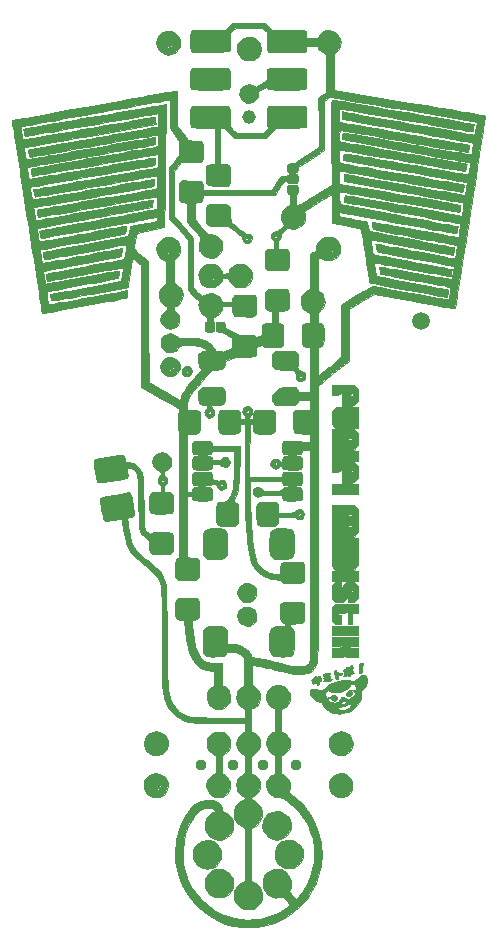
<source format=gbr>
G04 #@! TF.GenerationSoftware,KiCad,Pcbnew,5.0.2-bee76a0~70~ubuntu18.04.1*
G04 #@! TF.CreationDate,2019-04-19T09:49:41+03:00*
G04 #@! TF.ProjectId,Funifi_midistik_3_production,46756e69-6669-45f6-9d69-64697374696b,rev?*
G04 #@! TF.SameCoordinates,Original*
G04 #@! TF.FileFunction,Copper,L1,Top*
G04 #@! TF.FilePolarity,Positive*
%FSLAX46Y46*%
G04 Gerber Fmt 4.6, Leading zero omitted, Abs format (unit mm)*
G04 Created by KiCad (PCBNEW 5.0.2-bee76a0~70~ubuntu18.04.1) date pe 19. huhtikuuta 2019 09.49.41*
%MOMM*%
%LPD*%
G01*
G04 APERTURE LIST*
G04 #@! TA.AperFunction,EtchedComponent*
%ADD10C,0.010000*%
G04 #@! TD*
G04 #@! TA.AperFunction,ComponentPad*
%ADD11C,0.767990*%
G04 #@! TD*
G04 #@! TA.AperFunction,ComponentPad*
%ADD12C,0.959988*%
G04 #@! TD*
G04 #@! TA.AperFunction,ComponentPad*
%ADD13C,1.158425*%
G04 #@! TD*
G04 #@! TA.AperFunction,ComponentPad*
%ADD14C,0.868099*%
G04 #@! TD*
G04 #@! TA.AperFunction,ComponentPad*
%ADD15C,1.562433*%
G04 #@! TD*
G04 #@! TA.AperFunction,ComponentPad*
%ADD16C,1.513538*%
G04 #@! TD*
G04 #@! TA.AperFunction,ComponentPad*
%ADD17C,0.281902*%
G04 #@! TD*
G04 APERTURE END LIST*
D10*
G04 #@! TO.C,G\002A\002A\002A*
G36*
X2848353Y-18198924D02*
X2913872Y-18228876D01*
X3144164Y-18386786D01*
X3314521Y-18592292D01*
X3422688Y-18831011D01*
X3466415Y-19088561D01*
X3443447Y-19350562D01*
X3351531Y-19602631D01*
X3188416Y-19830386D01*
X3168029Y-19851343D01*
X3044515Y-19958038D01*
X2915968Y-20043634D01*
X2853991Y-20073033D01*
X2709333Y-20125341D01*
X2709333Y-22044229D01*
X2910026Y-22147509D01*
X3116743Y-22294405D01*
X3291405Y-22495061D01*
X3411275Y-22721612D01*
X3432412Y-22787696D01*
X3464400Y-23058400D01*
X3422427Y-23327530D01*
X3314714Y-23578137D01*
X3149481Y-23793276D01*
X2934948Y-23955997D01*
X2844618Y-23999568D01*
X2709333Y-24055605D01*
X2709333Y-25600229D01*
X2910026Y-25703509D01*
X3138233Y-25865896D01*
X3308925Y-26080552D01*
X3415201Y-26331885D01*
X3450163Y-26604300D01*
X3416629Y-26848456D01*
X3378058Y-26986086D01*
X3344474Y-27095863D01*
X3330407Y-27135666D01*
X3343005Y-27190712D01*
X3421389Y-27270021D01*
X3567726Y-27376967D01*
X4059067Y-27757569D01*
X4513441Y-28207717D01*
X4924871Y-28718168D01*
X5287383Y-29279678D01*
X5595002Y-29883005D01*
X5841751Y-30518904D01*
X6020004Y-31170524D01*
X6069615Y-31474244D01*
X6102421Y-31836383D01*
X6118426Y-32233054D01*
X6117639Y-32640366D01*
X6100065Y-33034431D01*
X6065711Y-33391360D01*
X6019321Y-33666262D01*
X5846828Y-34313879D01*
X5623281Y-34908996D01*
X5339936Y-35472449D01*
X5094917Y-35868835D01*
X4850507Y-36201629D01*
X4554215Y-36550391D01*
X4228765Y-36891061D01*
X3896883Y-37199579D01*
X3642384Y-37406796D01*
X3401173Y-37572031D01*
X3105503Y-37748597D01*
X2777960Y-37925110D01*
X2441131Y-38090191D01*
X2117602Y-38232458D01*
X1829959Y-38340530D01*
X1724481Y-38373214D01*
X1153402Y-38506882D01*
X559793Y-38593265D01*
X-28607Y-38629605D01*
X-584058Y-38613147D01*
X-639966Y-38608185D01*
X-1367790Y-38498277D01*
X-2063228Y-38310421D01*
X-2724198Y-38045596D01*
X-3348616Y-37704778D01*
X-3934401Y-37288947D01*
X-4467956Y-36810622D01*
X-4957037Y-36264101D01*
X-5371738Y-35678586D01*
X-5711038Y-35057352D01*
X-5973916Y-34403675D01*
X-6159351Y-33720830D01*
X-6266323Y-33012093D01*
X-6293813Y-32280738D01*
X-6240798Y-31530041D01*
X-6200748Y-31249111D01*
X-6072407Y-30658536D01*
X-5883741Y-30082072D01*
X-5642273Y-29538026D01*
X-5355523Y-29044707D01*
X-5211548Y-28841265D01*
X-5003006Y-28581134D01*
X-4810828Y-28380779D01*
X-4615683Y-28223203D01*
X-4398242Y-28091408D01*
X-4305244Y-28044305D01*
X-3979772Y-27917447D01*
X-3656878Y-27848930D01*
X-3346362Y-27835881D01*
X-3058025Y-27875432D01*
X-2801666Y-27964710D01*
X-2587087Y-28100847D01*
X-2424086Y-28280970D01*
X-2322465Y-28502210D01*
X-2297138Y-28632497D01*
X-2277306Y-28751154D01*
X-2237659Y-28815122D01*
X-2155222Y-28854317D01*
X-2117859Y-28865974D01*
X-1957537Y-28943020D01*
X-1783361Y-29072208D01*
X-1620992Y-29230804D01*
X-1496093Y-29396070D01*
X-1472884Y-29437405D01*
X-1401904Y-29643697D01*
X-1364453Y-29923267D01*
X-1363342Y-29940926D01*
X-1356112Y-30116849D01*
X-1364310Y-30244000D01*
X-1394766Y-30357836D01*
X-1454311Y-30493816D01*
X-1480001Y-30546531D01*
X-1646914Y-30799550D01*
X-1860437Y-30992297D01*
X-2107943Y-31124789D01*
X-2376807Y-31197044D01*
X-2654401Y-31209079D01*
X-2928099Y-31160912D01*
X-3185275Y-31052561D01*
X-3413302Y-30884043D01*
X-3599555Y-30655376D01*
X-3661271Y-30543500D01*
X-3732217Y-30324866D01*
X-3763124Y-30065864D01*
X-3758875Y-29951541D01*
X-3208568Y-29951541D01*
X-3191480Y-30184729D01*
X-3107502Y-30381098D01*
X-2969468Y-30532331D01*
X-2790212Y-30630115D01*
X-2582568Y-30666134D01*
X-2359370Y-30632073D01*
X-2236421Y-30581373D01*
X-2081843Y-30458861D01*
X-1973131Y-30286078D01*
X-1916424Y-30086261D01*
X-1917858Y-29882646D01*
X-1983569Y-29698469D01*
X-1997487Y-29676674D01*
X-2165282Y-29490020D01*
X-2359356Y-29376481D01*
X-2568771Y-29339208D01*
X-2782586Y-29381352D01*
X-2872903Y-29424531D01*
X-3052793Y-29560497D01*
X-3161004Y-29730417D01*
X-3208568Y-29951541D01*
X-3758875Y-29951541D01*
X-3753282Y-29801103D01*
X-3701982Y-29565192D01*
X-3682372Y-29514255D01*
X-3567095Y-29318192D01*
X-3402573Y-29128539D01*
X-3215088Y-28971997D01*
X-3066610Y-28888703D01*
X-2971953Y-28839896D01*
X-2922901Y-28796524D01*
X-2921000Y-28789560D01*
X-2958511Y-28662440D01*
X-3062391Y-28567609D01*
X-3219661Y-28507824D01*
X-3417342Y-28485841D01*
X-3642453Y-28504414D01*
X-3882017Y-28566300D01*
X-3915521Y-28578409D01*
X-4163690Y-28710902D01*
X-4412418Y-28917779D01*
X-4654740Y-29189095D01*
X-4883692Y-29514902D01*
X-5092309Y-29885253D01*
X-5273628Y-30290201D01*
X-5420682Y-30719799D01*
X-5424790Y-30734000D01*
X-5562430Y-31348197D01*
X-5633605Y-31989572D01*
X-5638482Y-32639500D01*
X-5577228Y-33279354D01*
X-5450010Y-33890509D01*
X-5394750Y-34079022D01*
X-5154047Y-34702807D01*
X-4840032Y-35291186D01*
X-4458904Y-35837855D01*
X-4016860Y-36336506D01*
X-3520098Y-36780834D01*
X-2974816Y-37164533D01*
X-2387211Y-37481295D01*
X-1834540Y-37701516D01*
X-1305140Y-37844830D01*
X-734920Y-37937652D01*
X-150556Y-37977937D01*
X421281Y-37963640D01*
X867833Y-37908759D01*
X1446587Y-37772072D01*
X2024021Y-37568573D01*
X2576275Y-37308310D01*
X3079492Y-37001332D01*
X3162242Y-36942459D01*
X3466984Y-36720340D01*
X3166859Y-36369626D01*
X3028664Y-36211941D01*
X2930576Y-36111425D01*
X2860805Y-36058345D01*
X2807564Y-36042973D01*
X2777450Y-36048188D01*
X2691664Y-36065597D01*
X2551125Y-36083520D01*
X2385636Y-36098181D01*
X2379068Y-36098636D01*
X2207332Y-36106499D01*
X2081717Y-36096787D01*
X1964295Y-36062169D01*
X1817143Y-35995314D01*
X1799371Y-35986592D01*
X1524989Y-35812028D01*
X1322702Y-35593341D01*
X1191648Y-35329142D01*
X1130965Y-35018043D01*
X1129637Y-34985669D01*
X1674429Y-34985669D01*
X1751101Y-35197317D01*
X1884469Y-35368534D01*
X2058417Y-35490604D01*
X2256829Y-35554810D01*
X2463590Y-35552437D01*
X2621726Y-35498020D01*
X2811391Y-35358055D01*
X2934989Y-35178186D01*
X2990298Y-34974117D01*
X2975098Y-34761551D01*
X2887166Y-34556192D01*
X2774416Y-34418533D01*
X2671236Y-34330979D01*
X2569409Y-34283687D01*
X2431194Y-34261158D01*
X2381721Y-34257238D01*
X2223623Y-34253477D01*
X2111095Y-34274465D01*
X2006754Y-34328018D01*
X1989667Y-34339231D01*
X1847107Y-34472063D01*
X1738386Y-34644759D01*
X1677135Y-34829360D01*
X1674429Y-34985669D01*
X1129637Y-34985669D01*
X1126216Y-34902324D01*
X1162557Y-34585922D01*
X1272270Y-34298667D01*
X1449706Y-34053472D01*
X1531516Y-33975887D01*
X1774191Y-33820735D01*
X2057058Y-33725474D01*
X2357581Y-33693132D01*
X2653221Y-33726740D01*
X2859113Y-33797476D01*
X3105021Y-33955067D01*
X3302728Y-34167827D01*
X3446715Y-34420366D01*
X3531460Y-34697292D01*
X3551443Y-34983217D01*
X3501145Y-35262748D01*
X3438771Y-35413594D01*
X3354558Y-35577743D01*
X3634872Y-35907538D01*
X3754478Y-36045181D01*
X3854581Y-36154654D01*
X3922354Y-36222257D01*
X3943662Y-36237333D01*
X3991639Y-36205222D01*
X4076680Y-36118441D01*
X4186782Y-35991319D01*
X4309942Y-35838184D01*
X4434156Y-35673366D01*
X4529091Y-35538497D01*
X4873633Y-34957940D01*
X5140835Y-34353018D01*
X5331791Y-33730352D01*
X5447593Y-33096565D01*
X5489335Y-32458279D01*
X5458112Y-31822118D01*
X5355015Y-31194702D01*
X5181140Y-30582655D01*
X4937579Y-29992600D01*
X4625426Y-29431157D01*
X4245774Y-28904951D01*
X3799717Y-28420603D01*
X3288350Y-27984736D01*
X3280833Y-27979085D01*
X3090577Y-27838067D01*
X2948667Y-27740701D01*
X2836507Y-27678801D01*
X2735501Y-27644182D01*
X2627052Y-27628660D01*
X2492563Y-27624048D01*
X2473721Y-27623838D01*
X2271764Y-27612396D01*
X2113129Y-27577087D01*
X1966112Y-27513506D01*
X1737979Y-27353819D01*
X1571013Y-27150205D01*
X1465104Y-26916360D01*
X1420146Y-26665977D01*
X1428986Y-26525039D01*
X2013811Y-26525039D01*
X2017134Y-26666057D01*
X2080285Y-26813523D01*
X2186974Y-26936813D01*
X2257255Y-26982703D01*
X2367115Y-27032606D01*
X2444449Y-27044333D01*
X2530945Y-27018068D01*
X2604414Y-26984228D01*
X2732069Y-26887203D01*
X2823097Y-26749265D01*
X2861408Y-26599955D01*
X2854522Y-26525039D01*
X2794140Y-26401873D01*
X2691390Y-26287233D01*
X2575208Y-26210163D01*
X2526162Y-26195463D01*
X2340760Y-26205542D01*
X2177609Y-26283966D01*
X2057909Y-26417096D01*
X2013811Y-26525039D01*
X1428986Y-26525039D01*
X1436030Y-26412754D01*
X1512648Y-26170385D01*
X1649892Y-25952566D01*
X1847655Y-25772991D01*
X1980427Y-25696333D01*
X2200091Y-25590500D01*
X2200712Y-24822057D01*
X2201333Y-24053615D01*
X2067518Y-24006967D01*
X1834330Y-23881771D01*
X1644182Y-23686594D01*
X1549543Y-23530205D01*
X1456962Y-23259403D01*
X1444592Y-23068732D01*
X2033346Y-23068732D01*
X2076242Y-23230146D01*
X2122513Y-23302318D01*
X2264417Y-23435749D01*
X2415842Y-23485379D01*
X2579581Y-23451807D01*
X2649207Y-23415181D01*
X2783608Y-23293599D01*
X2852425Y-23146530D01*
X2860209Y-22991852D01*
X2811513Y-22847443D01*
X2710885Y-22731181D01*
X2562879Y-22660945D01*
X2454001Y-22648333D01*
X2278264Y-22683615D01*
X2143488Y-22777452D01*
X2058805Y-22911830D01*
X2033346Y-23068732D01*
X1444592Y-23068732D01*
X1439143Y-22984748D01*
X1491106Y-22720478D01*
X1607869Y-22480831D01*
X1784452Y-22280043D01*
X2015876Y-22132353D01*
X2042583Y-22120744D01*
X2201333Y-22054530D01*
X2201333Y-20125341D01*
X2050365Y-20070751D01*
X1820949Y-19946692D01*
X1642857Y-19768079D01*
X1518358Y-19549367D01*
X1449724Y-19305012D01*
X1442682Y-19133616D01*
X2025175Y-19133616D01*
X2054739Y-19278161D01*
X2132118Y-19403104D01*
X2245747Y-19496106D01*
X2384063Y-19544828D01*
X2535503Y-19536932D01*
X2688501Y-19460078D01*
X2718287Y-19435332D01*
X2810919Y-19335543D01*
X2849671Y-19232360D01*
X2855576Y-19134666D01*
X2842447Y-19002836D01*
X2789568Y-18905347D01*
X2718287Y-18834001D01*
X2553806Y-18731191D01*
X2388244Y-18711065D01*
X2229405Y-18773609D01*
X2155743Y-18835076D01*
X2054988Y-18981808D01*
X2025175Y-19133616D01*
X1442682Y-19133616D01*
X1439224Y-19049469D01*
X1489130Y-18797193D01*
X1601712Y-18562640D01*
X1779240Y-18360264D01*
X1781401Y-18358410D01*
X2020702Y-18206731D01*
X2289159Y-18128348D01*
X2570476Y-18125124D01*
X2848353Y-18198924D01*
X2848353Y-18198924D01*
G37*
X2848353Y-18198924D02*
X2913872Y-18228876D01*
X3144164Y-18386786D01*
X3314521Y-18592292D01*
X3422688Y-18831011D01*
X3466415Y-19088561D01*
X3443447Y-19350562D01*
X3351531Y-19602631D01*
X3188416Y-19830386D01*
X3168029Y-19851343D01*
X3044515Y-19958038D01*
X2915968Y-20043634D01*
X2853991Y-20073033D01*
X2709333Y-20125341D01*
X2709333Y-22044229D01*
X2910026Y-22147509D01*
X3116743Y-22294405D01*
X3291405Y-22495061D01*
X3411275Y-22721612D01*
X3432412Y-22787696D01*
X3464400Y-23058400D01*
X3422427Y-23327530D01*
X3314714Y-23578137D01*
X3149481Y-23793276D01*
X2934948Y-23955997D01*
X2844618Y-23999568D01*
X2709333Y-24055605D01*
X2709333Y-25600229D01*
X2910026Y-25703509D01*
X3138233Y-25865896D01*
X3308925Y-26080552D01*
X3415201Y-26331885D01*
X3450163Y-26604300D01*
X3416629Y-26848456D01*
X3378058Y-26986086D01*
X3344474Y-27095863D01*
X3330407Y-27135666D01*
X3343005Y-27190712D01*
X3421389Y-27270021D01*
X3567726Y-27376967D01*
X4059067Y-27757569D01*
X4513441Y-28207717D01*
X4924871Y-28718168D01*
X5287383Y-29279678D01*
X5595002Y-29883005D01*
X5841751Y-30518904D01*
X6020004Y-31170524D01*
X6069615Y-31474244D01*
X6102421Y-31836383D01*
X6118426Y-32233054D01*
X6117639Y-32640366D01*
X6100065Y-33034431D01*
X6065711Y-33391360D01*
X6019321Y-33666262D01*
X5846828Y-34313879D01*
X5623281Y-34908996D01*
X5339936Y-35472449D01*
X5094917Y-35868835D01*
X4850507Y-36201629D01*
X4554215Y-36550391D01*
X4228765Y-36891061D01*
X3896883Y-37199579D01*
X3642384Y-37406796D01*
X3401173Y-37572031D01*
X3105503Y-37748597D01*
X2777960Y-37925110D01*
X2441131Y-38090191D01*
X2117602Y-38232458D01*
X1829959Y-38340530D01*
X1724481Y-38373214D01*
X1153402Y-38506882D01*
X559793Y-38593265D01*
X-28607Y-38629605D01*
X-584058Y-38613147D01*
X-639966Y-38608185D01*
X-1367790Y-38498277D01*
X-2063228Y-38310421D01*
X-2724198Y-38045596D01*
X-3348616Y-37704778D01*
X-3934401Y-37288947D01*
X-4467956Y-36810622D01*
X-4957037Y-36264101D01*
X-5371738Y-35678586D01*
X-5711038Y-35057352D01*
X-5973916Y-34403675D01*
X-6159351Y-33720830D01*
X-6266323Y-33012093D01*
X-6293813Y-32280738D01*
X-6240798Y-31530041D01*
X-6200748Y-31249111D01*
X-6072407Y-30658536D01*
X-5883741Y-30082072D01*
X-5642273Y-29538026D01*
X-5355523Y-29044707D01*
X-5211548Y-28841265D01*
X-5003006Y-28581134D01*
X-4810828Y-28380779D01*
X-4615683Y-28223203D01*
X-4398242Y-28091408D01*
X-4305244Y-28044305D01*
X-3979772Y-27917447D01*
X-3656878Y-27848930D01*
X-3346362Y-27835881D01*
X-3058025Y-27875432D01*
X-2801666Y-27964710D01*
X-2587087Y-28100847D01*
X-2424086Y-28280970D01*
X-2322465Y-28502210D01*
X-2297138Y-28632497D01*
X-2277306Y-28751154D01*
X-2237659Y-28815122D01*
X-2155222Y-28854317D01*
X-2117859Y-28865974D01*
X-1957537Y-28943020D01*
X-1783361Y-29072208D01*
X-1620992Y-29230804D01*
X-1496093Y-29396070D01*
X-1472884Y-29437405D01*
X-1401904Y-29643697D01*
X-1364453Y-29923267D01*
X-1363342Y-29940926D01*
X-1356112Y-30116849D01*
X-1364310Y-30244000D01*
X-1394766Y-30357836D01*
X-1454311Y-30493816D01*
X-1480001Y-30546531D01*
X-1646914Y-30799550D01*
X-1860437Y-30992297D01*
X-2107943Y-31124789D01*
X-2376807Y-31197044D01*
X-2654401Y-31209079D01*
X-2928099Y-31160912D01*
X-3185275Y-31052561D01*
X-3413302Y-30884043D01*
X-3599555Y-30655376D01*
X-3661271Y-30543500D01*
X-3732217Y-30324866D01*
X-3763124Y-30065864D01*
X-3758875Y-29951541D01*
X-3208568Y-29951541D01*
X-3191480Y-30184729D01*
X-3107502Y-30381098D01*
X-2969468Y-30532331D01*
X-2790212Y-30630115D01*
X-2582568Y-30666134D01*
X-2359370Y-30632073D01*
X-2236421Y-30581373D01*
X-2081843Y-30458861D01*
X-1973131Y-30286078D01*
X-1916424Y-30086261D01*
X-1917858Y-29882646D01*
X-1983569Y-29698469D01*
X-1997487Y-29676674D01*
X-2165282Y-29490020D01*
X-2359356Y-29376481D01*
X-2568771Y-29339208D01*
X-2782586Y-29381352D01*
X-2872903Y-29424531D01*
X-3052793Y-29560497D01*
X-3161004Y-29730417D01*
X-3208568Y-29951541D01*
X-3758875Y-29951541D01*
X-3753282Y-29801103D01*
X-3701982Y-29565192D01*
X-3682372Y-29514255D01*
X-3567095Y-29318192D01*
X-3402573Y-29128539D01*
X-3215088Y-28971997D01*
X-3066610Y-28888703D01*
X-2971953Y-28839896D01*
X-2922901Y-28796524D01*
X-2921000Y-28789560D01*
X-2958511Y-28662440D01*
X-3062391Y-28567609D01*
X-3219661Y-28507824D01*
X-3417342Y-28485841D01*
X-3642453Y-28504414D01*
X-3882017Y-28566300D01*
X-3915521Y-28578409D01*
X-4163690Y-28710902D01*
X-4412418Y-28917779D01*
X-4654740Y-29189095D01*
X-4883692Y-29514902D01*
X-5092309Y-29885253D01*
X-5273628Y-30290201D01*
X-5420682Y-30719799D01*
X-5424790Y-30734000D01*
X-5562430Y-31348197D01*
X-5633605Y-31989572D01*
X-5638482Y-32639500D01*
X-5577228Y-33279354D01*
X-5450010Y-33890509D01*
X-5394750Y-34079022D01*
X-5154047Y-34702807D01*
X-4840032Y-35291186D01*
X-4458904Y-35837855D01*
X-4016860Y-36336506D01*
X-3520098Y-36780834D01*
X-2974816Y-37164533D01*
X-2387211Y-37481295D01*
X-1834540Y-37701516D01*
X-1305140Y-37844830D01*
X-734920Y-37937652D01*
X-150556Y-37977937D01*
X421281Y-37963640D01*
X867833Y-37908759D01*
X1446587Y-37772072D01*
X2024021Y-37568573D01*
X2576275Y-37308310D01*
X3079492Y-37001332D01*
X3162242Y-36942459D01*
X3466984Y-36720340D01*
X3166859Y-36369626D01*
X3028664Y-36211941D01*
X2930576Y-36111425D01*
X2860805Y-36058345D01*
X2807564Y-36042973D01*
X2777450Y-36048188D01*
X2691664Y-36065597D01*
X2551125Y-36083520D01*
X2385636Y-36098181D01*
X2379068Y-36098636D01*
X2207332Y-36106499D01*
X2081717Y-36096787D01*
X1964295Y-36062169D01*
X1817143Y-35995314D01*
X1799371Y-35986592D01*
X1524989Y-35812028D01*
X1322702Y-35593341D01*
X1191648Y-35329142D01*
X1130965Y-35018043D01*
X1129637Y-34985669D01*
X1674429Y-34985669D01*
X1751101Y-35197317D01*
X1884469Y-35368534D01*
X2058417Y-35490604D01*
X2256829Y-35554810D01*
X2463590Y-35552437D01*
X2621726Y-35498020D01*
X2811391Y-35358055D01*
X2934989Y-35178186D01*
X2990298Y-34974117D01*
X2975098Y-34761551D01*
X2887166Y-34556192D01*
X2774416Y-34418533D01*
X2671236Y-34330979D01*
X2569409Y-34283687D01*
X2431194Y-34261158D01*
X2381721Y-34257238D01*
X2223623Y-34253477D01*
X2111095Y-34274465D01*
X2006754Y-34328018D01*
X1989667Y-34339231D01*
X1847107Y-34472063D01*
X1738386Y-34644759D01*
X1677135Y-34829360D01*
X1674429Y-34985669D01*
X1129637Y-34985669D01*
X1126216Y-34902324D01*
X1162557Y-34585922D01*
X1272270Y-34298667D01*
X1449706Y-34053472D01*
X1531516Y-33975887D01*
X1774191Y-33820735D01*
X2057058Y-33725474D01*
X2357581Y-33693132D01*
X2653221Y-33726740D01*
X2859113Y-33797476D01*
X3105021Y-33955067D01*
X3302728Y-34167827D01*
X3446715Y-34420366D01*
X3531460Y-34697292D01*
X3551443Y-34983217D01*
X3501145Y-35262748D01*
X3438771Y-35413594D01*
X3354558Y-35577743D01*
X3634872Y-35907538D01*
X3754478Y-36045181D01*
X3854581Y-36154654D01*
X3922354Y-36222257D01*
X3943662Y-36237333D01*
X3991639Y-36205222D01*
X4076680Y-36118441D01*
X4186782Y-35991319D01*
X4309942Y-35838184D01*
X4434156Y-35673366D01*
X4529091Y-35538497D01*
X4873633Y-34957940D01*
X5140835Y-34353018D01*
X5331791Y-33730352D01*
X5447593Y-33096565D01*
X5489335Y-32458279D01*
X5458112Y-31822118D01*
X5355015Y-31194702D01*
X5181140Y-30582655D01*
X4937579Y-29992600D01*
X4625426Y-29431157D01*
X4245774Y-28904951D01*
X3799717Y-28420603D01*
X3288350Y-27984736D01*
X3280833Y-27979085D01*
X3090577Y-27838067D01*
X2948667Y-27740701D01*
X2836507Y-27678801D01*
X2735501Y-27644182D01*
X2627052Y-27628660D01*
X2492563Y-27624048D01*
X2473721Y-27623838D01*
X2271764Y-27612396D01*
X2113129Y-27577087D01*
X1966112Y-27513506D01*
X1737979Y-27353819D01*
X1571013Y-27150205D01*
X1465104Y-26916360D01*
X1420146Y-26665977D01*
X1428986Y-26525039D01*
X2013811Y-26525039D01*
X2017134Y-26666057D01*
X2080285Y-26813523D01*
X2186974Y-26936813D01*
X2257255Y-26982703D01*
X2367115Y-27032606D01*
X2444449Y-27044333D01*
X2530945Y-27018068D01*
X2604414Y-26984228D01*
X2732069Y-26887203D01*
X2823097Y-26749265D01*
X2861408Y-26599955D01*
X2854522Y-26525039D01*
X2794140Y-26401873D01*
X2691390Y-26287233D01*
X2575208Y-26210163D01*
X2526162Y-26195463D01*
X2340760Y-26205542D01*
X2177609Y-26283966D01*
X2057909Y-26417096D01*
X2013811Y-26525039D01*
X1428986Y-26525039D01*
X1436030Y-26412754D01*
X1512648Y-26170385D01*
X1649892Y-25952566D01*
X1847655Y-25772991D01*
X1980427Y-25696333D01*
X2200091Y-25590500D01*
X2200712Y-24822057D01*
X2201333Y-24053615D01*
X2067518Y-24006967D01*
X1834330Y-23881771D01*
X1644182Y-23686594D01*
X1549543Y-23530205D01*
X1456962Y-23259403D01*
X1444592Y-23068732D01*
X2033346Y-23068732D01*
X2076242Y-23230146D01*
X2122513Y-23302318D01*
X2264417Y-23435749D01*
X2415842Y-23485379D01*
X2579581Y-23451807D01*
X2649207Y-23415181D01*
X2783608Y-23293599D01*
X2852425Y-23146530D01*
X2860209Y-22991852D01*
X2811513Y-22847443D01*
X2710885Y-22731181D01*
X2562879Y-22660945D01*
X2454001Y-22648333D01*
X2278264Y-22683615D01*
X2143488Y-22777452D01*
X2058805Y-22911830D01*
X2033346Y-23068732D01*
X1444592Y-23068732D01*
X1439143Y-22984748D01*
X1491106Y-22720478D01*
X1607869Y-22480831D01*
X1784452Y-22280043D01*
X2015876Y-22132353D01*
X2042583Y-22120744D01*
X2201333Y-22054530D01*
X2201333Y-20125341D01*
X2050365Y-20070751D01*
X1820949Y-19946692D01*
X1642857Y-19768079D01*
X1518358Y-19549367D01*
X1449724Y-19305012D01*
X1442682Y-19133616D01*
X2025175Y-19133616D01*
X2054739Y-19278161D01*
X2132118Y-19403104D01*
X2245747Y-19496106D01*
X2384063Y-19544828D01*
X2535503Y-19536932D01*
X2688501Y-19460078D01*
X2718287Y-19435332D01*
X2810919Y-19335543D01*
X2849671Y-19232360D01*
X2855576Y-19134666D01*
X2842447Y-19002836D01*
X2789568Y-18905347D01*
X2718287Y-18834001D01*
X2553806Y-18731191D01*
X2388244Y-18711065D01*
X2229405Y-18773609D01*
X2155743Y-18835076D01*
X2054988Y-18981808D01*
X2025175Y-19133616D01*
X1442682Y-19133616D01*
X1439224Y-19049469D01*
X1489130Y-18797193D01*
X1601712Y-18562640D01*
X1779240Y-18360264D01*
X1781401Y-18358410D01*
X2020702Y-18206731D01*
X2289159Y-18128348D01*
X2570476Y-18125124D01*
X2848353Y-18198924D01*
G36*
X1293285Y37973000D02*
X1608667Y37655500D01*
X1924048Y37338000D01*
X3304963Y37338001D01*
X3704098Y37338213D01*
X4026697Y37337371D01*
X4280881Y37333251D01*
X4474771Y37323632D01*
X4616489Y37306293D01*
X4714157Y37279012D01*
X4775897Y37239566D01*
X4809830Y37185735D01*
X4824078Y37115296D01*
X4826763Y37026029D01*
X4826000Y36921917D01*
X4826000Y36660667D01*
X5281083Y36662966D01*
X5736167Y36665264D01*
X5863167Y36863106D01*
X6046877Y37079358D01*
X6268213Y37228832D01*
X6513710Y37312262D01*
X6769902Y37330385D01*
X7023324Y37283935D01*
X7260512Y37173649D01*
X7468001Y37000263D01*
X7631292Y36766500D01*
X7697320Y36570879D01*
X7723257Y36337720D01*
X7708537Y36102944D01*
X7652592Y35902474D01*
X7645195Y35886688D01*
X7496555Y35660345D01*
X7300144Y35470292D01*
X7239000Y35427322D01*
X7133167Y35359218D01*
X7133167Y32285890D01*
X13537293Y31198291D01*
X14261799Y31075158D01*
X14963442Y30955729D01*
X15637693Y30840786D01*
X16280026Y30731106D01*
X16885912Y30627468D01*
X17450824Y30530652D01*
X17970235Y30441437D01*
X18439616Y30360602D01*
X18854441Y30288925D01*
X19210180Y30227186D01*
X19502308Y30176164D01*
X19726296Y30136638D01*
X19877617Y30109388D01*
X19951743Y30095191D01*
X19958747Y30093365D01*
X19954849Y30049945D01*
X19938547Y29928878D01*
X19910752Y29736132D01*
X19872374Y29477674D01*
X19824325Y29159469D01*
X19767516Y28787486D01*
X19702859Y28367691D01*
X19631263Y27906051D01*
X19553640Y27408532D01*
X19470902Y26881102D01*
X19387416Y26351603D01*
X19291178Y25741523D01*
X19184230Y25061449D01*
X19068709Y24325072D01*
X18946753Y23546083D01*
X18820496Y22738176D01*
X18692077Y21915040D01*
X18563630Y21090369D01*
X18437294Y20277854D01*
X18315204Y19491186D01*
X18199497Y18744058D01*
X18115943Y18203334D01*
X18023032Y17602175D01*
X17933559Y17024795D01*
X17848385Y16476669D01*
X17768371Y15963271D01*
X17694378Y15490076D01*
X17627268Y15062560D01*
X17567901Y14686196D01*
X17517139Y14366459D01*
X17475843Y14108824D01*
X17444875Y13918766D01*
X17425096Y13801759D01*
X17417469Y13763268D01*
X17374414Y13768212D01*
X17254278Y13787398D01*
X17063246Y13819731D01*
X16807503Y13864111D01*
X16493233Y13919442D01*
X16126620Y13984627D01*
X15713851Y14058568D01*
X15261108Y14140167D01*
X14774577Y14228327D01*
X14260443Y14321951D01*
X13978870Y14373413D01*
X10555927Y14999791D01*
X9500713Y14366073D01*
X8445500Y13732355D01*
X8423580Y9317721D01*
X7112610Y8267777D01*
X5801640Y7217834D01*
X5800653Y-4320808D01*
X5800419Y-5620201D01*
X5799941Y-6836317D01*
X5799214Y-7970542D01*
X5798233Y-9024267D01*
X5796992Y-9998879D01*
X5795486Y-10895766D01*
X5793708Y-11716317D01*
X5791654Y-12461920D01*
X5789318Y-13133964D01*
X5786694Y-13733838D01*
X5783777Y-14262928D01*
X5780561Y-14722624D01*
X5777040Y-15114315D01*
X5773210Y-15439388D01*
X5769064Y-15699232D01*
X5764597Y-15895235D01*
X5759803Y-16028786D01*
X5754677Y-16101273D01*
X5753479Y-16109298D01*
X5657541Y-16437029D01*
X5501680Y-16704961D01*
X5285403Y-16913603D01*
X5008213Y-17063463D01*
X4749833Y-17139784D01*
X4548923Y-17171973D01*
X4329127Y-17185420D01*
X4081878Y-17179009D01*
X3798613Y-17151623D01*
X3470766Y-17102144D01*
X3089772Y-17029456D01*
X2647068Y-16932441D01*
X2134087Y-16809984D01*
X2037197Y-16786039D01*
X1729817Y-16710575D01*
X1434318Y-16639559D01*
X1165319Y-16576387D01*
X937437Y-16524455D01*
X765290Y-16487159D01*
X677333Y-16470111D01*
X518783Y-16442473D01*
X382084Y-16417386D01*
X306917Y-16402394D01*
X211667Y-16381386D01*
X211667Y-18148141D01*
X384590Y-18226119D01*
X603871Y-18368631D01*
X770825Y-18566294D01*
X880571Y-18804135D01*
X928231Y-19067181D01*
X908923Y-19340461D01*
X828203Y-19587226D01*
X713368Y-19767935D01*
X556017Y-19929234D01*
X381588Y-20048192D01*
X267151Y-20092961D01*
X169333Y-20117511D01*
X169333Y-22054530D01*
X328083Y-22120744D01*
X564824Y-22262155D01*
X747270Y-22458141D01*
X870434Y-22694448D01*
X929326Y-22956821D01*
X918958Y-23231008D01*
X834340Y-23502752D01*
X821280Y-23529891D01*
X685538Y-23728636D01*
X502055Y-23896657D01*
X298564Y-24009480D01*
X264583Y-24021219D01*
X231074Y-24034063D01*
X206519Y-24056405D01*
X189528Y-24100076D01*
X178707Y-24176908D01*
X172665Y-24298730D01*
X170010Y-24477374D01*
X169350Y-24724670D01*
X169333Y-24830784D01*
X169333Y-25610530D01*
X328083Y-25676844D01*
X560557Y-25818096D01*
X742435Y-26021204D01*
X865927Y-26274976D01*
X919669Y-26526882D01*
X907085Y-26795368D01*
X821239Y-27053311D01*
X672826Y-27282066D01*
X472541Y-27462986D01*
X340156Y-27537161D01*
X209897Y-27617765D01*
X162006Y-27700160D01*
X196373Y-27777205D01*
X312888Y-27841757D01*
X345035Y-27852239D01*
X514900Y-27935858D01*
X692005Y-28076540D01*
X854394Y-28251876D01*
X980115Y-28439456D01*
X1029703Y-28551150D01*
X1094926Y-28862980D01*
X1083008Y-29170167D01*
X999367Y-29459993D01*
X849420Y-29719741D01*
X638584Y-29936693D01*
X372275Y-30098134D01*
X370417Y-30098955D01*
X169333Y-30187628D01*
X169333Y-34707126D01*
X391841Y-34808994D01*
X669497Y-34978196D01*
X880914Y-35198925D01*
X1022959Y-35466258D01*
X1092496Y-35775274D01*
X1099323Y-35919833D01*
X1059575Y-36241875D01*
X945020Y-36530426D01*
X760937Y-36776698D01*
X512604Y-36971903D01*
X444500Y-37009933D01*
X299058Y-37060647D01*
X103427Y-37096914D01*
X-110032Y-37115915D01*
X-308961Y-37114829D01*
X-461001Y-37090837D01*
X-465941Y-37089265D01*
X-757862Y-36952114D01*
X-994850Y-36754546D01*
X-1170356Y-36505624D01*
X-1277831Y-36214412D01*
X-1310990Y-35919833D01*
X-762000Y-35919833D01*
X-723222Y-36149455D01*
X-608149Y-36343806D01*
X-418676Y-36500093D01*
X-338667Y-36543565D01*
X-222442Y-36567845D01*
X-63424Y-36562333D01*
X103890Y-36531795D01*
X245001Y-36480996D01*
X284410Y-36457490D01*
X432659Y-36305347D01*
X519025Y-36117243D01*
X544981Y-35911832D01*
X512001Y-35707767D01*
X421559Y-35523701D01*
X275129Y-35378288D01*
X195519Y-35332385D01*
X-26963Y-35267472D01*
X-243084Y-35276638D01*
X-438691Y-35351199D01*
X-599634Y-35482475D01*
X-711761Y-35661784D01*
X-760922Y-35880443D01*
X-762000Y-35919833D01*
X-1310990Y-35919833D01*
X-1273097Y-35596141D01*
X-1161373Y-35309534D01*
X-980532Y-35067157D01*
X-735285Y-34876153D01*
X-567442Y-34792575D01*
X-338667Y-34697753D01*
X-338667Y-30203539D01*
X-540786Y-30131753D01*
X-810057Y-29996598D01*
X-1022723Y-29810458D01*
X-1178888Y-29585212D01*
X-1278663Y-29332737D01*
X-1322154Y-29064913D01*
X-1320720Y-29034225D01*
X-779688Y-29034225D01*
X-724131Y-29231580D01*
X-609128Y-29409797D01*
X-446059Y-29549186D01*
X-317500Y-29610398D01*
X-103383Y-29648355D01*
X104988Y-29607907D01*
X244732Y-29538847D01*
X395839Y-29402920D01*
X495522Y-29220855D01*
X539007Y-29015672D01*
X521521Y-28810387D01*
X438289Y-28628020D01*
X434679Y-28623080D01*
X263491Y-28452143D01*
X67556Y-28353204D01*
X-138369Y-28323626D01*
X-339529Y-28360771D01*
X-521171Y-28462001D01*
X-668538Y-28624680D01*
X-764415Y-28837419D01*
X-779688Y-29034225D01*
X-1320720Y-29034225D01*
X-1309469Y-28793618D01*
X-1240715Y-28530731D01*
X-1116001Y-28288132D01*
X-935433Y-28077698D01*
X-699121Y-27911308D01*
X-519955Y-27833856D01*
X-390679Y-27768786D01*
X-344774Y-27694252D01*
X-382561Y-27615925D01*
X-503305Y-27539950D01*
X-731793Y-27396177D01*
X-921243Y-27197708D01*
X-1021464Y-27029833D01*
X-1078623Y-26832250D01*
X-1097841Y-26598358D01*
X-1097691Y-26596573D01*
X-504929Y-26596573D01*
X-477808Y-26754473D01*
X-417487Y-26858318D01*
X-276920Y-26991097D01*
X-126551Y-27040733D01*
X39175Y-27008642D01*
X86052Y-26986783D01*
X200659Y-26894422D01*
X292332Y-26763362D01*
X337347Y-26629318D01*
X338667Y-26606500D01*
X302974Y-26468752D01*
X211645Y-26333940D01*
X88301Y-26234771D01*
X60688Y-26221596D01*
X-107058Y-26189560D01*
X-259155Y-26226569D01*
X-383941Y-26317092D01*
X-469752Y-26445603D01*
X-504929Y-26596573D01*
X-1097691Y-26596573D01*
X-1078453Y-26367866D01*
X-1035100Y-26213556D01*
X-922269Y-26024588D01*
X-756618Y-25845437D01*
X-567569Y-25706027D01*
X-503867Y-25673302D01*
X-338667Y-25598807D01*
X-338667Y-24058192D01*
X-511419Y-23980291D01*
X-686180Y-23868696D01*
X-852608Y-23706570D01*
X-985383Y-23522270D01*
X-1050882Y-23376176D01*
X-1095870Y-23091676D01*
X-1091727Y-23053817D01*
X-496075Y-23053817D01*
X-460273Y-23208708D01*
X-359111Y-23349873D01*
X-293070Y-23402815D01*
X-128157Y-23474809D01*
X30216Y-23462432D01*
X182295Y-23365647D01*
X222250Y-23325103D01*
X315463Y-23170549D01*
X335578Y-23009393D01*
X290595Y-22859354D01*
X188515Y-22738150D01*
X37337Y-22663499D01*
X-83335Y-22648333D01*
X-260145Y-22682459D01*
X-391128Y-22773126D01*
X-471399Y-22902768D01*
X-496075Y-23053817D01*
X-1091727Y-23053817D01*
X-1065500Y-22814159D01*
X-966315Y-22558018D01*
X-804859Y-22337645D01*
X-587674Y-22167432D01*
X-476250Y-22112183D01*
X-338667Y-22054530D01*
X-338667Y-21342391D01*
X-2635250Y-21324732D01*
X-3164564Y-21320526D01*
X-3616956Y-21316171D01*
X-4000169Y-21310906D01*
X-4321945Y-21303966D01*
X-4590026Y-21294591D01*
X-4812155Y-21282017D01*
X-4996075Y-21265482D01*
X-5149528Y-21244224D01*
X-5280256Y-21217480D01*
X-5396002Y-21184487D01*
X-5504508Y-21144484D01*
X-5613518Y-21096707D01*
X-5730773Y-21040394D01*
X-5782820Y-21014764D01*
X-6165945Y-20779352D01*
X-6499312Y-20476771D01*
X-6781666Y-20109252D01*
X-7011748Y-19679026D01*
X-7188302Y-19188323D01*
X-7310070Y-18639374D01*
X-7362971Y-18210982D01*
X-7368988Y-18099629D01*
X-7374824Y-17910774D01*
X-7380405Y-17651582D01*
X-7385653Y-17329219D01*
X-7390492Y-16950851D01*
X-7394847Y-16523641D01*
X-7398640Y-16054756D01*
X-7401796Y-15551360D01*
X-7404239Y-15020618D01*
X-7405892Y-14469696D01*
X-7406491Y-14118166D01*
X-7407696Y-13521090D01*
X-7409806Y-12951390D01*
X-7412751Y-12415228D01*
X-7416459Y-11918770D01*
X-7420860Y-11468179D01*
X-7425882Y-11069617D01*
X-7431454Y-10729250D01*
X-7437505Y-10453240D01*
X-7443965Y-10247751D01*
X-7450763Y-10118946D01*
X-7452822Y-10096500D01*
X-7499442Y-9771418D01*
X-7567442Y-9487341D01*
X-7664580Y-9232145D01*
X-7798616Y-8993704D01*
X-7977307Y-8759894D01*
X-8208414Y-8518588D01*
X-8499693Y-8257662D01*
X-8773156Y-8033118D01*
X-9095691Y-7772394D01*
X-9359017Y-7552298D01*
X-9572523Y-7363835D01*
X-9745598Y-7198006D01*
X-9887630Y-7045814D01*
X-10008008Y-6898262D01*
X-10116120Y-6746353D01*
X-10116509Y-6745772D01*
X-10211344Y-6595594D01*
X-10291247Y-6446371D01*
X-10359956Y-6285622D01*
X-10421211Y-6100862D01*
X-10478753Y-5879609D01*
X-10536321Y-5609378D01*
X-10597655Y-5277686D01*
X-10652403Y-4956955D01*
X-10697288Y-4689877D01*
X-10737866Y-4452514D01*
X-10772001Y-4257024D01*
X-10797561Y-4115563D01*
X-10812408Y-4040285D01*
X-10814961Y-4031299D01*
X-10857882Y-4034214D01*
X-10970123Y-4049640D01*
X-11137610Y-4075435D01*
X-11346275Y-4109457D01*
X-11507762Y-4136756D01*
X-12190402Y-4253746D01*
X-12282734Y-4161414D01*
X-12318480Y-4113769D01*
X-12351663Y-4039196D01*
X-12385246Y-3926188D01*
X-12422193Y-3763240D01*
X-12465467Y-3538846D01*
X-12514727Y-3260650D01*
X-12566900Y-2948578D01*
X-12601795Y-2708691D01*
X-12619272Y-2530261D01*
X-12619189Y-2402558D01*
X-12601406Y-2314854D01*
X-12565782Y-2256420D01*
X-12512175Y-2216527D01*
X-12500943Y-2210657D01*
X-12440009Y-2193648D01*
X-12307369Y-2165300D01*
X-12114890Y-2127856D01*
X-11874436Y-2083561D01*
X-11597873Y-2034657D01*
X-11314314Y-1986278D01*
X-10203795Y-1800057D01*
X-10109690Y-1894162D01*
X-10073677Y-1941196D01*
X-10040805Y-2012937D01*
X-10008066Y-2121101D01*
X-9972448Y-2277406D01*
X-9930941Y-2493570D01*
X-9880535Y-2781310D01*
X-9878083Y-2795692D01*
X-9824571Y-3118294D01*
X-9789292Y-3367882D01*
X-9774934Y-3554669D01*
X-9784183Y-3688868D01*
X-9819723Y-3780691D01*
X-9884241Y-3840352D01*
X-9980422Y-3878063D01*
X-10110952Y-3904038D01*
X-10171976Y-3913225D01*
X-10292773Y-3933606D01*
X-10349058Y-3960345D01*
X-10360204Y-4011270D01*
X-10350358Y-4077386D01*
X-10335822Y-4160372D01*
X-10309662Y-4311369D01*
X-10274542Y-4514931D01*
X-10233126Y-4755617D01*
X-10188077Y-5017984D01*
X-10184702Y-5037666D01*
X-10135251Y-5310788D01*
X-10083141Y-5572275D01*
X-10032325Y-5804083D01*
X-9986758Y-5988167D01*
X-9950677Y-6105738D01*
X-9815504Y-6374634D01*
X-9608467Y-6657847D01*
X-9326729Y-6958691D01*
X-8967450Y-7280481D01*
X-8889488Y-7344833D01*
X-8522312Y-7646757D01*
X-8215817Y-7905618D01*
X-7963153Y-8129423D01*
X-7757473Y-8326179D01*
X-7591925Y-8503892D01*
X-7459663Y-8670570D01*
X-7353835Y-8834219D01*
X-7267594Y-9002847D01*
X-7194090Y-9184460D01*
X-7126474Y-9387066D01*
X-7117429Y-9416443D01*
X-7013116Y-9757833D01*
X-6977101Y-13906500D01*
X-6970642Y-14637981D01*
X-6964490Y-15290161D01*
X-6958355Y-15868404D01*
X-6951948Y-16378072D01*
X-6944980Y-16824531D01*
X-6937161Y-17213142D01*
X-6928202Y-17549270D01*
X-6917812Y-17838278D01*
X-6905702Y-18085530D01*
X-6891583Y-18296389D01*
X-6875164Y-18476219D01*
X-6856158Y-18630383D01*
X-6834273Y-18764245D01*
X-6809220Y-18883168D01*
X-6780710Y-18992517D01*
X-6748453Y-19097653D01*
X-6712159Y-19203942D01*
X-6687345Y-19273208D01*
X-6493160Y-19702043D01*
X-6244833Y-20067997D01*
X-5944879Y-20368833D01*
X-5595810Y-20602313D01*
X-5200140Y-20766199D01*
X-4938063Y-20830832D01*
X-4855701Y-20838508D01*
X-4697569Y-20845691D01*
X-4472564Y-20852236D01*
X-4189582Y-20857997D01*
X-3857518Y-20862827D01*
X-3485270Y-20866581D01*
X-3081733Y-20869111D01*
X-2655804Y-20870273D01*
X-2534222Y-20870333D01*
X-338667Y-20870333D01*
X-340402Y-20499916D01*
X-342137Y-20129500D01*
X-555262Y-20029474D01*
X-776307Y-19883365D01*
X-939889Y-19688871D01*
X-1045390Y-19460354D01*
X-1092195Y-19212176D01*
X-1088370Y-19134666D01*
X-508000Y-19134666D01*
X-480963Y-19259741D01*
X-391140Y-19386012D01*
X-364067Y-19414066D01*
X-215659Y-19525415D01*
X-65797Y-19555793D01*
X100577Y-19507797D01*
X120860Y-19497674D01*
X248458Y-19386345D01*
X323117Y-19220630D01*
X338667Y-19086159D01*
X300249Y-18946839D01*
X200409Y-18823968D01*
X62260Y-18738632D01*
X-72210Y-18711333D01*
X-221409Y-18748268D01*
X-359309Y-18843915D01*
X-462505Y-18975538D01*
X-507589Y-19120399D01*
X-508000Y-19134666D01*
X-1088370Y-19134666D01*
X-1079684Y-18958697D01*
X-1007241Y-18714279D01*
X-874249Y-18493283D01*
X-680091Y-18310071D01*
X-630581Y-18277176D01*
X-423333Y-18148344D01*
X-425723Y-17043422D01*
X-428776Y-16624624D01*
X-435961Y-16289750D01*
X-447304Y-16038159D01*
X-462832Y-15869208D01*
X-478640Y-15792080D01*
X-576496Y-15633780D01*
X-747677Y-15499350D01*
X-982716Y-15394947D01*
X-1164167Y-15346330D01*
X-1429080Y-15300271D01*
X-1646952Y-15282377D01*
X-1808342Y-15292483D01*
X-1903812Y-15330426D01*
X-1923801Y-15359546D01*
X-1969050Y-15437092D01*
X-2051277Y-15534430D01*
X-2077475Y-15560629D01*
X-2206643Y-15684500D01*
X-2849572Y-15698608D01*
X-3142314Y-15701800D01*
X-3364282Y-15694340D01*
X-3529081Y-15672573D01*
X-3650312Y-15632842D01*
X-3741581Y-15571493D01*
X-3816490Y-15484870D01*
X-3853334Y-15428881D01*
X-3881858Y-15376209D01*
X-3903095Y-15315011D01*
X-3918103Y-15232655D01*
X-3927939Y-15116508D01*
X-3933662Y-14953937D01*
X-3936329Y-14732308D01*
X-3937000Y-14438991D01*
X-3937000Y-14430009D01*
X-3936187Y-14130884D01*
X-3933098Y-13903739D01*
X-3926762Y-13735895D01*
X-3916203Y-13614675D01*
X-3900450Y-13527403D01*
X-3878530Y-13461400D01*
X-3859646Y-13422277D01*
X-3790265Y-13314596D01*
X-3705562Y-13235607D01*
X-3592139Y-13181153D01*
X-3436595Y-13147075D01*
X-3225530Y-13129216D01*
X-2945546Y-13123419D01*
X-2896171Y-13123333D01*
X-2656126Y-13124335D01*
X-2484246Y-13128766D01*
X-2364042Y-13138764D01*
X-2279023Y-13156465D01*
X-2212697Y-13184006D01*
X-2154677Y-13219427D01*
X-2042219Y-13308452D01*
X-1961873Y-13411820D01*
X-1908735Y-13544800D01*
X-1877904Y-13722662D01*
X-1864478Y-13960675D01*
X-1862733Y-14128750D01*
X-1862667Y-14647333D01*
X-1598083Y-14648068D01*
X-1209139Y-14676423D01*
X-849787Y-14755859D01*
X-529946Y-14881269D01*
X-259535Y-15047546D01*
X-48473Y-15249584D01*
X93320Y-15482276D01*
X111070Y-15528002D01*
X185206Y-15736737D01*
X632353Y-15809251D01*
X799542Y-15840070D01*
X1031433Y-15888088D01*
X1310724Y-15949445D01*
X1620112Y-16020277D01*
X1942295Y-16096722D01*
X2171281Y-16152773D01*
X2723357Y-16285495D01*
X3201248Y-16390257D01*
X3610668Y-16467112D01*
X3957328Y-16516113D01*
X4246943Y-16537312D01*
X4485226Y-16530761D01*
X4677889Y-16496514D01*
X4830647Y-16434623D01*
X4949212Y-16345141D01*
X5039297Y-16228120D01*
X5065769Y-16179437D01*
X5074694Y-16159065D01*
X5082919Y-16133004D01*
X5090477Y-16097836D01*
X5097403Y-16050139D01*
X5103729Y-15986492D01*
X5109489Y-15903477D01*
X5114717Y-15797672D01*
X5119446Y-15665657D01*
X5123710Y-15504012D01*
X5127542Y-15309316D01*
X5130976Y-15078149D01*
X5134046Y-14807090D01*
X5136784Y-14492720D01*
X5139224Y-14131618D01*
X5141401Y-13720363D01*
X5143346Y-13255535D01*
X5145095Y-12733714D01*
X5146681Y-12151480D01*
X5148136Y-11505412D01*
X5149495Y-10792089D01*
X5150791Y-10008092D01*
X5152057Y-9149999D01*
X5153328Y-8214392D01*
X5154636Y-7197849D01*
X5154758Y-7101416D01*
X5166016Y1820334D01*
X4445000Y1820334D01*
X4445000Y1674568D01*
X4437282Y1578542D01*
X4406960Y1507337D01*
X4343283Y1457339D01*
X4235498Y1424932D01*
X4072853Y1406501D01*
X3844595Y1398430D01*
X3619500Y1397000D01*
X3336105Y1397521D01*
X3126308Y1404376D01*
X2979051Y1425500D01*
X2883282Y1468831D01*
X2827944Y1542305D01*
X2801983Y1653860D01*
X2794344Y1811433D01*
X2794000Y1989667D01*
X2794717Y2192990D01*
X2804232Y2343552D01*
X2833592Y2449272D01*
X2893842Y2518067D01*
X2996027Y2557855D01*
X3151194Y2576553D01*
X3370389Y2582079D01*
X3620828Y2582334D01*
X3885849Y2580404D01*
X4078597Y2573907D01*
X4211390Y2561779D01*
X4296550Y2542959D01*
X4341659Y2520180D01*
X4428947Y2484198D01*
X4580816Y2463480D01*
X4794250Y2456680D01*
X5164667Y2455334D01*
X5164667Y3175000D01*
X4561417Y3176347D01*
X4270482Y3180738D01*
X4061818Y3192536D01*
X3933339Y3211905D01*
X3890998Y3229264D01*
X3833864Y3281821D01*
X3791396Y3347747D01*
X3761491Y3439528D01*
X3742046Y3569646D01*
X3730958Y3750589D01*
X3726123Y3994840D01*
X3725333Y4212641D01*
X3725333Y4959513D01*
X3972820Y5207000D01*
X5164667Y5207000D01*
X5164667Y6011334D01*
X4656667Y6011334D01*
X4437288Y6009704D01*
X4289675Y6003755D01*
X4200971Y5991895D01*
X4158319Y5972535D01*
X4148667Y5948502D01*
X4122107Y5879932D01*
X4055518Y5783272D01*
X4025226Y5747418D01*
X3901785Y5609167D01*
X3049809Y5596100D01*
X2197834Y5583033D01*
X2051417Y5729450D01*
X1967929Y5821029D01*
X1924073Y5903528D01*
X1907318Y6011034D01*
X1905000Y6127749D01*
X1912949Y6291349D01*
X1944394Y6410671D01*
X2010734Y6525237D01*
X2025698Y6546250D01*
X2260017Y6805137D01*
X2548311Y7004396D01*
X2657336Y7058791D01*
X2761097Y7103018D01*
X2856414Y7131558D01*
X2964860Y7147037D01*
X3108007Y7152081D01*
X3307428Y7149315D01*
X3384302Y7147275D01*
X3601605Y7139889D01*
X3751731Y7129920D01*
X3852169Y7114084D01*
X3920406Y7089097D01*
X3973929Y7051677D01*
X3995020Y7032601D01*
X4078535Y6925581D01*
X4128667Y6810351D01*
X4155394Y6688667D01*
X5164667Y6688667D01*
X5164667Y10488491D01*
X4904280Y10507326D01*
X4747523Y10524714D01*
X4646315Y10556023D01*
X4571594Y10612109D01*
X4544447Y10641774D01*
X4509443Y10685656D01*
X4483792Y10732656D01*
X4466042Y10795893D01*
X4454741Y10888483D01*
X4448437Y11023544D01*
X4445677Y11214193D01*
X4445010Y11473547D01*
X4445000Y11540119D01*
X4445312Y11815464D01*
X4447255Y12019044D01*
X4452341Y12163762D01*
X4462083Y12262521D01*
X4477993Y12328222D01*
X4501583Y12373768D01*
X4534364Y12412061D01*
X4548909Y12426758D01*
X4623954Y12487437D01*
X4712774Y12518989D01*
X4845258Y12530043D01*
X4908742Y12530667D01*
X5164667Y12530667D01*
X5164667Y12949411D01*
X5163571Y13141056D01*
X5157928Y13264484D01*
X5144199Y13336138D01*
X5118849Y13372460D01*
X5078339Y13389894D01*
X5069417Y13392231D01*
X4979007Y13428624D01*
X4854574Y13494589D01*
X4783667Y13537479D01*
X4586558Y13707689D01*
X4450236Y13918688D01*
X4372942Y14156273D01*
X4358727Y14333736D01*
X4944722Y14333736D01*
X5001752Y14171510D01*
X5061989Y14093707D01*
X5216568Y13982607D01*
X5381743Y13952386D01*
X5544981Y14003292D01*
X5646272Y14082151D01*
X5753684Y14232292D01*
X5778163Y14390472D01*
X5727313Y14554945D01*
X5614800Y14703573D01*
X5465928Y14783609D01*
X5297007Y14788895D01*
X5196357Y14755323D01*
X5045879Y14644624D01*
X4960715Y14497768D01*
X4944722Y14333736D01*
X4358727Y14333736D01*
X4352918Y14406240D01*
X4388404Y14654386D01*
X4477644Y14886508D01*
X4618877Y15088401D01*
X4810346Y15245863D01*
X5005917Y15332565D01*
X5164667Y15380402D01*
X5166580Y16865951D01*
X5168494Y18351500D01*
X5415350Y18505551D01*
X5662205Y18659602D01*
X5672340Y18818776D01*
X6264094Y18818776D01*
X6309668Y18655102D01*
X6423154Y18514303D01*
X6498167Y18462010D01*
X6628751Y18429344D01*
X6783450Y18449148D01*
X6926080Y18514454D01*
X6973454Y18553546D01*
X7048599Y18664792D01*
X7096123Y18799860D01*
X7097503Y18807736D01*
X7105399Y18910376D01*
X7079245Y18989886D01*
X7005341Y19079905D01*
X6973423Y19112377D01*
X6811441Y19231465D01*
X6649708Y19267093D01*
X6492269Y19219082D01*
X6389077Y19137924D01*
X6289530Y18986118D01*
X6264094Y18818776D01*
X5672340Y18818776D01*
X5679970Y18938597D01*
X5729811Y19206017D01*
X5846898Y19433693D01*
X6038208Y19633440D01*
X6132537Y19704985D01*
X6231679Y19769436D01*
X6320703Y19807768D01*
X6427279Y19826661D01*
X6579080Y19832791D01*
X6663650Y19833167D01*
X6846148Y19829960D01*
X6973827Y19815769D01*
X7076432Y19783743D01*
X7183711Y19727029D01*
X7219843Y19705048D01*
X7437489Y19523514D01*
X7593031Y19293708D01*
X7680796Y19030477D01*
X7695110Y18748669D01*
X7659873Y18553575D01*
X7567939Y18353876D01*
X7416488Y18160373D01*
X7228909Y17996455D01*
X7028587Y17885508D01*
X6973425Y17867128D01*
X6696737Y17830443D01*
X6415502Y17865418D01*
X6159443Y17968305D01*
X6156341Y17970114D01*
X6038727Y18032919D01*
X5962481Y18052180D01*
X5900011Y18033481D01*
X5885511Y18024912D01*
X5861635Y18007254D01*
X5842675Y17981357D01*
X5828088Y17938160D01*
X5817330Y17868599D01*
X5809858Y17763612D01*
X5805127Y17614137D01*
X5802594Y17411112D01*
X5801715Y17145473D01*
X5801945Y16808159D01*
X5802253Y16637401D01*
X5804840Y15303500D01*
X5979698Y15176500D01*
X6116273Y15048178D01*
X6236696Y14885608D01*
X6262861Y14838964D01*
X6353608Y14577798D01*
X6371154Y14306060D01*
X6319382Y14041182D01*
X6202177Y13800597D01*
X6023422Y13601740D01*
X5979698Y13567834D01*
X5804840Y13440834D01*
X5802253Y12985750D01*
X5799667Y12530667D01*
X5940454Y12530667D01*
X6092433Y12494018D01*
X6183871Y12421509D01*
X6222720Y12376184D01*
X6250698Y12326323D01*
X6269981Y12257473D01*
X6282743Y12155182D01*
X6291161Y12004995D01*
X6297411Y11792460D01*
X6300672Y11645611D01*
X6304097Y11319609D01*
X6297462Y11067276D01*
X6278767Y10878001D01*
X6246013Y10741170D01*
X6197199Y10646171D01*
X6130326Y10582391D01*
X6096547Y10562450D01*
X5982378Y10516929D01*
X5886435Y10498667D01*
X5861215Y10496473D01*
X5841426Y10483788D01*
X5826409Y10451459D01*
X5815506Y10390333D01*
X5808060Y10291256D01*
X5803411Y10145077D01*
X5800901Y9942641D01*
X5799873Y9674796D01*
X5799667Y9332389D01*
X5799667Y9292167D01*
X5800459Y8982407D01*
X5802698Y8702077D01*
X5806177Y8461795D01*
X5810688Y8272176D01*
X5816023Y8143837D01*
X5821975Y8087394D01*
X5823239Y8085667D01*
X5860945Y8111232D01*
X5955936Y8183486D01*
X6099752Y8295767D01*
X6283935Y8441416D01*
X6500025Y8613769D01*
X6739565Y8806167D01*
X6796906Y8852408D01*
X7747000Y9619148D01*
X7747000Y14076609D01*
X9070758Y14869972D01*
X9375493Y15051608D01*
X9658896Y15218618D01*
X9912436Y15366118D01*
X10127583Y15489226D01*
X10295804Y15583060D01*
X10408568Y15642738D01*
X10457175Y15663380D01*
X10507946Y15655929D01*
X10635425Y15634347D01*
X10833045Y15599812D01*
X11094243Y15553502D01*
X11412455Y15496595D01*
X11781117Y15430269D01*
X12193663Y15355702D01*
X12643529Y15274073D01*
X13124152Y15186559D01*
X13628966Y15094339D01*
X13683741Y15084315D01*
X14189512Y14992103D01*
X14670923Y14905037D01*
X15121519Y14824242D01*
X15534841Y14750843D01*
X15904432Y14685963D01*
X16223837Y14630727D01*
X16486598Y14586261D01*
X16686258Y14553689D01*
X16816360Y14534135D01*
X16870447Y14528724D01*
X16871527Y14529083D01*
X16889915Y14581291D01*
X16914404Y14695876D01*
X16942098Y14852901D01*
X16970101Y15032430D01*
X16995520Y15214524D01*
X17015458Y15379247D01*
X17027020Y15506661D01*
X17027312Y15576830D01*
X17024686Y15583818D01*
X16979359Y15595871D01*
X16857696Y15621965D01*
X16666616Y15660759D01*
X16413040Y15710908D01*
X16103890Y15771071D01*
X15746085Y15839905D01*
X15346546Y15916067D01*
X14912194Y15998214D01*
X14449950Y16085004D01*
X14224000Y16127208D01*
X13745421Y16216520D01*
X13287155Y16302171D01*
X12856684Y16382755D01*
X12461492Y16456864D01*
X12109062Y16523092D01*
X11806875Y16580032D01*
X11562416Y16626277D01*
X11383165Y16660420D01*
X11276607Y16681055D01*
X11255693Y16685279D01*
X11060220Y16726277D01*
X11031718Y17004469D01*
X11019426Y17148046D01*
X11014905Y17253939D01*
X11018914Y17298359D01*
X11062115Y17293743D01*
X11182043Y17275391D01*
X11372075Y17244435D01*
X11625587Y17202006D01*
X11935955Y17149236D01*
X12296555Y17087257D01*
X12700764Y17017202D01*
X13141958Y16940201D01*
X13613513Y16857387D01*
X14033277Y16783267D01*
X14526991Y16696206D01*
X14997160Y16613938D01*
X15437013Y16537608D01*
X15839779Y16468360D01*
X16198689Y16407340D01*
X16506970Y16355692D01*
X16757852Y16314560D01*
X16944566Y16285091D01*
X17060339Y16268427D01*
X17097728Y16265147D01*
X17130180Y16292410D01*
X17160767Y16368092D01*
X17192375Y16502878D01*
X17227889Y16707450D01*
X17242137Y16799916D01*
X17270969Y16999165D01*
X17292784Y17165300D01*
X17305599Y17281998D01*
X17307434Y17332935D01*
X17306964Y17333761D01*
X17264188Y17343307D01*
X17144623Y17367303D01*
X16954680Y17404520D01*
X16700772Y17453725D01*
X16389312Y17513688D01*
X16026712Y17583177D01*
X15619384Y17660962D01*
X15173740Y17745811D01*
X14696192Y17836494D01*
X14193154Y17931779D01*
X14118167Y17945963D01*
X13610306Y18042101D01*
X13125781Y18133997D01*
X12671151Y18220398D01*
X12252974Y18300047D01*
X11877812Y18371691D01*
X11552223Y18434075D01*
X11282766Y18485942D01*
X11076003Y18526040D01*
X10938491Y18553112D01*
X10876790Y18565904D01*
X10874721Y18566441D01*
X10827389Y18615496D01*
X10781865Y18737956D01*
X10741019Y18913481D01*
X10711333Y19067637D01*
X10690791Y19184877D01*
X10682907Y19244787D01*
X10683342Y19248433D01*
X10725088Y19241952D01*
X10843752Y19220767D01*
X11033086Y19186050D01*
X11286844Y19138972D01*
X11598778Y19080704D01*
X11962642Y19012416D01*
X12372187Y18935280D01*
X12821167Y18850466D01*
X13303334Y18759145D01*
X13812442Y18662488D01*
X14013210Y18624310D01*
X14532111Y18525695D01*
X15027290Y18431790D01*
X15492401Y18343787D01*
X15921101Y18262876D01*
X16307046Y18190249D01*
X16643890Y18127096D01*
X16925289Y18074609D01*
X17144899Y18033979D01*
X17296376Y18006396D01*
X17373375Y17993051D01*
X17381714Y17991961D01*
X17401671Y18030811D01*
X17429951Y18135600D01*
X17463226Y18288406D01*
X17498166Y18471308D01*
X17531441Y18666383D01*
X17559723Y18855709D01*
X17579682Y19021365D01*
X17585417Y19088494D01*
X17567648Y19105264D01*
X17509067Y19127541D01*
X17404709Y19156364D01*
X17249614Y19192773D01*
X17038816Y19237806D01*
X16767354Y19292504D01*
X16430263Y19357904D01*
X16022581Y19435047D01*
X15539345Y19524972D01*
X15218833Y19584068D01*
X14734351Y19673175D01*
X14236702Y19764741D01*
X13739167Y19856320D01*
X13255027Y19945468D01*
X12797562Y20029736D01*
X12380054Y20106681D01*
X12015783Y20173854D01*
X11718031Y20228811D01*
X11652785Y20240865D01*
X10457403Y20461747D01*
X10437913Y20591957D01*
X10419422Y20720313D01*
X10398307Y20873306D01*
X10393919Y20905995D01*
X10369415Y21089823D01*
X10529291Y21061627D01*
X10594817Y21049993D01*
X10737223Y21024653D01*
X10950036Y20986760D01*
X11226783Y20937468D01*
X11560993Y20877929D01*
X11946191Y20809297D01*
X12375906Y20732725D01*
X12843665Y20649367D01*
X13342996Y20560375D01*
X13867424Y20466903D01*
X14181667Y20410890D01*
X14811111Y20298871D01*
X15362286Y20201230D01*
X15840214Y20117172D01*
X16249921Y20045897D01*
X16596433Y19986612D01*
X16884774Y19938518D01*
X17119968Y19900818D01*
X17307042Y19872718D01*
X17451019Y19853418D01*
X17556925Y19842124D01*
X17629784Y19838038D01*
X17674623Y19840364D01*
X17696465Y19848305D01*
X17699977Y19853091D01*
X17717117Y19921186D01*
X17740662Y20047437D01*
X17767867Y20212797D01*
X17795990Y20398216D01*
X17822287Y20584645D01*
X17844014Y20753034D01*
X17858427Y20884336D01*
X17862782Y20959500D01*
X17860831Y20969859D01*
X17818183Y20978992D01*
X17698547Y21002237D01*
X17508214Y21038431D01*
X17253473Y21086415D01*
X16940614Y21145026D01*
X16575928Y21213105D01*
X16165706Y21289489D01*
X15716236Y21373019D01*
X15233809Y21462532D01*
X14724716Y21556868D01*
X14195246Y21654866D01*
X13651689Y21755365D01*
X13100336Y21857203D01*
X12547477Y21959221D01*
X11999402Y22060256D01*
X11462401Y22159148D01*
X10942764Y22254736D01*
X10446782Y22345858D01*
X9980743Y22431354D01*
X9550940Y22510063D01*
X9163661Y22580823D01*
X8825197Y22642474D01*
X8541838Y22693855D01*
X8319874Y22733804D01*
X8165595Y22761160D01*
X8085291Y22774764D01*
X8075083Y22776096D01*
X8053640Y22813016D01*
X8042957Y22907664D01*
X8042066Y23033917D01*
X8050000Y23165654D01*
X8065790Y23276752D01*
X8088468Y23341088D01*
X8096250Y23347288D01*
X8143973Y23342414D01*
X8269809Y23323425D01*
X8468546Y23291225D01*
X8734973Y23246715D01*
X9063877Y23190800D01*
X9450046Y23124381D01*
X9888270Y23048361D01*
X10373337Y22963643D01*
X10900034Y22871130D01*
X11463151Y22771723D01*
X12057475Y22666327D01*
X12677794Y22555844D01*
X13059833Y22487570D01*
X17970500Y21608888D01*
X18060710Y22160361D01*
X18093564Y22364966D01*
X18119948Y22536565D01*
X18137535Y22659451D01*
X18143998Y22717915D01*
X18143710Y22720556D01*
X18101942Y22728913D01*
X17981877Y22751132D01*
X17788585Y22786305D01*
X17527138Y22833526D01*
X17202606Y22891886D01*
X16820060Y22960478D01*
X16384572Y23038395D01*
X15901212Y23124729D01*
X15375052Y23218573D01*
X14811162Y23319019D01*
X14214613Y23425160D01*
X13590477Y23536088D01*
X13068750Y23628726D01*
X8001000Y24528173D01*
X8001000Y24837087D01*
X8004433Y25001705D01*
X8016878Y25097404D01*
X8041556Y25139735D01*
X8064969Y25146001D01*
X8114879Y25138796D01*
X8242413Y25117847D01*
X8441824Y25084152D01*
X8707362Y25038707D01*
X9033278Y24982510D01*
X9413825Y24916558D01*
X9843252Y24841848D01*
X10315813Y24759379D01*
X10825757Y24670147D01*
X11367336Y24575149D01*
X11934801Y24475383D01*
X12224219Y24424416D01*
X13051652Y24278626D01*
X13799714Y24146833D01*
X14472415Y24028343D01*
X15073765Y23922458D01*
X15607775Y23828484D01*
X16078456Y23745724D01*
X16489817Y23673483D01*
X16845870Y23611064D01*
X17150625Y23557773D01*
X17408092Y23512912D01*
X17622282Y23475787D01*
X17797205Y23445701D01*
X17936872Y23421959D01*
X18045293Y23403865D01*
X18126478Y23390723D01*
X18184439Y23381837D01*
X18223185Y23376511D01*
X18246728Y23374050D01*
X18259077Y23373757D01*
X18264242Y23374938D01*
X18265683Y23376207D01*
X18275739Y23420535D01*
X18295602Y23532423D01*
X18322536Y23695699D01*
X18353803Y23894191D01*
X18358586Y23925276D01*
X18440831Y24461384D01*
X18332665Y24481576D01*
X18277959Y24491353D01*
X18145041Y24514895D01*
X17939083Y24551290D01*
X17665260Y24599627D01*
X17328743Y24658994D01*
X16934707Y24728478D01*
X16488323Y24807167D01*
X15994765Y24894150D01*
X15459205Y24988516D01*
X14886817Y25089351D01*
X14282774Y25195744D01*
X13652248Y25306783D01*
X13091583Y25405504D01*
X7958667Y26309241D01*
X7959315Y26563704D01*
X7965588Y26710274D01*
X7981154Y26826871D01*
X7997241Y26877035D01*
X8014444Y26883848D01*
X8056898Y26885247D01*
X8128554Y26880591D01*
X8233359Y26869237D01*
X8375262Y26850542D01*
X8558212Y26823865D01*
X8786158Y26788563D01*
X9063048Y26743993D01*
X9392832Y26689515D01*
X9779458Y26624485D01*
X10226875Y26548261D01*
X10739031Y26460201D01*
X11319876Y26359663D01*
X11973358Y26246004D01*
X12703426Y26118582D01*
X13273272Y26018908D01*
X13927245Y25904600D01*
X14557955Y25794677D01*
X15160400Y25689995D01*
X15729578Y25591409D01*
X16260486Y25499776D01*
X16748122Y25415951D01*
X17187484Y25340790D01*
X17573570Y25275149D01*
X17901377Y25219882D01*
X18165903Y25175847D01*
X18362146Y25143897D01*
X18485104Y25124891D01*
X18529774Y25119681D01*
X18529833Y25119722D01*
X18545110Y25168273D01*
X18567743Y25279238D01*
X18594620Y25432272D01*
X18622629Y25607031D01*
X18648657Y25783167D01*
X18669592Y25940336D01*
X18682322Y26058192D01*
X18683734Y26116390D01*
X18682672Y26118839D01*
X18674032Y26122644D01*
X18651085Y26128841D01*
X18610356Y26138067D01*
X18548367Y26150957D01*
X18461644Y26168146D01*
X18346709Y26190271D01*
X18200086Y26217967D01*
X18018301Y26251869D01*
X17797875Y26292615D01*
X17535334Y26340839D01*
X17227201Y26397177D01*
X16870001Y26462265D01*
X16460256Y26536739D01*
X15994492Y26621234D01*
X15469231Y26716386D01*
X14880998Y26822831D01*
X14226316Y26941204D01*
X13501710Y27072142D01*
X12703704Y27216280D01*
X11828821Y27374254D01*
X11017265Y27520763D01*
X7874029Y28088167D01*
X7874015Y28373917D01*
X7881240Y28550246D01*
X7902906Y28643591D01*
X7923607Y28659667D01*
X7970701Y28652527D01*
X8096211Y28631682D01*
X8295149Y28597993D01*
X8562526Y28552322D01*
X8893353Y28495529D01*
X9282644Y28428478D01*
X9725409Y28352028D01*
X10216659Y28267041D01*
X10751408Y28174379D01*
X11324666Y28074904D01*
X11931445Y27969476D01*
X12566756Y27858957D01*
X13225612Y27744209D01*
X13327476Y27726456D01*
X13989767Y27611207D01*
X14629486Y27500242D01*
X15241625Y27394413D01*
X15821179Y27294570D01*
X16363141Y27201564D01*
X16862504Y27116246D01*
X17314262Y27039466D01*
X17713407Y26972074D01*
X18054933Y26914921D01*
X18333834Y26868857D01*
X18545103Y26834734D01*
X18683733Y26813402D01*
X18744717Y26805711D01*
X18746846Y26805784D01*
X18780967Y26835929D01*
X18813725Y26919358D01*
X18848039Y27066236D01*
X18886829Y27286725D01*
X18889130Y27301064D01*
X18917869Y27493145D01*
X18938034Y27652755D01*
X18947679Y27762511D01*
X18945478Y27804634D01*
X18903220Y27813510D01*
X18783546Y27836276D01*
X18592372Y27871862D01*
X18335617Y27919199D01*
X18019198Y27977219D01*
X17649033Y28044853D01*
X17231040Y28121032D01*
X16771137Y28204688D01*
X16275241Y28294752D01*
X15749271Y28390154D01*
X15199144Y28489828D01*
X14630779Y28592703D01*
X14050092Y28697711D01*
X13463002Y28803783D01*
X12875427Y28909851D01*
X12293284Y29014846D01*
X11722491Y29117699D01*
X11168966Y29217341D01*
X10638627Y29312705D01*
X10137392Y29402720D01*
X9671178Y29486319D01*
X9245904Y29562432D01*
X8867487Y29629992D01*
X8541845Y29687928D01*
X8274895Y29735174D01*
X8072557Y29770659D01*
X7940746Y29793315D01*
X7885382Y29802073D01*
X7884583Y29802136D01*
X7879547Y29841303D01*
X7875811Y29944505D01*
X7874054Y30091108D01*
X7874000Y30123531D01*
X7874000Y30444394D01*
X7990417Y30420682D01*
X8051858Y30409282D01*
X8190006Y30384379D01*
X8398836Y30347037D01*
X8672319Y30298319D01*
X9004429Y30239291D01*
X9389139Y30171017D01*
X9820422Y30094560D01*
X10292250Y30010985D01*
X10798598Y29921356D01*
X11333438Y29826737D01*
X11890743Y29728193D01*
X12464486Y29626788D01*
X13048640Y29523586D01*
X13637178Y29419652D01*
X14224073Y29316049D01*
X14803299Y29213841D01*
X15368828Y29114094D01*
X15914634Y29017871D01*
X16434689Y28926236D01*
X16922966Y28840254D01*
X17373439Y28760989D01*
X17780081Y28689505D01*
X18136864Y28626866D01*
X18437762Y28574137D01*
X18676747Y28532382D01*
X18847793Y28502665D01*
X18944873Y28486050D01*
X18964686Y28482865D01*
X19007718Y28480160D01*
X19039649Y28493731D01*
X19065101Y28536529D01*
X19088694Y28621506D01*
X19115049Y28761610D01*
X19148788Y28969792D01*
X19156996Y29021798D01*
X19244120Y29574429D01*
X13061643Y30621715D01*
X12349607Y30742277D01*
X11660274Y30858891D01*
X10998273Y30970777D01*
X10368232Y31077159D01*
X9774778Y31177258D01*
X9222539Y31270296D01*
X8716142Y31355496D01*
X8260214Y31432079D01*
X7859385Y31499268D01*
X7518280Y31556285D01*
X7241528Y31602352D01*
X7033756Y31636691D01*
X6899591Y31658524D01*
X6843662Y31667073D01*
X6842371Y31667167D01*
X6790091Y31645653D01*
X6687863Y31590908D01*
X6557500Y31514633D01*
X6553334Y31512106D01*
X6301093Y31358877D01*
X6311695Y29260256D01*
X6322297Y27161636D01*
X5224898Y26449227D01*
X4127500Y25736819D01*
X4105235Y25557826D01*
X4077659Y25403235D01*
X4034562Y25315950D01*
X3962985Y25278651D01*
X3892168Y25273000D01*
X3793184Y25253751D01*
X3767667Y25209500D01*
X3805458Y25159045D01*
X3893177Y25146001D01*
X4014206Y25115144D01*
X4067076Y25055586D01*
X4088418Y24970836D01*
X4098238Y24837820D01*
X4097330Y24684976D01*
X4086491Y24540744D01*
X4066515Y24433563D01*
X4048665Y24396888D01*
X3992970Y24378903D01*
X3876653Y24361970D01*
X3723726Y24349481D01*
X3706675Y24348573D01*
X3472064Y24350231D01*
X3312432Y24382280D01*
X3229555Y24444202D01*
X3217333Y24491323D01*
X3181384Y24538617D01*
X3075383Y24553334D01*
X3020575Y24549724D01*
X2971021Y24532274D01*
X2917502Y24491051D01*
X2850799Y24416123D01*
X2761693Y24297558D01*
X2640965Y24125423D01*
X2535110Y23971250D01*
X2136786Y23389167D01*
X-900107Y23378304D01*
X-3937000Y23367440D01*
X-3937000Y23179581D01*
X-3962960Y22992706D01*
X-4045463Y22862239D01*
X-4191448Y22781250D01*
X-4370917Y22746106D01*
X-4614333Y22721155D01*
X-4614333Y21342277D01*
X-4059787Y20704139D01*
X-3505240Y20066000D01*
X-3266037Y20065071D01*
X-2983189Y20028276D01*
X-2739248Y19917634D01*
X-2534526Y19739484D01*
X-2397891Y19555141D01*
X-2318966Y19358501D01*
X-2290117Y19124999D01*
X-2293305Y18963293D01*
X-2339847Y18692485D01*
X-2450668Y18468494D01*
X-2633121Y18279311D01*
X-2770823Y18183169D01*
X-2897144Y18112497D01*
X-3009885Y18073886D01*
X-3144958Y18058355D01*
X-3277514Y18056424D01*
X-3579674Y18091738D01*
X-3834058Y18196494D01*
X-4044527Y18373036D01*
X-4214941Y18623711D01*
X-4216491Y18626667D01*
X-4278944Y18819058D01*
X-4297602Y19051398D01*
X-4293135Y19095269D01*
X-3708114Y19095269D01*
X-3686634Y18936482D01*
X-3663986Y18884830D01*
X-3550583Y18740205D01*
X-3401868Y18655158D01*
X-3238677Y18637755D01*
X-3119300Y18673955D01*
X-2974125Y18788839D01*
X-2893257Y18939821D01*
X-2880196Y19106669D01*
X-2938443Y19269150D01*
X-3002410Y19349590D01*
X-3144091Y19443239D01*
X-3296224Y19468369D01*
X-3443751Y19435558D01*
X-3571614Y19355385D01*
X-3664755Y19238429D01*
X-3708114Y19095269D01*
X-4293135Y19095269D01*
X-4273142Y19291590D01*
X-4206242Y19507535D01*
X-4197496Y19526048D01*
X-4162677Y19593335D01*
X-4137699Y19646824D01*
X-4127965Y19696030D01*
X-4138876Y19750467D01*
X-4175833Y19819651D01*
X-4244238Y19913096D01*
X-4349493Y20040318D01*
X-4497000Y20210831D01*
X-4692159Y20434151D01*
X-4751917Y20502663D01*
X-5249333Y21073521D01*
X-5249333Y22733000D01*
X-5386917Y22733237D01*
X-5580289Y22753046D01*
X-5752250Y22805655D01*
X-5876319Y22881843D01*
X-5904252Y22913398D01*
X-5930005Y22967425D01*
X-5948269Y23052762D01*
X-5960126Y23182177D01*
X-5966661Y23368442D01*
X-5968954Y23624325D01*
X-5969000Y23677010D01*
X-5969000Y24348180D01*
X-5716367Y24600813D01*
X-4907527Y24587657D01*
X-4626875Y24582748D01*
X-4418552Y24577417D01*
X-4270224Y24570096D01*
X-4169561Y24559218D01*
X-4104231Y24543215D01*
X-4061903Y24520520D01*
X-4030246Y24489564D01*
X-4017843Y24474561D01*
X-3967726Y24384254D01*
X-3942665Y24256099D01*
X-3937000Y24104144D01*
X-3937000Y23833667D01*
X1888575Y23833667D01*
X2279799Y24405167D01*
X2671022Y24976667D01*
X2933995Y24976667D01*
X3087496Y24981538D01*
X3179760Y25000277D01*
X3233870Y25039070D01*
X3249842Y25061334D01*
X3324955Y25128519D01*
X3387025Y25146001D01*
X3455695Y25172555D01*
X3471333Y25209500D01*
X3436572Y25262720D01*
X3395133Y25273001D01*
X3309971Y25291731D01*
X3255509Y25356155D01*
X3226415Y25478621D01*
X3217356Y25671476D01*
X3217333Y25684682D01*
X3219265Y25845291D01*
X3229303Y25941850D01*
X3253813Y25994958D01*
X3299163Y26025213D01*
X3325922Y26036048D01*
X3436868Y26061914D01*
X3581866Y26076289D01*
X3627786Y26077334D01*
X3688817Y26080422D01*
X3752507Y26092981D01*
X3827952Y26119949D01*
X3924250Y26166268D01*
X4050497Y26236875D01*
X4215791Y26336713D01*
X4429227Y26470719D01*
X4699904Y26643834D01*
X4855644Y26744084D01*
X5890227Y27410834D01*
X5861751Y29511179D01*
X5833274Y31611525D01*
X6144554Y31800260D01*
X6455833Y31988995D01*
X6466906Y33645300D01*
X6477979Y35301606D01*
X6297573Y35382250D01*
X6053368Y35536725D01*
X5859547Y35755373D01*
X5794550Y35866362D01*
X5713279Y36025667D01*
X4826000Y36025667D01*
X4826000Y35865753D01*
X4808492Y35732490D01*
X4765771Y35620442D01*
X4760099Y35611753D01*
X4694199Y35517667D01*
X1613467Y35517667D01*
X1547567Y35611753D01*
X1522420Y35662980D01*
X1504303Y35742203D01*
X1492206Y35861942D01*
X1485118Y36034716D01*
X1482207Y36259248D01*
X6303633Y36259248D01*
X6356869Y36104946D01*
X6460225Y35987468D01*
X6598008Y35917160D01*
X6754521Y35904368D01*
X6914072Y35959436D01*
X6977131Y36004376D01*
X7096813Y36144995D01*
X7134021Y36299984D01*
X7094885Y36466999D01*
X7003777Y36598271D01*
X6868489Y36698424D01*
X6721669Y36744381D01*
X6701352Y36745176D01*
X6567668Y36709333D01*
X6436821Y36619112D01*
X6340600Y36499698D01*
X6316211Y36440030D01*
X6303633Y36259248D01*
X1482207Y36259248D01*
X1482028Y36273043D01*
X1481667Y36428261D01*
X1481667Y37150683D01*
X1279129Y37350175D01*
X1076592Y37549667D01*
X-1161712Y37549667D01*
X-1406356Y37307576D01*
X-1651000Y37065484D01*
X-1651000Y36361637D01*
X-1651866Y36098546D01*
X-1655337Y35907007D01*
X-1662724Y35773916D01*
X-1675337Y35686169D01*
X-1694489Y35630660D01*
X-1721490Y35594286D01*
X-1728417Y35587728D01*
X-1756115Y35569206D01*
X-1799697Y35554224D01*
X-1867571Y35542416D01*
X-1968147Y35533414D01*
X-2109832Y35526853D01*
X-2301035Y35522366D01*
X-2550163Y35519585D01*
X-2865626Y35518144D01*
X-3255832Y35517676D01*
X-3334683Y35517667D01*
X-4863533Y35517667D01*
X-4929433Y35611753D01*
X-4957250Y35695427D01*
X-4978369Y35845361D01*
X-4992789Y36043417D01*
X-5000511Y36271454D01*
X-5001534Y36511333D01*
X-4995859Y36744914D01*
X-4983486Y36954055D01*
X-4964414Y37120619D01*
X-4938644Y37226464D01*
X-4929433Y37243914D01*
X-4910252Y37269281D01*
X-4886152Y37289621D01*
X-4848326Y37305491D01*
X-4787966Y37317445D01*
X-4696267Y37326037D01*
X-4564421Y37331823D01*
X-4383620Y37335357D01*
X-4145058Y37337195D01*
X-3839928Y37337891D01*
X-3459424Y37338000D01*
X-3436124Y37338001D01*
X-2008715Y37338001D01*
X-1693334Y37655501D01*
X-1377952Y37973001D01*
X-42333Y37973001D01*
X1293285Y37973000D01*
X1293285Y37973000D01*
G37*
X1293285Y37973000D02*
X1608667Y37655500D01*
X1924048Y37338000D01*
X3304963Y37338001D01*
X3704098Y37338213D01*
X4026697Y37337371D01*
X4280881Y37333251D01*
X4474771Y37323632D01*
X4616489Y37306293D01*
X4714157Y37279012D01*
X4775897Y37239566D01*
X4809830Y37185735D01*
X4824078Y37115296D01*
X4826763Y37026029D01*
X4826000Y36921917D01*
X4826000Y36660667D01*
X5281083Y36662966D01*
X5736167Y36665264D01*
X5863167Y36863106D01*
X6046877Y37079358D01*
X6268213Y37228832D01*
X6513710Y37312262D01*
X6769902Y37330385D01*
X7023324Y37283935D01*
X7260512Y37173649D01*
X7468001Y37000263D01*
X7631292Y36766500D01*
X7697320Y36570879D01*
X7723257Y36337720D01*
X7708537Y36102944D01*
X7652592Y35902474D01*
X7645195Y35886688D01*
X7496555Y35660345D01*
X7300144Y35470292D01*
X7239000Y35427322D01*
X7133167Y35359218D01*
X7133167Y32285890D01*
X13537293Y31198291D01*
X14261799Y31075158D01*
X14963442Y30955729D01*
X15637693Y30840786D01*
X16280026Y30731106D01*
X16885912Y30627468D01*
X17450824Y30530652D01*
X17970235Y30441437D01*
X18439616Y30360602D01*
X18854441Y30288925D01*
X19210180Y30227186D01*
X19502308Y30176164D01*
X19726296Y30136638D01*
X19877617Y30109388D01*
X19951743Y30095191D01*
X19958747Y30093365D01*
X19954849Y30049945D01*
X19938547Y29928878D01*
X19910752Y29736132D01*
X19872374Y29477674D01*
X19824325Y29159469D01*
X19767516Y28787486D01*
X19702859Y28367691D01*
X19631263Y27906051D01*
X19553640Y27408532D01*
X19470902Y26881102D01*
X19387416Y26351603D01*
X19291178Y25741523D01*
X19184230Y25061449D01*
X19068709Y24325072D01*
X18946753Y23546083D01*
X18820496Y22738176D01*
X18692077Y21915040D01*
X18563630Y21090369D01*
X18437294Y20277854D01*
X18315204Y19491186D01*
X18199497Y18744058D01*
X18115943Y18203334D01*
X18023032Y17602175D01*
X17933559Y17024795D01*
X17848385Y16476669D01*
X17768371Y15963271D01*
X17694378Y15490076D01*
X17627268Y15062560D01*
X17567901Y14686196D01*
X17517139Y14366459D01*
X17475843Y14108824D01*
X17444875Y13918766D01*
X17425096Y13801759D01*
X17417469Y13763268D01*
X17374414Y13768212D01*
X17254278Y13787398D01*
X17063246Y13819731D01*
X16807503Y13864111D01*
X16493233Y13919442D01*
X16126620Y13984627D01*
X15713851Y14058568D01*
X15261108Y14140167D01*
X14774577Y14228327D01*
X14260443Y14321951D01*
X13978870Y14373413D01*
X10555927Y14999791D01*
X9500713Y14366073D01*
X8445500Y13732355D01*
X8423580Y9317721D01*
X7112610Y8267777D01*
X5801640Y7217834D01*
X5800653Y-4320808D01*
X5800419Y-5620201D01*
X5799941Y-6836317D01*
X5799214Y-7970542D01*
X5798233Y-9024267D01*
X5796992Y-9998879D01*
X5795486Y-10895766D01*
X5793708Y-11716317D01*
X5791654Y-12461920D01*
X5789318Y-13133964D01*
X5786694Y-13733838D01*
X5783777Y-14262928D01*
X5780561Y-14722624D01*
X5777040Y-15114315D01*
X5773210Y-15439388D01*
X5769064Y-15699232D01*
X5764597Y-15895235D01*
X5759803Y-16028786D01*
X5754677Y-16101273D01*
X5753479Y-16109298D01*
X5657541Y-16437029D01*
X5501680Y-16704961D01*
X5285403Y-16913603D01*
X5008213Y-17063463D01*
X4749833Y-17139784D01*
X4548923Y-17171973D01*
X4329127Y-17185420D01*
X4081878Y-17179009D01*
X3798613Y-17151623D01*
X3470766Y-17102144D01*
X3089772Y-17029456D01*
X2647068Y-16932441D01*
X2134087Y-16809984D01*
X2037197Y-16786039D01*
X1729817Y-16710575D01*
X1434318Y-16639559D01*
X1165319Y-16576387D01*
X937437Y-16524455D01*
X765290Y-16487159D01*
X677333Y-16470111D01*
X518783Y-16442473D01*
X382084Y-16417386D01*
X306917Y-16402394D01*
X211667Y-16381386D01*
X211667Y-18148141D01*
X384590Y-18226119D01*
X603871Y-18368631D01*
X770825Y-18566294D01*
X880571Y-18804135D01*
X928231Y-19067181D01*
X908923Y-19340461D01*
X828203Y-19587226D01*
X713368Y-19767935D01*
X556017Y-19929234D01*
X381588Y-20048192D01*
X267151Y-20092961D01*
X169333Y-20117511D01*
X169333Y-22054530D01*
X328083Y-22120744D01*
X564824Y-22262155D01*
X747270Y-22458141D01*
X870434Y-22694448D01*
X929326Y-22956821D01*
X918958Y-23231008D01*
X834340Y-23502752D01*
X821280Y-23529891D01*
X685538Y-23728636D01*
X502055Y-23896657D01*
X298564Y-24009480D01*
X264583Y-24021219D01*
X231074Y-24034063D01*
X206519Y-24056405D01*
X189528Y-24100076D01*
X178707Y-24176908D01*
X172665Y-24298730D01*
X170010Y-24477374D01*
X169350Y-24724670D01*
X169333Y-24830784D01*
X169333Y-25610530D01*
X328083Y-25676844D01*
X560557Y-25818096D01*
X742435Y-26021204D01*
X865927Y-26274976D01*
X919669Y-26526882D01*
X907085Y-26795368D01*
X821239Y-27053311D01*
X672826Y-27282066D01*
X472541Y-27462986D01*
X340156Y-27537161D01*
X209897Y-27617765D01*
X162006Y-27700160D01*
X196373Y-27777205D01*
X312888Y-27841757D01*
X345035Y-27852239D01*
X514900Y-27935858D01*
X692005Y-28076540D01*
X854394Y-28251876D01*
X980115Y-28439456D01*
X1029703Y-28551150D01*
X1094926Y-28862980D01*
X1083008Y-29170167D01*
X999367Y-29459993D01*
X849420Y-29719741D01*
X638584Y-29936693D01*
X372275Y-30098134D01*
X370417Y-30098955D01*
X169333Y-30187628D01*
X169333Y-34707126D01*
X391841Y-34808994D01*
X669497Y-34978196D01*
X880914Y-35198925D01*
X1022959Y-35466258D01*
X1092496Y-35775274D01*
X1099323Y-35919833D01*
X1059575Y-36241875D01*
X945020Y-36530426D01*
X760937Y-36776698D01*
X512604Y-36971903D01*
X444500Y-37009933D01*
X299058Y-37060647D01*
X103427Y-37096914D01*
X-110032Y-37115915D01*
X-308961Y-37114829D01*
X-461001Y-37090837D01*
X-465941Y-37089265D01*
X-757862Y-36952114D01*
X-994850Y-36754546D01*
X-1170356Y-36505624D01*
X-1277831Y-36214412D01*
X-1310990Y-35919833D01*
X-762000Y-35919833D01*
X-723222Y-36149455D01*
X-608149Y-36343806D01*
X-418676Y-36500093D01*
X-338667Y-36543565D01*
X-222442Y-36567845D01*
X-63424Y-36562333D01*
X103890Y-36531795D01*
X245001Y-36480996D01*
X284410Y-36457490D01*
X432659Y-36305347D01*
X519025Y-36117243D01*
X544981Y-35911832D01*
X512001Y-35707767D01*
X421559Y-35523701D01*
X275129Y-35378288D01*
X195519Y-35332385D01*
X-26963Y-35267472D01*
X-243084Y-35276638D01*
X-438691Y-35351199D01*
X-599634Y-35482475D01*
X-711761Y-35661784D01*
X-760922Y-35880443D01*
X-762000Y-35919833D01*
X-1310990Y-35919833D01*
X-1273097Y-35596141D01*
X-1161373Y-35309534D01*
X-980532Y-35067157D01*
X-735285Y-34876153D01*
X-567442Y-34792575D01*
X-338667Y-34697753D01*
X-338667Y-30203539D01*
X-540786Y-30131753D01*
X-810057Y-29996598D01*
X-1022723Y-29810458D01*
X-1178888Y-29585212D01*
X-1278663Y-29332737D01*
X-1322154Y-29064913D01*
X-1320720Y-29034225D01*
X-779688Y-29034225D01*
X-724131Y-29231580D01*
X-609128Y-29409797D01*
X-446059Y-29549186D01*
X-317500Y-29610398D01*
X-103383Y-29648355D01*
X104988Y-29607907D01*
X244732Y-29538847D01*
X395839Y-29402920D01*
X495522Y-29220855D01*
X539007Y-29015672D01*
X521521Y-28810387D01*
X438289Y-28628020D01*
X434679Y-28623080D01*
X263491Y-28452143D01*
X67556Y-28353204D01*
X-138369Y-28323626D01*
X-339529Y-28360771D01*
X-521171Y-28462001D01*
X-668538Y-28624680D01*
X-764415Y-28837419D01*
X-779688Y-29034225D01*
X-1320720Y-29034225D01*
X-1309469Y-28793618D01*
X-1240715Y-28530731D01*
X-1116001Y-28288132D01*
X-935433Y-28077698D01*
X-699121Y-27911308D01*
X-519955Y-27833856D01*
X-390679Y-27768786D01*
X-344774Y-27694252D01*
X-382561Y-27615925D01*
X-503305Y-27539950D01*
X-731793Y-27396177D01*
X-921243Y-27197708D01*
X-1021464Y-27029833D01*
X-1078623Y-26832250D01*
X-1097841Y-26598358D01*
X-1097691Y-26596573D01*
X-504929Y-26596573D01*
X-477808Y-26754473D01*
X-417487Y-26858318D01*
X-276920Y-26991097D01*
X-126551Y-27040733D01*
X39175Y-27008642D01*
X86052Y-26986783D01*
X200659Y-26894422D01*
X292332Y-26763362D01*
X337347Y-26629318D01*
X338667Y-26606500D01*
X302974Y-26468752D01*
X211645Y-26333940D01*
X88301Y-26234771D01*
X60688Y-26221596D01*
X-107058Y-26189560D01*
X-259155Y-26226569D01*
X-383941Y-26317092D01*
X-469752Y-26445603D01*
X-504929Y-26596573D01*
X-1097691Y-26596573D01*
X-1078453Y-26367866D01*
X-1035100Y-26213556D01*
X-922269Y-26024588D01*
X-756618Y-25845437D01*
X-567569Y-25706027D01*
X-503867Y-25673302D01*
X-338667Y-25598807D01*
X-338667Y-24058192D01*
X-511419Y-23980291D01*
X-686180Y-23868696D01*
X-852608Y-23706570D01*
X-985383Y-23522270D01*
X-1050882Y-23376176D01*
X-1095870Y-23091676D01*
X-1091727Y-23053817D01*
X-496075Y-23053817D01*
X-460273Y-23208708D01*
X-359111Y-23349873D01*
X-293070Y-23402815D01*
X-128157Y-23474809D01*
X30216Y-23462432D01*
X182295Y-23365647D01*
X222250Y-23325103D01*
X315463Y-23170549D01*
X335578Y-23009393D01*
X290595Y-22859354D01*
X188515Y-22738150D01*
X37337Y-22663499D01*
X-83335Y-22648333D01*
X-260145Y-22682459D01*
X-391128Y-22773126D01*
X-471399Y-22902768D01*
X-496075Y-23053817D01*
X-1091727Y-23053817D01*
X-1065500Y-22814159D01*
X-966315Y-22558018D01*
X-804859Y-22337645D01*
X-587674Y-22167432D01*
X-476250Y-22112183D01*
X-338667Y-22054530D01*
X-338667Y-21342391D01*
X-2635250Y-21324732D01*
X-3164564Y-21320526D01*
X-3616956Y-21316171D01*
X-4000169Y-21310906D01*
X-4321945Y-21303966D01*
X-4590026Y-21294591D01*
X-4812155Y-21282017D01*
X-4996075Y-21265482D01*
X-5149528Y-21244224D01*
X-5280256Y-21217480D01*
X-5396002Y-21184487D01*
X-5504508Y-21144484D01*
X-5613518Y-21096707D01*
X-5730773Y-21040394D01*
X-5782820Y-21014764D01*
X-6165945Y-20779352D01*
X-6499312Y-20476771D01*
X-6781666Y-20109252D01*
X-7011748Y-19679026D01*
X-7188302Y-19188323D01*
X-7310070Y-18639374D01*
X-7362971Y-18210982D01*
X-7368988Y-18099629D01*
X-7374824Y-17910774D01*
X-7380405Y-17651582D01*
X-7385653Y-17329219D01*
X-7390492Y-16950851D01*
X-7394847Y-16523641D01*
X-7398640Y-16054756D01*
X-7401796Y-15551360D01*
X-7404239Y-15020618D01*
X-7405892Y-14469696D01*
X-7406491Y-14118166D01*
X-7407696Y-13521090D01*
X-7409806Y-12951390D01*
X-7412751Y-12415228D01*
X-7416459Y-11918770D01*
X-7420860Y-11468179D01*
X-7425882Y-11069617D01*
X-7431454Y-10729250D01*
X-7437505Y-10453240D01*
X-7443965Y-10247751D01*
X-7450763Y-10118946D01*
X-7452822Y-10096500D01*
X-7499442Y-9771418D01*
X-7567442Y-9487341D01*
X-7664580Y-9232145D01*
X-7798616Y-8993704D01*
X-7977307Y-8759894D01*
X-8208414Y-8518588D01*
X-8499693Y-8257662D01*
X-8773156Y-8033118D01*
X-9095691Y-7772394D01*
X-9359017Y-7552298D01*
X-9572523Y-7363835D01*
X-9745598Y-7198006D01*
X-9887630Y-7045814D01*
X-10008008Y-6898262D01*
X-10116120Y-6746353D01*
X-10116509Y-6745772D01*
X-10211344Y-6595594D01*
X-10291247Y-6446371D01*
X-10359956Y-6285622D01*
X-10421211Y-6100862D01*
X-10478753Y-5879609D01*
X-10536321Y-5609378D01*
X-10597655Y-5277686D01*
X-10652403Y-4956955D01*
X-10697288Y-4689877D01*
X-10737866Y-4452514D01*
X-10772001Y-4257024D01*
X-10797561Y-4115563D01*
X-10812408Y-4040285D01*
X-10814961Y-4031299D01*
X-10857882Y-4034214D01*
X-10970123Y-4049640D01*
X-11137610Y-4075435D01*
X-11346275Y-4109457D01*
X-11507762Y-4136756D01*
X-12190402Y-4253746D01*
X-12282734Y-4161414D01*
X-12318480Y-4113769D01*
X-12351663Y-4039196D01*
X-12385246Y-3926188D01*
X-12422193Y-3763240D01*
X-12465467Y-3538846D01*
X-12514727Y-3260650D01*
X-12566900Y-2948578D01*
X-12601795Y-2708691D01*
X-12619272Y-2530261D01*
X-12619189Y-2402558D01*
X-12601406Y-2314854D01*
X-12565782Y-2256420D01*
X-12512175Y-2216527D01*
X-12500943Y-2210657D01*
X-12440009Y-2193648D01*
X-12307369Y-2165300D01*
X-12114890Y-2127856D01*
X-11874436Y-2083561D01*
X-11597873Y-2034657D01*
X-11314314Y-1986278D01*
X-10203795Y-1800057D01*
X-10109690Y-1894162D01*
X-10073677Y-1941196D01*
X-10040805Y-2012937D01*
X-10008066Y-2121101D01*
X-9972448Y-2277406D01*
X-9930941Y-2493570D01*
X-9880535Y-2781310D01*
X-9878083Y-2795692D01*
X-9824571Y-3118294D01*
X-9789292Y-3367882D01*
X-9774934Y-3554669D01*
X-9784183Y-3688868D01*
X-9819723Y-3780691D01*
X-9884241Y-3840352D01*
X-9980422Y-3878063D01*
X-10110952Y-3904038D01*
X-10171976Y-3913225D01*
X-10292773Y-3933606D01*
X-10349058Y-3960345D01*
X-10360204Y-4011270D01*
X-10350358Y-4077386D01*
X-10335822Y-4160372D01*
X-10309662Y-4311369D01*
X-10274542Y-4514931D01*
X-10233126Y-4755617D01*
X-10188077Y-5017984D01*
X-10184702Y-5037666D01*
X-10135251Y-5310788D01*
X-10083141Y-5572275D01*
X-10032325Y-5804083D01*
X-9986758Y-5988167D01*
X-9950677Y-6105738D01*
X-9815504Y-6374634D01*
X-9608467Y-6657847D01*
X-9326729Y-6958691D01*
X-8967450Y-7280481D01*
X-8889488Y-7344833D01*
X-8522312Y-7646757D01*
X-8215817Y-7905618D01*
X-7963153Y-8129423D01*
X-7757473Y-8326179D01*
X-7591925Y-8503892D01*
X-7459663Y-8670570D01*
X-7353835Y-8834219D01*
X-7267594Y-9002847D01*
X-7194090Y-9184460D01*
X-7126474Y-9387066D01*
X-7117429Y-9416443D01*
X-7013116Y-9757833D01*
X-6977101Y-13906500D01*
X-6970642Y-14637981D01*
X-6964490Y-15290161D01*
X-6958355Y-15868404D01*
X-6951948Y-16378072D01*
X-6944980Y-16824531D01*
X-6937161Y-17213142D01*
X-6928202Y-17549270D01*
X-6917812Y-17838278D01*
X-6905702Y-18085530D01*
X-6891583Y-18296389D01*
X-6875164Y-18476219D01*
X-6856158Y-18630383D01*
X-6834273Y-18764245D01*
X-6809220Y-18883168D01*
X-6780710Y-18992517D01*
X-6748453Y-19097653D01*
X-6712159Y-19203942D01*
X-6687345Y-19273208D01*
X-6493160Y-19702043D01*
X-6244833Y-20067997D01*
X-5944879Y-20368833D01*
X-5595810Y-20602313D01*
X-5200140Y-20766199D01*
X-4938063Y-20830832D01*
X-4855701Y-20838508D01*
X-4697569Y-20845691D01*
X-4472564Y-20852236D01*
X-4189582Y-20857997D01*
X-3857518Y-20862827D01*
X-3485270Y-20866581D01*
X-3081733Y-20869111D01*
X-2655804Y-20870273D01*
X-2534222Y-20870333D01*
X-338667Y-20870333D01*
X-340402Y-20499916D01*
X-342137Y-20129500D01*
X-555262Y-20029474D01*
X-776307Y-19883365D01*
X-939889Y-19688871D01*
X-1045390Y-19460354D01*
X-1092195Y-19212176D01*
X-1088370Y-19134666D01*
X-508000Y-19134666D01*
X-480963Y-19259741D01*
X-391140Y-19386012D01*
X-364067Y-19414066D01*
X-215659Y-19525415D01*
X-65797Y-19555793D01*
X100577Y-19507797D01*
X120860Y-19497674D01*
X248458Y-19386345D01*
X323117Y-19220630D01*
X338667Y-19086159D01*
X300249Y-18946839D01*
X200409Y-18823968D01*
X62260Y-18738632D01*
X-72210Y-18711333D01*
X-221409Y-18748268D01*
X-359309Y-18843915D01*
X-462505Y-18975538D01*
X-507589Y-19120399D01*
X-508000Y-19134666D01*
X-1088370Y-19134666D01*
X-1079684Y-18958697D01*
X-1007241Y-18714279D01*
X-874249Y-18493283D01*
X-680091Y-18310071D01*
X-630581Y-18277176D01*
X-423333Y-18148344D01*
X-425723Y-17043422D01*
X-428776Y-16624624D01*
X-435961Y-16289750D01*
X-447304Y-16038159D01*
X-462832Y-15869208D01*
X-478640Y-15792080D01*
X-576496Y-15633780D01*
X-747677Y-15499350D01*
X-982716Y-15394947D01*
X-1164167Y-15346330D01*
X-1429080Y-15300271D01*
X-1646952Y-15282377D01*
X-1808342Y-15292483D01*
X-1903812Y-15330426D01*
X-1923801Y-15359546D01*
X-1969050Y-15437092D01*
X-2051277Y-15534430D01*
X-2077475Y-15560629D01*
X-2206643Y-15684500D01*
X-2849572Y-15698608D01*
X-3142314Y-15701800D01*
X-3364282Y-15694340D01*
X-3529081Y-15672573D01*
X-3650312Y-15632842D01*
X-3741581Y-15571493D01*
X-3816490Y-15484870D01*
X-3853334Y-15428881D01*
X-3881858Y-15376209D01*
X-3903095Y-15315011D01*
X-3918103Y-15232655D01*
X-3927939Y-15116508D01*
X-3933662Y-14953937D01*
X-3936329Y-14732308D01*
X-3937000Y-14438991D01*
X-3937000Y-14430009D01*
X-3936187Y-14130884D01*
X-3933098Y-13903739D01*
X-3926762Y-13735895D01*
X-3916203Y-13614675D01*
X-3900450Y-13527403D01*
X-3878530Y-13461400D01*
X-3859646Y-13422277D01*
X-3790265Y-13314596D01*
X-3705562Y-13235607D01*
X-3592139Y-13181153D01*
X-3436595Y-13147075D01*
X-3225530Y-13129216D01*
X-2945546Y-13123419D01*
X-2896171Y-13123333D01*
X-2656126Y-13124335D01*
X-2484246Y-13128766D01*
X-2364042Y-13138764D01*
X-2279023Y-13156465D01*
X-2212697Y-13184006D01*
X-2154677Y-13219427D01*
X-2042219Y-13308452D01*
X-1961873Y-13411820D01*
X-1908735Y-13544800D01*
X-1877904Y-13722662D01*
X-1864478Y-13960675D01*
X-1862733Y-14128750D01*
X-1862667Y-14647333D01*
X-1598083Y-14648068D01*
X-1209139Y-14676423D01*
X-849787Y-14755859D01*
X-529946Y-14881269D01*
X-259535Y-15047546D01*
X-48473Y-15249584D01*
X93320Y-15482276D01*
X111070Y-15528002D01*
X185206Y-15736737D01*
X632353Y-15809251D01*
X799542Y-15840070D01*
X1031433Y-15888088D01*
X1310724Y-15949445D01*
X1620112Y-16020277D01*
X1942295Y-16096722D01*
X2171281Y-16152773D01*
X2723357Y-16285495D01*
X3201248Y-16390257D01*
X3610668Y-16467112D01*
X3957328Y-16516113D01*
X4246943Y-16537312D01*
X4485226Y-16530761D01*
X4677889Y-16496514D01*
X4830647Y-16434623D01*
X4949212Y-16345141D01*
X5039297Y-16228120D01*
X5065769Y-16179437D01*
X5074694Y-16159065D01*
X5082919Y-16133004D01*
X5090477Y-16097836D01*
X5097403Y-16050139D01*
X5103729Y-15986492D01*
X5109489Y-15903477D01*
X5114717Y-15797672D01*
X5119446Y-15665657D01*
X5123710Y-15504012D01*
X5127542Y-15309316D01*
X5130976Y-15078149D01*
X5134046Y-14807090D01*
X5136784Y-14492720D01*
X5139224Y-14131618D01*
X5141401Y-13720363D01*
X5143346Y-13255535D01*
X5145095Y-12733714D01*
X5146681Y-12151480D01*
X5148136Y-11505412D01*
X5149495Y-10792089D01*
X5150791Y-10008092D01*
X5152057Y-9149999D01*
X5153328Y-8214392D01*
X5154636Y-7197849D01*
X5154758Y-7101416D01*
X5166016Y1820334D01*
X4445000Y1820334D01*
X4445000Y1674568D01*
X4437282Y1578542D01*
X4406960Y1507337D01*
X4343283Y1457339D01*
X4235498Y1424932D01*
X4072853Y1406501D01*
X3844595Y1398430D01*
X3619500Y1397000D01*
X3336105Y1397521D01*
X3126308Y1404376D01*
X2979051Y1425500D01*
X2883282Y1468831D01*
X2827944Y1542305D01*
X2801983Y1653860D01*
X2794344Y1811433D01*
X2794000Y1989667D01*
X2794717Y2192990D01*
X2804232Y2343552D01*
X2833592Y2449272D01*
X2893842Y2518067D01*
X2996027Y2557855D01*
X3151194Y2576553D01*
X3370389Y2582079D01*
X3620828Y2582334D01*
X3885849Y2580404D01*
X4078597Y2573907D01*
X4211390Y2561779D01*
X4296550Y2542959D01*
X4341659Y2520180D01*
X4428947Y2484198D01*
X4580816Y2463480D01*
X4794250Y2456680D01*
X5164667Y2455334D01*
X5164667Y3175000D01*
X4561417Y3176347D01*
X4270482Y3180738D01*
X4061818Y3192536D01*
X3933339Y3211905D01*
X3890998Y3229264D01*
X3833864Y3281821D01*
X3791396Y3347747D01*
X3761491Y3439528D01*
X3742046Y3569646D01*
X3730958Y3750589D01*
X3726123Y3994840D01*
X3725333Y4212641D01*
X3725333Y4959513D01*
X3972820Y5207000D01*
X5164667Y5207000D01*
X5164667Y6011334D01*
X4656667Y6011334D01*
X4437288Y6009704D01*
X4289675Y6003755D01*
X4200971Y5991895D01*
X4158319Y5972535D01*
X4148667Y5948502D01*
X4122107Y5879932D01*
X4055518Y5783272D01*
X4025226Y5747418D01*
X3901785Y5609167D01*
X3049809Y5596100D01*
X2197834Y5583033D01*
X2051417Y5729450D01*
X1967929Y5821029D01*
X1924073Y5903528D01*
X1907318Y6011034D01*
X1905000Y6127749D01*
X1912949Y6291349D01*
X1944394Y6410671D01*
X2010734Y6525237D01*
X2025698Y6546250D01*
X2260017Y6805137D01*
X2548311Y7004396D01*
X2657336Y7058791D01*
X2761097Y7103018D01*
X2856414Y7131558D01*
X2964860Y7147037D01*
X3108007Y7152081D01*
X3307428Y7149315D01*
X3384302Y7147275D01*
X3601605Y7139889D01*
X3751731Y7129920D01*
X3852169Y7114084D01*
X3920406Y7089097D01*
X3973929Y7051677D01*
X3995020Y7032601D01*
X4078535Y6925581D01*
X4128667Y6810351D01*
X4155394Y6688667D01*
X5164667Y6688667D01*
X5164667Y10488491D01*
X4904280Y10507326D01*
X4747523Y10524714D01*
X4646315Y10556023D01*
X4571594Y10612109D01*
X4544447Y10641774D01*
X4509443Y10685656D01*
X4483792Y10732656D01*
X4466042Y10795893D01*
X4454741Y10888483D01*
X4448437Y11023544D01*
X4445677Y11214193D01*
X4445010Y11473547D01*
X4445000Y11540119D01*
X4445312Y11815464D01*
X4447255Y12019044D01*
X4452341Y12163762D01*
X4462083Y12262521D01*
X4477993Y12328222D01*
X4501583Y12373768D01*
X4534364Y12412061D01*
X4548909Y12426758D01*
X4623954Y12487437D01*
X4712774Y12518989D01*
X4845258Y12530043D01*
X4908742Y12530667D01*
X5164667Y12530667D01*
X5164667Y12949411D01*
X5163571Y13141056D01*
X5157928Y13264484D01*
X5144199Y13336138D01*
X5118849Y13372460D01*
X5078339Y13389894D01*
X5069417Y13392231D01*
X4979007Y13428624D01*
X4854574Y13494589D01*
X4783667Y13537479D01*
X4586558Y13707689D01*
X4450236Y13918688D01*
X4372942Y14156273D01*
X4358727Y14333736D01*
X4944722Y14333736D01*
X5001752Y14171510D01*
X5061989Y14093707D01*
X5216568Y13982607D01*
X5381743Y13952386D01*
X5544981Y14003292D01*
X5646272Y14082151D01*
X5753684Y14232292D01*
X5778163Y14390472D01*
X5727313Y14554945D01*
X5614800Y14703573D01*
X5465928Y14783609D01*
X5297007Y14788895D01*
X5196357Y14755323D01*
X5045879Y14644624D01*
X4960715Y14497768D01*
X4944722Y14333736D01*
X4358727Y14333736D01*
X4352918Y14406240D01*
X4388404Y14654386D01*
X4477644Y14886508D01*
X4618877Y15088401D01*
X4810346Y15245863D01*
X5005917Y15332565D01*
X5164667Y15380402D01*
X5166580Y16865951D01*
X5168494Y18351500D01*
X5415350Y18505551D01*
X5662205Y18659602D01*
X5672340Y18818776D01*
X6264094Y18818776D01*
X6309668Y18655102D01*
X6423154Y18514303D01*
X6498167Y18462010D01*
X6628751Y18429344D01*
X6783450Y18449148D01*
X6926080Y18514454D01*
X6973454Y18553546D01*
X7048599Y18664792D01*
X7096123Y18799860D01*
X7097503Y18807736D01*
X7105399Y18910376D01*
X7079245Y18989886D01*
X7005341Y19079905D01*
X6973423Y19112377D01*
X6811441Y19231465D01*
X6649708Y19267093D01*
X6492269Y19219082D01*
X6389077Y19137924D01*
X6289530Y18986118D01*
X6264094Y18818776D01*
X5672340Y18818776D01*
X5679970Y18938597D01*
X5729811Y19206017D01*
X5846898Y19433693D01*
X6038208Y19633440D01*
X6132537Y19704985D01*
X6231679Y19769436D01*
X6320703Y19807768D01*
X6427279Y19826661D01*
X6579080Y19832791D01*
X6663650Y19833167D01*
X6846148Y19829960D01*
X6973827Y19815769D01*
X7076432Y19783743D01*
X7183711Y19727029D01*
X7219843Y19705048D01*
X7437489Y19523514D01*
X7593031Y19293708D01*
X7680796Y19030477D01*
X7695110Y18748669D01*
X7659873Y18553575D01*
X7567939Y18353876D01*
X7416488Y18160373D01*
X7228909Y17996455D01*
X7028587Y17885508D01*
X6973425Y17867128D01*
X6696737Y17830443D01*
X6415502Y17865418D01*
X6159443Y17968305D01*
X6156341Y17970114D01*
X6038727Y18032919D01*
X5962481Y18052180D01*
X5900011Y18033481D01*
X5885511Y18024912D01*
X5861635Y18007254D01*
X5842675Y17981357D01*
X5828088Y17938160D01*
X5817330Y17868599D01*
X5809858Y17763612D01*
X5805127Y17614137D01*
X5802594Y17411112D01*
X5801715Y17145473D01*
X5801945Y16808159D01*
X5802253Y16637401D01*
X5804840Y15303500D01*
X5979698Y15176500D01*
X6116273Y15048178D01*
X6236696Y14885608D01*
X6262861Y14838964D01*
X6353608Y14577798D01*
X6371154Y14306060D01*
X6319382Y14041182D01*
X6202177Y13800597D01*
X6023422Y13601740D01*
X5979698Y13567834D01*
X5804840Y13440834D01*
X5802253Y12985750D01*
X5799667Y12530667D01*
X5940454Y12530667D01*
X6092433Y12494018D01*
X6183871Y12421509D01*
X6222720Y12376184D01*
X6250698Y12326323D01*
X6269981Y12257473D01*
X6282743Y12155182D01*
X6291161Y12004995D01*
X6297411Y11792460D01*
X6300672Y11645611D01*
X6304097Y11319609D01*
X6297462Y11067276D01*
X6278767Y10878001D01*
X6246013Y10741170D01*
X6197199Y10646171D01*
X6130326Y10582391D01*
X6096547Y10562450D01*
X5982378Y10516929D01*
X5886435Y10498667D01*
X5861215Y10496473D01*
X5841426Y10483788D01*
X5826409Y10451459D01*
X5815506Y10390333D01*
X5808060Y10291256D01*
X5803411Y10145077D01*
X5800901Y9942641D01*
X5799873Y9674796D01*
X5799667Y9332389D01*
X5799667Y9292167D01*
X5800459Y8982407D01*
X5802698Y8702077D01*
X5806177Y8461795D01*
X5810688Y8272176D01*
X5816023Y8143837D01*
X5821975Y8087394D01*
X5823239Y8085667D01*
X5860945Y8111232D01*
X5955936Y8183486D01*
X6099752Y8295767D01*
X6283935Y8441416D01*
X6500025Y8613769D01*
X6739565Y8806167D01*
X6796906Y8852408D01*
X7747000Y9619148D01*
X7747000Y14076609D01*
X9070758Y14869972D01*
X9375493Y15051608D01*
X9658896Y15218618D01*
X9912436Y15366118D01*
X10127583Y15489226D01*
X10295804Y15583060D01*
X10408568Y15642738D01*
X10457175Y15663380D01*
X10507946Y15655929D01*
X10635425Y15634347D01*
X10833045Y15599812D01*
X11094243Y15553502D01*
X11412455Y15496595D01*
X11781117Y15430269D01*
X12193663Y15355702D01*
X12643529Y15274073D01*
X13124152Y15186559D01*
X13628966Y15094339D01*
X13683741Y15084315D01*
X14189512Y14992103D01*
X14670923Y14905037D01*
X15121519Y14824242D01*
X15534841Y14750843D01*
X15904432Y14685963D01*
X16223837Y14630727D01*
X16486598Y14586261D01*
X16686258Y14553689D01*
X16816360Y14534135D01*
X16870447Y14528724D01*
X16871527Y14529083D01*
X16889915Y14581291D01*
X16914404Y14695876D01*
X16942098Y14852901D01*
X16970101Y15032430D01*
X16995520Y15214524D01*
X17015458Y15379247D01*
X17027020Y15506661D01*
X17027312Y15576830D01*
X17024686Y15583818D01*
X16979359Y15595871D01*
X16857696Y15621965D01*
X16666616Y15660759D01*
X16413040Y15710908D01*
X16103890Y15771071D01*
X15746085Y15839905D01*
X15346546Y15916067D01*
X14912194Y15998214D01*
X14449950Y16085004D01*
X14224000Y16127208D01*
X13745421Y16216520D01*
X13287155Y16302171D01*
X12856684Y16382755D01*
X12461492Y16456864D01*
X12109062Y16523092D01*
X11806875Y16580032D01*
X11562416Y16626277D01*
X11383165Y16660420D01*
X11276607Y16681055D01*
X11255693Y16685279D01*
X11060220Y16726277D01*
X11031718Y17004469D01*
X11019426Y17148046D01*
X11014905Y17253939D01*
X11018914Y17298359D01*
X11062115Y17293743D01*
X11182043Y17275391D01*
X11372075Y17244435D01*
X11625587Y17202006D01*
X11935955Y17149236D01*
X12296555Y17087257D01*
X12700764Y17017202D01*
X13141958Y16940201D01*
X13613513Y16857387D01*
X14033277Y16783267D01*
X14526991Y16696206D01*
X14997160Y16613938D01*
X15437013Y16537608D01*
X15839779Y16468360D01*
X16198689Y16407340D01*
X16506970Y16355692D01*
X16757852Y16314560D01*
X16944566Y16285091D01*
X17060339Y16268427D01*
X17097728Y16265147D01*
X17130180Y16292410D01*
X17160767Y16368092D01*
X17192375Y16502878D01*
X17227889Y16707450D01*
X17242137Y16799916D01*
X17270969Y16999165D01*
X17292784Y17165300D01*
X17305599Y17281998D01*
X17307434Y17332935D01*
X17306964Y17333761D01*
X17264188Y17343307D01*
X17144623Y17367303D01*
X16954680Y17404520D01*
X16700772Y17453725D01*
X16389312Y17513688D01*
X16026712Y17583177D01*
X15619384Y17660962D01*
X15173740Y17745811D01*
X14696192Y17836494D01*
X14193154Y17931779D01*
X14118167Y17945963D01*
X13610306Y18042101D01*
X13125781Y18133997D01*
X12671151Y18220398D01*
X12252974Y18300047D01*
X11877812Y18371691D01*
X11552223Y18434075D01*
X11282766Y18485942D01*
X11076003Y18526040D01*
X10938491Y18553112D01*
X10876790Y18565904D01*
X10874721Y18566441D01*
X10827389Y18615496D01*
X10781865Y18737956D01*
X10741019Y18913481D01*
X10711333Y19067637D01*
X10690791Y19184877D01*
X10682907Y19244787D01*
X10683342Y19248433D01*
X10725088Y19241952D01*
X10843752Y19220767D01*
X11033086Y19186050D01*
X11286844Y19138972D01*
X11598778Y19080704D01*
X11962642Y19012416D01*
X12372187Y18935280D01*
X12821167Y18850466D01*
X13303334Y18759145D01*
X13812442Y18662488D01*
X14013210Y18624310D01*
X14532111Y18525695D01*
X15027290Y18431790D01*
X15492401Y18343787D01*
X15921101Y18262876D01*
X16307046Y18190249D01*
X16643890Y18127096D01*
X16925289Y18074609D01*
X17144899Y18033979D01*
X17296376Y18006396D01*
X17373375Y17993051D01*
X17381714Y17991961D01*
X17401671Y18030811D01*
X17429951Y18135600D01*
X17463226Y18288406D01*
X17498166Y18471308D01*
X17531441Y18666383D01*
X17559723Y18855709D01*
X17579682Y19021365D01*
X17585417Y19088494D01*
X17567648Y19105264D01*
X17509067Y19127541D01*
X17404709Y19156364D01*
X17249614Y19192773D01*
X17038816Y19237806D01*
X16767354Y19292504D01*
X16430263Y19357904D01*
X16022581Y19435047D01*
X15539345Y19524972D01*
X15218833Y19584068D01*
X14734351Y19673175D01*
X14236702Y19764741D01*
X13739167Y19856320D01*
X13255027Y19945468D01*
X12797562Y20029736D01*
X12380054Y20106681D01*
X12015783Y20173854D01*
X11718031Y20228811D01*
X11652785Y20240865D01*
X10457403Y20461747D01*
X10437913Y20591957D01*
X10419422Y20720313D01*
X10398307Y20873306D01*
X10393919Y20905995D01*
X10369415Y21089823D01*
X10529291Y21061627D01*
X10594817Y21049993D01*
X10737223Y21024653D01*
X10950036Y20986760D01*
X11226783Y20937468D01*
X11560993Y20877929D01*
X11946191Y20809297D01*
X12375906Y20732725D01*
X12843665Y20649367D01*
X13342996Y20560375D01*
X13867424Y20466903D01*
X14181667Y20410890D01*
X14811111Y20298871D01*
X15362286Y20201230D01*
X15840214Y20117172D01*
X16249921Y20045897D01*
X16596433Y19986612D01*
X16884774Y19938518D01*
X17119968Y19900818D01*
X17307042Y19872718D01*
X17451019Y19853418D01*
X17556925Y19842124D01*
X17629784Y19838038D01*
X17674623Y19840364D01*
X17696465Y19848305D01*
X17699977Y19853091D01*
X17717117Y19921186D01*
X17740662Y20047437D01*
X17767867Y20212797D01*
X17795990Y20398216D01*
X17822287Y20584645D01*
X17844014Y20753034D01*
X17858427Y20884336D01*
X17862782Y20959500D01*
X17860831Y20969859D01*
X17818183Y20978992D01*
X17698547Y21002237D01*
X17508214Y21038431D01*
X17253473Y21086415D01*
X16940614Y21145026D01*
X16575928Y21213105D01*
X16165706Y21289489D01*
X15716236Y21373019D01*
X15233809Y21462532D01*
X14724716Y21556868D01*
X14195246Y21654866D01*
X13651689Y21755365D01*
X13100336Y21857203D01*
X12547477Y21959221D01*
X11999402Y22060256D01*
X11462401Y22159148D01*
X10942764Y22254736D01*
X10446782Y22345858D01*
X9980743Y22431354D01*
X9550940Y22510063D01*
X9163661Y22580823D01*
X8825197Y22642474D01*
X8541838Y22693855D01*
X8319874Y22733804D01*
X8165595Y22761160D01*
X8085291Y22774764D01*
X8075083Y22776096D01*
X8053640Y22813016D01*
X8042957Y22907664D01*
X8042066Y23033917D01*
X8050000Y23165654D01*
X8065790Y23276752D01*
X8088468Y23341088D01*
X8096250Y23347288D01*
X8143973Y23342414D01*
X8269809Y23323425D01*
X8468546Y23291225D01*
X8734973Y23246715D01*
X9063877Y23190800D01*
X9450046Y23124381D01*
X9888270Y23048361D01*
X10373337Y22963643D01*
X10900034Y22871130D01*
X11463151Y22771723D01*
X12057475Y22666327D01*
X12677794Y22555844D01*
X13059833Y22487570D01*
X17970500Y21608888D01*
X18060710Y22160361D01*
X18093564Y22364966D01*
X18119948Y22536565D01*
X18137535Y22659451D01*
X18143998Y22717915D01*
X18143710Y22720556D01*
X18101942Y22728913D01*
X17981877Y22751132D01*
X17788585Y22786305D01*
X17527138Y22833526D01*
X17202606Y22891886D01*
X16820060Y22960478D01*
X16384572Y23038395D01*
X15901212Y23124729D01*
X15375052Y23218573D01*
X14811162Y23319019D01*
X14214613Y23425160D01*
X13590477Y23536088D01*
X13068750Y23628726D01*
X8001000Y24528173D01*
X8001000Y24837087D01*
X8004433Y25001705D01*
X8016878Y25097404D01*
X8041556Y25139735D01*
X8064969Y25146001D01*
X8114879Y25138796D01*
X8242413Y25117847D01*
X8441824Y25084152D01*
X8707362Y25038707D01*
X9033278Y24982510D01*
X9413825Y24916558D01*
X9843252Y24841848D01*
X10315813Y24759379D01*
X10825757Y24670147D01*
X11367336Y24575149D01*
X11934801Y24475383D01*
X12224219Y24424416D01*
X13051652Y24278626D01*
X13799714Y24146833D01*
X14472415Y24028343D01*
X15073765Y23922458D01*
X15607775Y23828484D01*
X16078456Y23745724D01*
X16489817Y23673483D01*
X16845870Y23611064D01*
X17150625Y23557773D01*
X17408092Y23512912D01*
X17622282Y23475787D01*
X17797205Y23445701D01*
X17936872Y23421959D01*
X18045293Y23403865D01*
X18126478Y23390723D01*
X18184439Y23381837D01*
X18223185Y23376511D01*
X18246728Y23374050D01*
X18259077Y23373757D01*
X18264242Y23374938D01*
X18265683Y23376207D01*
X18275739Y23420535D01*
X18295602Y23532423D01*
X18322536Y23695699D01*
X18353803Y23894191D01*
X18358586Y23925276D01*
X18440831Y24461384D01*
X18332665Y24481576D01*
X18277959Y24491353D01*
X18145041Y24514895D01*
X17939083Y24551290D01*
X17665260Y24599627D01*
X17328743Y24658994D01*
X16934707Y24728478D01*
X16488323Y24807167D01*
X15994765Y24894150D01*
X15459205Y24988516D01*
X14886817Y25089351D01*
X14282774Y25195744D01*
X13652248Y25306783D01*
X13091583Y25405504D01*
X7958667Y26309241D01*
X7959315Y26563704D01*
X7965588Y26710274D01*
X7981154Y26826871D01*
X7997241Y26877035D01*
X8014444Y26883848D01*
X8056898Y26885247D01*
X8128554Y26880591D01*
X8233359Y26869237D01*
X8375262Y26850542D01*
X8558212Y26823865D01*
X8786158Y26788563D01*
X9063048Y26743993D01*
X9392832Y26689515D01*
X9779458Y26624485D01*
X10226875Y26548261D01*
X10739031Y26460201D01*
X11319876Y26359663D01*
X11973358Y26246004D01*
X12703426Y26118582D01*
X13273272Y26018908D01*
X13927245Y25904600D01*
X14557955Y25794677D01*
X15160400Y25689995D01*
X15729578Y25591409D01*
X16260486Y25499776D01*
X16748122Y25415951D01*
X17187484Y25340790D01*
X17573570Y25275149D01*
X17901377Y25219882D01*
X18165903Y25175847D01*
X18362146Y25143897D01*
X18485104Y25124891D01*
X18529774Y25119681D01*
X18529833Y25119722D01*
X18545110Y25168273D01*
X18567743Y25279238D01*
X18594620Y25432272D01*
X18622629Y25607031D01*
X18648657Y25783167D01*
X18669592Y25940336D01*
X18682322Y26058192D01*
X18683734Y26116390D01*
X18682672Y26118839D01*
X18674032Y26122644D01*
X18651085Y26128841D01*
X18610356Y26138067D01*
X18548367Y26150957D01*
X18461644Y26168146D01*
X18346709Y26190271D01*
X18200086Y26217967D01*
X18018301Y26251869D01*
X17797875Y26292615D01*
X17535334Y26340839D01*
X17227201Y26397177D01*
X16870001Y26462265D01*
X16460256Y26536739D01*
X15994492Y26621234D01*
X15469231Y26716386D01*
X14880998Y26822831D01*
X14226316Y26941204D01*
X13501710Y27072142D01*
X12703704Y27216280D01*
X11828821Y27374254D01*
X11017265Y27520763D01*
X7874029Y28088167D01*
X7874015Y28373917D01*
X7881240Y28550246D01*
X7902906Y28643591D01*
X7923607Y28659667D01*
X7970701Y28652527D01*
X8096211Y28631682D01*
X8295149Y28597993D01*
X8562526Y28552322D01*
X8893353Y28495529D01*
X9282644Y28428478D01*
X9725409Y28352028D01*
X10216659Y28267041D01*
X10751408Y28174379D01*
X11324666Y28074904D01*
X11931445Y27969476D01*
X12566756Y27858957D01*
X13225612Y27744209D01*
X13327476Y27726456D01*
X13989767Y27611207D01*
X14629486Y27500242D01*
X15241625Y27394413D01*
X15821179Y27294570D01*
X16363141Y27201564D01*
X16862504Y27116246D01*
X17314262Y27039466D01*
X17713407Y26972074D01*
X18054933Y26914921D01*
X18333834Y26868857D01*
X18545103Y26834734D01*
X18683733Y26813402D01*
X18744717Y26805711D01*
X18746846Y26805784D01*
X18780967Y26835929D01*
X18813725Y26919358D01*
X18848039Y27066236D01*
X18886829Y27286725D01*
X18889130Y27301064D01*
X18917869Y27493145D01*
X18938034Y27652755D01*
X18947679Y27762511D01*
X18945478Y27804634D01*
X18903220Y27813510D01*
X18783546Y27836276D01*
X18592372Y27871862D01*
X18335617Y27919199D01*
X18019198Y27977219D01*
X17649033Y28044853D01*
X17231040Y28121032D01*
X16771137Y28204688D01*
X16275241Y28294752D01*
X15749271Y28390154D01*
X15199144Y28489828D01*
X14630779Y28592703D01*
X14050092Y28697711D01*
X13463002Y28803783D01*
X12875427Y28909851D01*
X12293284Y29014846D01*
X11722491Y29117699D01*
X11168966Y29217341D01*
X10638627Y29312705D01*
X10137392Y29402720D01*
X9671178Y29486319D01*
X9245904Y29562432D01*
X8867487Y29629992D01*
X8541845Y29687928D01*
X8274895Y29735174D01*
X8072557Y29770659D01*
X7940746Y29793315D01*
X7885382Y29802073D01*
X7884583Y29802136D01*
X7879547Y29841303D01*
X7875811Y29944505D01*
X7874054Y30091108D01*
X7874000Y30123531D01*
X7874000Y30444394D01*
X7990417Y30420682D01*
X8051858Y30409282D01*
X8190006Y30384379D01*
X8398836Y30347037D01*
X8672319Y30298319D01*
X9004429Y30239291D01*
X9389139Y30171017D01*
X9820422Y30094560D01*
X10292250Y30010985D01*
X10798598Y29921356D01*
X11333438Y29826737D01*
X11890743Y29728193D01*
X12464486Y29626788D01*
X13048640Y29523586D01*
X13637178Y29419652D01*
X14224073Y29316049D01*
X14803299Y29213841D01*
X15368828Y29114094D01*
X15914634Y29017871D01*
X16434689Y28926236D01*
X16922966Y28840254D01*
X17373439Y28760989D01*
X17780081Y28689505D01*
X18136864Y28626866D01*
X18437762Y28574137D01*
X18676747Y28532382D01*
X18847793Y28502665D01*
X18944873Y28486050D01*
X18964686Y28482865D01*
X19007718Y28480160D01*
X19039649Y28493731D01*
X19065101Y28536529D01*
X19088694Y28621506D01*
X19115049Y28761610D01*
X19148788Y28969792D01*
X19156996Y29021798D01*
X19244120Y29574429D01*
X13061643Y30621715D01*
X12349607Y30742277D01*
X11660274Y30858891D01*
X10998273Y30970777D01*
X10368232Y31077159D01*
X9774778Y31177258D01*
X9222539Y31270296D01*
X8716142Y31355496D01*
X8260214Y31432079D01*
X7859385Y31499268D01*
X7518280Y31556285D01*
X7241528Y31602352D01*
X7033756Y31636691D01*
X6899591Y31658524D01*
X6843662Y31667073D01*
X6842371Y31667167D01*
X6790091Y31645653D01*
X6687863Y31590908D01*
X6557500Y31514633D01*
X6553334Y31512106D01*
X6301093Y31358877D01*
X6311695Y29260256D01*
X6322297Y27161636D01*
X5224898Y26449227D01*
X4127500Y25736819D01*
X4105235Y25557826D01*
X4077659Y25403235D01*
X4034562Y25315950D01*
X3962985Y25278651D01*
X3892168Y25273000D01*
X3793184Y25253751D01*
X3767667Y25209500D01*
X3805458Y25159045D01*
X3893177Y25146001D01*
X4014206Y25115144D01*
X4067076Y25055586D01*
X4088418Y24970836D01*
X4098238Y24837820D01*
X4097330Y24684976D01*
X4086491Y24540744D01*
X4066515Y24433563D01*
X4048665Y24396888D01*
X3992970Y24378903D01*
X3876653Y24361970D01*
X3723726Y24349481D01*
X3706675Y24348573D01*
X3472064Y24350231D01*
X3312432Y24382280D01*
X3229555Y24444202D01*
X3217333Y24491323D01*
X3181384Y24538617D01*
X3075383Y24553334D01*
X3020575Y24549724D01*
X2971021Y24532274D01*
X2917502Y24491051D01*
X2850799Y24416123D01*
X2761693Y24297558D01*
X2640965Y24125423D01*
X2535110Y23971250D01*
X2136786Y23389167D01*
X-900107Y23378304D01*
X-3937000Y23367440D01*
X-3937000Y23179581D01*
X-3962960Y22992706D01*
X-4045463Y22862239D01*
X-4191448Y22781250D01*
X-4370917Y22746106D01*
X-4614333Y22721155D01*
X-4614333Y21342277D01*
X-4059787Y20704139D01*
X-3505240Y20066000D01*
X-3266037Y20065071D01*
X-2983189Y20028276D01*
X-2739248Y19917634D01*
X-2534526Y19739484D01*
X-2397891Y19555141D01*
X-2318966Y19358501D01*
X-2290117Y19124999D01*
X-2293305Y18963293D01*
X-2339847Y18692485D01*
X-2450668Y18468494D01*
X-2633121Y18279311D01*
X-2770823Y18183169D01*
X-2897144Y18112497D01*
X-3009885Y18073886D01*
X-3144958Y18058355D01*
X-3277514Y18056424D01*
X-3579674Y18091738D01*
X-3834058Y18196494D01*
X-4044527Y18373036D01*
X-4214941Y18623711D01*
X-4216491Y18626667D01*
X-4278944Y18819058D01*
X-4297602Y19051398D01*
X-4293135Y19095269D01*
X-3708114Y19095269D01*
X-3686634Y18936482D01*
X-3663986Y18884830D01*
X-3550583Y18740205D01*
X-3401868Y18655158D01*
X-3238677Y18637755D01*
X-3119300Y18673955D01*
X-2974125Y18788839D01*
X-2893257Y18939821D01*
X-2880196Y19106669D01*
X-2938443Y19269150D01*
X-3002410Y19349590D01*
X-3144091Y19443239D01*
X-3296224Y19468369D01*
X-3443751Y19435558D01*
X-3571614Y19355385D01*
X-3664755Y19238429D01*
X-3708114Y19095269D01*
X-4293135Y19095269D01*
X-4273142Y19291590D01*
X-4206242Y19507535D01*
X-4197496Y19526048D01*
X-4162677Y19593335D01*
X-4137699Y19646824D01*
X-4127965Y19696030D01*
X-4138876Y19750467D01*
X-4175833Y19819651D01*
X-4244238Y19913096D01*
X-4349493Y20040318D01*
X-4497000Y20210831D01*
X-4692159Y20434151D01*
X-4751917Y20502663D01*
X-5249333Y21073521D01*
X-5249333Y22733000D01*
X-5386917Y22733237D01*
X-5580289Y22753046D01*
X-5752250Y22805655D01*
X-5876319Y22881843D01*
X-5904252Y22913398D01*
X-5930005Y22967425D01*
X-5948269Y23052762D01*
X-5960126Y23182177D01*
X-5966661Y23368442D01*
X-5968954Y23624325D01*
X-5969000Y23677010D01*
X-5969000Y24348180D01*
X-5716367Y24600813D01*
X-4907527Y24587657D01*
X-4626875Y24582748D01*
X-4418552Y24577417D01*
X-4270224Y24570096D01*
X-4169561Y24559218D01*
X-4104231Y24543215D01*
X-4061903Y24520520D01*
X-4030246Y24489564D01*
X-4017843Y24474561D01*
X-3967726Y24384254D01*
X-3942665Y24256099D01*
X-3937000Y24104144D01*
X-3937000Y23833667D01*
X1888575Y23833667D01*
X2279799Y24405167D01*
X2671022Y24976667D01*
X2933995Y24976667D01*
X3087496Y24981538D01*
X3179760Y25000277D01*
X3233870Y25039070D01*
X3249842Y25061334D01*
X3324955Y25128519D01*
X3387025Y25146001D01*
X3455695Y25172555D01*
X3471333Y25209500D01*
X3436572Y25262720D01*
X3395133Y25273001D01*
X3309971Y25291731D01*
X3255509Y25356155D01*
X3226415Y25478621D01*
X3217356Y25671476D01*
X3217333Y25684682D01*
X3219265Y25845291D01*
X3229303Y25941850D01*
X3253813Y25994958D01*
X3299163Y26025213D01*
X3325922Y26036048D01*
X3436868Y26061914D01*
X3581866Y26076289D01*
X3627786Y26077334D01*
X3688817Y26080422D01*
X3752507Y26092981D01*
X3827952Y26119949D01*
X3924250Y26166268D01*
X4050497Y26236875D01*
X4215791Y26336713D01*
X4429227Y26470719D01*
X4699904Y26643834D01*
X4855644Y26744084D01*
X5890227Y27410834D01*
X5861751Y29511179D01*
X5833274Y31611525D01*
X6144554Y31800260D01*
X6455833Y31988995D01*
X6466906Y33645300D01*
X6477979Y35301606D01*
X6297573Y35382250D01*
X6053368Y35536725D01*
X5859547Y35755373D01*
X5794550Y35866362D01*
X5713279Y36025667D01*
X4826000Y36025667D01*
X4826000Y35865753D01*
X4808492Y35732490D01*
X4765771Y35620442D01*
X4760099Y35611753D01*
X4694199Y35517667D01*
X1613467Y35517667D01*
X1547567Y35611753D01*
X1522420Y35662980D01*
X1504303Y35742203D01*
X1492206Y35861942D01*
X1485118Y36034716D01*
X1482207Y36259248D01*
X6303633Y36259248D01*
X6356869Y36104946D01*
X6460225Y35987468D01*
X6598008Y35917160D01*
X6754521Y35904368D01*
X6914072Y35959436D01*
X6977131Y36004376D01*
X7096813Y36144995D01*
X7134021Y36299984D01*
X7094885Y36466999D01*
X7003777Y36598271D01*
X6868489Y36698424D01*
X6721669Y36744381D01*
X6701352Y36745176D01*
X6567668Y36709333D01*
X6436821Y36619112D01*
X6340600Y36499698D01*
X6316211Y36440030D01*
X6303633Y36259248D01*
X1482207Y36259248D01*
X1482028Y36273043D01*
X1481667Y36428261D01*
X1481667Y37150683D01*
X1279129Y37350175D01*
X1076592Y37549667D01*
X-1161712Y37549667D01*
X-1406356Y37307576D01*
X-1651000Y37065484D01*
X-1651000Y36361637D01*
X-1651866Y36098546D01*
X-1655337Y35907007D01*
X-1662724Y35773916D01*
X-1675337Y35686169D01*
X-1694489Y35630660D01*
X-1721490Y35594286D01*
X-1728417Y35587728D01*
X-1756115Y35569206D01*
X-1799697Y35554224D01*
X-1867571Y35542416D01*
X-1968147Y35533414D01*
X-2109832Y35526853D01*
X-2301035Y35522366D01*
X-2550163Y35519585D01*
X-2865626Y35518144D01*
X-3255832Y35517676D01*
X-3334683Y35517667D01*
X-4863533Y35517667D01*
X-4929433Y35611753D01*
X-4957250Y35695427D01*
X-4978369Y35845361D01*
X-4992789Y36043417D01*
X-5000511Y36271454D01*
X-5001534Y36511333D01*
X-4995859Y36744914D01*
X-4983486Y36954055D01*
X-4964414Y37120619D01*
X-4938644Y37226464D01*
X-4929433Y37243914D01*
X-4910252Y37269281D01*
X-4886152Y37289621D01*
X-4848326Y37305491D01*
X-4787966Y37317445D01*
X-4696267Y37326037D01*
X-4564421Y37331823D01*
X-4383620Y37335357D01*
X-4145058Y37337195D01*
X-3839928Y37337891D01*
X-3459424Y37338000D01*
X-3436124Y37338001D01*
X-2008715Y37338001D01*
X-1693334Y37655501D01*
X-1377952Y37973001D01*
X-42333Y37973001D01*
X1293285Y37973000D01*
G36*
X-2232042Y-33710595D02*
X-1959775Y-33828988D01*
X-1720802Y-34015172D01*
X-1527114Y-34265247D01*
X-1488744Y-34334256D01*
X-1414531Y-34485620D01*
X-1373703Y-34603565D01*
X-1358365Y-34724993D01*
X-1360625Y-34886803D01*
X-1362385Y-34925000D01*
X-1413249Y-35257290D01*
X-1531350Y-35538156D01*
X-1716836Y-35767824D01*
X-1969857Y-35946521D01*
X-2067382Y-35993982D01*
X-2258351Y-36054105D01*
X-2482499Y-36088931D01*
X-2701549Y-36094630D01*
X-2857500Y-36073093D01*
X-3161315Y-35953179D01*
X-3409193Y-35772312D01*
X-3595914Y-35537334D01*
X-3716254Y-35255089D01*
X-3764994Y-34932421D01*
X-3765126Y-34924329D01*
X-3218036Y-34924329D01*
X-3177373Y-35117587D01*
X-3070208Y-35301637D01*
X-2999084Y-35377540D01*
X-2809668Y-35501186D01*
X-2598466Y-35548841D01*
X-2382415Y-35519807D01*
X-2178449Y-35413384D01*
X-2175945Y-35411483D01*
X-2013944Y-35238860D01*
X-1926936Y-35029286D01*
X-1917055Y-34805024D01*
X-1971018Y-34599039D01*
X-2087301Y-34436834D01*
X-2276121Y-34304459D01*
X-2288478Y-34297941D01*
X-2497377Y-34227573D01*
X-2693762Y-34230018D01*
X-2869920Y-34293558D01*
X-3018139Y-34406477D01*
X-3130706Y-34557056D01*
X-3199909Y-34733580D01*
X-3218036Y-34924329D01*
X-3765126Y-34924329D01*
X-3765807Y-34882666D01*
X-3729526Y-34553426D01*
X-3621961Y-34267792D01*
X-3445036Y-34029025D01*
X-3200670Y-33840388D01*
X-3128677Y-33801144D01*
X-2828485Y-33692774D01*
X-2525610Y-33663891D01*
X-2232042Y-33710595D01*
X-2232042Y-33710595D01*
G37*
X-2232042Y-33710595D02*
X-1959775Y-33828988D01*
X-1720802Y-34015172D01*
X-1527114Y-34265247D01*
X-1488744Y-34334256D01*
X-1414531Y-34485620D01*
X-1373703Y-34603565D01*
X-1358365Y-34724993D01*
X-1360625Y-34886803D01*
X-1362385Y-34925000D01*
X-1413249Y-35257290D01*
X-1531350Y-35538156D01*
X-1716836Y-35767824D01*
X-1969857Y-35946521D01*
X-2067382Y-35993982D01*
X-2258351Y-36054105D01*
X-2482499Y-36088931D01*
X-2701549Y-36094630D01*
X-2857500Y-36073093D01*
X-3161315Y-35953179D01*
X-3409193Y-35772312D01*
X-3595914Y-35537334D01*
X-3716254Y-35255089D01*
X-3764994Y-34932421D01*
X-3765126Y-34924329D01*
X-3218036Y-34924329D01*
X-3177373Y-35117587D01*
X-3070208Y-35301637D01*
X-2999084Y-35377540D01*
X-2809668Y-35501186D01*
X-2598466Y-35548841D01*
X-2382415Y-35519807D01*
X-2178449Y-35413384D01*
X-2175945Y-35411483D01*
X-2013944Y-35238860D01*
X-1926936Y-35029286D01*
X-1917055Y-34805024D01*
X-1971018Y-34599039D01*
X-2087301Y-34436834D01*
X-2276121Y-34304459D01*
X-2288478Y-34297941D01*
X-2497377Y-34227573D01*
X-2693762Y-34230018D01*
X-2869920Y-34293558D01*
X-3018139Y-34406477D01*
X-3130706Y-34557056D01*
X-3199909Y-34733580D01*
X-3218036Y-34924329D01*
X-3765126Y-34924329D01*
X-3765807Y-34882666D01*
X-3729526Y-34553426D01*
X-3621961Y-34267792D01*
X-3445036Y-34029025D01*
X-3200670Y-33840388D01*
X-3128677Y-33801144D01*
X-2828485Y-33692774D01*
X-2525610Y-33663891D01*
X-2232042Y-33710595D01*
G36*
X-3314924Y-31276179D02*
X-3109669Y-31319949D01*
X-2936509Y-31404915D01*
X-2770548Y-31540909D01*
X-2703415Y-31608829D01*
X-2550427Y-31794202D01*
X-2452956Y-31980601D01*
X-2398739Y-32197639D01*
X-2379509Y-32391053D01*
X-2373232Y-32574689D01*
X-2384067Y-32709492D01*
X-2417404Y-32830483D01*
X-2464254Y-32941644D01*
X-2633920Y-33221367D01*
X-2854190Y-33433791D01*
X-3121263Y-33576488D01*
X-3431334Y-33647030D01*
X-3580989Y-33654586D01*
X-3769591Y-33647485D01*
X-3918925Y-33618670D01*
X-4073622Y-33557792D01*
X-4142496Y-33524400D01*
X-4405810Y-33350880D01*
X-4600141Y-33128463D01*
X-4724838Y-32858245D01*
X-4779251Y-32541322D01*
X-4779623Y-32527791D01*
X-4231332Y-32527791D01*
X-4178413Y-32724161D01*
X-4061732Y-32902349D01*
X-3924966Y-33018563D01*
X-3762332Y-33082260D01*
X-3564159Y-33097975D01*
X-3363662Y-33067132D01*
X-3194058Y-32991155D01*
X-3188034Y-32986947D01*
X-3035307Y-32828572D01*
X-2946801Y-32624629D01*
X-2929887Y-32392291D01*
X-2930400Y-32386732D01*
X-2990277Y-32162840D01*
X-3114687Y-31983668D01*
X-3290795Y-31859552D01*
X-3505763Y-31800831D01*
X-3656328Y-31802173D01*
X-3872150Y-31862756D01*
X-4040899Y-31980722D01*
X-4159237Y-32140959D01*
X-4223828Y-32328352D01*
X-4231332Y-32527791D01*
X-4779623Y-32527791D01*
X-4781807Y-32448500D01*
X-4752055Y-32144810D01*
X-4657955Y-31885085D01*
X-4492244Y-31650763D01*
X-4453267Y-31608829D01*
X-4281365Y-31450460D01*
X-4113407Y-31347100D01*
X-3924064Y-31288773D01*
X-3688007Y-31265501D01*
X-3577167Y-31263773D01*
X-3314924Y-31276179D01*
X-3314924Y-31276179D01*
G37*
X-3314924Y-31276179D02*
X-3109669Y-31319949D01*
X-2936509Y-31404915D01*
X-2770548Y-31540909D01*
X-2703415Y-31608829D01*
X-2550427Y-31794202D01*
X-2452956Y-31980601D01*
X-2398739Y-32197639D01*
X-2379509Y-32391053D01*
X-2373232Y-32574689D01*
X-2384067Y-32709492D01*
X-2417404Y-32830483D01*
X-2464254Y-32941644D01*
X-2633920Y-33221367D01*
X-2854190Y-33433791D01*
X-3121263Y-33576488D01*
X-3431334Y-33647030D01*
X-3580989Y-33654586D01*
X-3769591Y-33647485D01*
X-3918925Y-33618670D01*
X-4073622Y-33557792D01*
X-4142496Y-33524400D01*
X-4405810Y-33350880D01*
X-4600141Y-33128463D01*
X-4724838Y-32858245D01*
X-4779251Y-32541322D01*
X-4779623Y-32527791D01*
X-4231332Y-32527791D01*
X-4178413Y-32724161D01*
X-4061732Y-32902349D01*
X-3924966Y-33018563D01*
X-3762332Y-33082260D01*
X-3564159Y-33097975D01*
X-3363662Y-33067132D01*
X-3194058Y-32991155D01*
X-3188034Y-32986947D01*
X-3035307Y-32828572D01*
X-2946801Y-32624629D01*
X-2929887Y-32392291D01*
X-2930400Y-32386732D01*
X-2990277Y-32162840D01*
X-3114687Y-31983668D01*
X-3290795Y-31859552D01*
X-3505763Y-31800831D01*
X-3656328Y-31802173D01*
X-3872150Y-31862756D01*
X-4040899Y-31980722D01*
X-4159237Y-32140959D01*
X-4223828Y-32328352D01*
X-4231332Y-32527791D01*
X-4779623Y-32527791D01*
X-4781807Y-32448500D01*
X-4752055Y-32144810D01*
X-4657955Y-31885085D01*
X-4492244Y-31650763D01*
X-4453267Y-31608829D01*
X-4281365Y-31450460D01*
X-4113407Y-31347100D01*
X-3924064Y-31288773D01*
X-3688007Y-31265501D01*
X-3577167Y-31263773D01*
X-3314924Y-31276179D01*
G36*
X3603907Y-31260183D02*
X3829199Y-31321094D01*
X3849477Y-31329474D01*
X4070215Y-31462995D01*
X4272554Y-31655325D01*
X4433008Y-31880756D01*
X4510846Y-32053397D01*
X4566700Y-32345226D01*
X4549071Y-32639333D01*
X4464963Y-32921073D01*
X4321379Y-33175803D01*
X4125323Y-33388876D01*
X3883798Y-33545650D01*
X3776356Y-33589202D01*
X3549395Y-33638539D01*
X3295987Y-33649917D01*
X3056512Y-33623106D01*
X2950548Y-33593873D01*
X2672656Y-33455340D01*
X2452462Y-33266335D01*
X2290252Y-33038610D01*
X2186311Y-32783921D01*
X2140923Y-32514021D01*
X2144128Y-32448886D01*
X2689265Y-32448886D01*
X2724955Y-32661403D01*
X2830206Y-32851844D01*
X2997948Y-33002790D01*
X3056828Y-33036464D01*
X3224692Y-33085252D01*
X3419648Y-33088516D01*
X3604545Y-33048788D01*
X3715288Y-32991545D01*
X3889533Y-32817767D01*
X3990824Y-32617842D01*
X4015962Y-32404292D01*
X3961753Y-32189634D01*
X3934030Y-32134766D01*
X3788526Y-31949345D01*
X3609110Y-31831645D01*
X3411012Y-31780440D01*
X3209461Y-31794503D01*
X3019685Y-31872608D01*
X2856912Y-32013529D01*
X2736372Y-32216039D01*
X2730206Y-32231710D01*
X2689265Y-32448886D01*
X2144128Y-32448886D01*
X2154374Y-32240664D01*
X2226949Y-31975604D01*
X2358933Y-31730594D01*
X2550610Y-31517390D01*
X2802268Y-31347744D01*
X2895025Y-31304780D01*
X3102473Y-31251138D01*
X3350216Y-31236568D01*
X3603907Y-31260183D01*
X3603907Y-31260183D01*
G37*
X3603907Y-31260183D02*
X3829199Y-31321094D01*
X3849477Y-31329474D01*
X4070215Y-31462995D01*
X4272554Y-31655325D01*
X4433008Y-31880756D01*
X4510846Y-32053397D01*
X4566700Y-32345226D01*
X4549071Y-32639333D01*
X4464963Y-32921073D01*
X4321379Y-33175803D01*
X4125323Y-33388876D01*
X3883798Y-33545650D01*
X3776356Y-33589202D01*
X3549395Y-33638539D01*
X3295987Y-33649917D01*
X3056512Y-33623106D01*
X2950548Y-33593873D01*
X2672656Y-33455340D01*
X2452462Y-33266335D01*
X2290252Y-33038610D01*
X2186311Y-32783921D01*
X2140923Y-32514021D01*
X2144128Y-32448886D01*
X2689265Y-32448886D01*
X2724955Y-32661403D01*
X2830206Y-32851844D01*
X2997948Y-33002790D01*
X3056828Y-33036464D01*
X3224692Y-33085252D01*
X3419648Y-33088516D01*
X3604545Y-33048788D01*
X3715288Y-32991545D01*
X3889533Y-32817767D01*
X3990824Y-32617842D01*
X4015962Y-32404292D01*
X3961753Y-32189634D01*
X3934030Y-32134766D01*
X3788526Y-31949345D01*
X3609110Y-31831645D01*
X3411012Y-31780440D01*
X3209461Y-31794503D01*
X3019685Y-31872608D01*
X2856912Y-32013529D01*
X2736372Y-32216039D01*
X2730206Y-32231710D01*
X2689265Y-32448886D01*
X2144128Y-32448886D01*
X2154374Y-32240664D01*
X2226949Y-31975604D01*
X2358933Y-31730594D01*
X2550610Y-31517390D01*
X2802268Y-31347744D01*
X2895025Y-31304780D01*
X3102473Y-31251138D01*
X3350216Y-31236568D01*
X3603907Y-31260183D01*
G36*
X2601218Y-28816081D02*
X2870349Y-28916193D01*
X3140940Y-29092095D01*
X3340465Y-29313968D01*
X3469072Y-29582052D01*
X3526906Y-29896588D01*
X3530450Y-29994675D01*
X3494109Y-30311077D01*
X3384396Y-30598332D01*
X3206960Y-30843527D01*
X3125151Y-30921112D01*
X2882476Y-31076264D01*
X2599608Y-31171525D01*
X2299086Y-31203867D01*
X2003446Y-31170259D01*
X1797553Y-31099523D01*
X1579557Y-30960815D01*
X1383942Y-30768078D01*
X1233036Y-30546614D01*
X1163970Y-30381466D01*
X1104593Y-30054555D01*
X1671209Y-30054555D01*
X1690884Y-30174569D01*
X1750468Y-30307800D01*
X1844912Y-30439743D01*
X1872432Y-30468572D01*
X2060603Y-30615146D01*
X2245554Y-30680940D01*
X2440595Y-30668214D01*
X2626106Y-30596416D01*
X2815106Y-30461232D01*
X2937757Y-30290375D01*
X2995681Y-30098654D01*
X2990503Y-29900876D01*
X2923844Y-29711847D01*
X2797330Y-29546375D01*
X2612583Y-29419267D01*
X2491935Y-29372614D01*
X2284163Y-29350151D01*
X2087546Y-29399393D01*
X1915015Y-29507397D01*
X1779496Y-29661221D01*
X1693917Y-29847921D01*
X1671209Y-30054555D01*
X1104593Y-30054555D01*
X1103941Y-30050970D01*
X1124928Y-29740990D01*
X1226064Y-29455227D01*
X1406478Y-29197377D01*
X1453775Y-29147703D01*
X1709278Y-28947591D01*
X1992702Y-28824470D01*
X2293524Y-28780060D01*
X2601218Y-28816081D01*
X2601218Y-28816081D01*
G37*
X2601218Y-28816081D02*
X2870349Y-28916193D01*
X3140940Y-29092095D01*
X3340465Y-29313968D01*
X3469072Y-29582052D01*
X3526906Y-29896588D01*
X3530450Y-29994675D01*
X3494109Y-30311077D01*
X3384396Y-30598332D01*
X3206960Y-30843527D01*
X3125151Y-30921112D01*
X2882476Y-31076264D01*
X2599608Y-31171525D01*
X2299086Y-31203867D01*
X2003446Y-31170259D01*
X1797553Y-31099523D01*
X1579557Y-30960815D01*
X1383942Y-30768078D01*
X1233036Y-30546614D01*
X1163970Y-30381466D01*
X1104593Y-30054555D01*
X1671209Y-30054555D01*
X1690884Y-30174569D01*
X1750468Y-30307800D01*
X1844912Y-30439743D01*
X1872432Y-30468572D01*
X2060603Y-30615146D01*
X2245554Y-30680940D01*
X2440595Y-30668214D01*
X2626106Y-30596416D01*
X2815106Y-30461232D01*
X2937757Y-30290375D01*
X2995681Y-30098654D01*
X2990503Y-29900876D01*
X2923844Y-29711847D01*
X2797330Y-29546375D01*
X2612583Y-29419267D01*
X2491935Y-29372614D01*
X2284163Y-29350151D01*
X2087546Y-29399393D01*
X1915015Y-29507397D01*
X1779496Y-29661221D01*
X1693917Y-29847921D01*
X1671209Y-30054555D01*
X1104593Y-30054555D01*
X1103941Y-30050970D01*
X1124928Y-29740990D01*
X1226064Y-29455227D01*
X1406478Y-29197377D01*
X1453775Y-29147703D01*
X1709278Y-28947591D01*
X1992702Y-28824470D01*
X2293524Y-28780060D01*
X2601218Y-28816081D01*
G36*
X-7623386Y-25639809D02*
X-7371910Y-25749491D01*
X-7161093Y-25931534D01*
X-7005147Y-26166794D01*
X-6921418Y-26424447D01*
X-6907247Y-26689874D01*
X-6959978Y-26948457D01*
X-7076954Y-27185578D01*
X-7255517Y-27386619D01*
X-7449074Y-27515854D01*
X-7634737Y-27582675D01*
X-7850919Y-27619626D01*
X-8056897Y-27621456D01*
X-8149167Y-27606092D01*
X-8421939Y-27495032D01*
X-8644952Y-27322007D01*
X-8809651Y-27097943D01*
X-8907480Y-26833767D01*
X-8930015Y-26623699D01*
X-8342206Y-26623699D01*
X-8297217Y-26781323D01*
X-8180772Y-26921595D01*
X-8114715Y-26968440D01*
X-7985457Y-27033626D01*
X-7879744Y-27041979D01*
X-7760453Y-26993296D01*
X-7714387Y-26966272D01*
X-7570220Y-26839945D01*
X-7504982Y-26683698D01*
X-7509676Y-26530884D01*
X-7577943Y-26365233D01*
X-7699770Y-26249081D01*
X-7855814Y-26193289D01*
X-8026732Y-26208720D01*
X-8060992Y-26221306D01*
X-8222838Y-26326229D01*
X-8316995Y-26466180D01*
X-8342206Y-26623699D01*
X-8930015Y-26623699D01*
X-8931861Y-26606500D01*
X-8901708Y-26340185D01*
X-8804747Y-26109223D01*
X-8678524Y-25939430D01*
X-8464889Y-25752634D01*
X-8216877Y-25641645D01*
X-7927914Y-25603564D01*
X-7916333Y-25603516D01*
X-7623386Y-25639809D01*
X-7623386Y-25639809D01*
G37*
X-7623386Y-25639809D02*
X-7371910Y-25749491D01*
X-7161093Y-25931534D01*
X-7005147Y-26166794D01*
X-6921418Y-26424447D01*
X-6907247Y-26689874D01*
X-6959978Y-26948457D01*
X-7076954Y-27185578D01*
X-7255517Y-27386619D01*
X-7449074Y-27515854D01*
X-7634737Y-27582675D01*
X-7850919Y-27619626D01*
X-8056897Y-27621456D01*
X-8149167Y-27606092D01*
X-8421939Y-27495032D01*
X-8644952Y-27322007D01*
X-8809651Y-27097943D01*
X-8907480Y-26833767D01*
X-8930015Y-26623699D01*
X-8342206Y-26623699D01*
X-8297217Y-26781323D01*
X-8180772Y-26921595D01*
X-8114715Y-26968440D01*
X-7985457Y-27033626D01*
X-7879744Y-27041979D01*
X-7760453Y-26993296D01*
X-7714387Y-26966272D01*
X-7570220Y-26839945D01*
X-7504982Y-26683698D01*
X-7509676Y-26530884D01*
X-7577943Y-26365233D01*
X-7699770Y-26249081D01*
X-7855814Y-26193289D01*
X-8026732Y-26208720D01*
X-8060992Y-26221306D01*
X-8222838Y-26326229D01*
X-8316995Y-26466180D01*
X-8342206Y-26623699D01*
X-8930015Y-26623699D01*
X-8931861Y-26606500D01*
X-8901708Y-26340185D01*
X-8804747Y-26109223D01*
X-8678524Y-25939430D01*
X-8464889Y-25752634D01*
X-8216877Y-25641645D01*
X-7927914Y-25603564D01*
X-7916333Y-25603516D01*
X-7623386Y-25639809D01*
G36*
X-2445300Y-22066314D02*
X-2230311Y-22115314D01*
X-2041841Y-22217603D01*
X-1935183Y-22304192D01*
X-1751564Y-22517038D01*
X-1644647Y-22759733D01*
X-1609597Y-23041276D01*
X-1644510Y-23335256D01*
X-1747390Y-23593319D01*
X-1911935Y-23804478D01*
X-2131843Y-23957748D01*
X-2136683Y-23960109D01*
X-2328333Y-24052886D01*
X-2328333Y-25636991D01*
X-2181906Y-25689940D01*
X-2040192Y-25772902D01*
X-1892735Y-25909647D01*
X-1762465Y-26074296D01*
X-1672309Y-26240966D01*
X-1658452Y-26280823D01*
X-1612804Y-26566261D01*
X-1641844Y-26845208D01*
X-1739545Y-27102743D01*
X-1899876Y-27323943D01*
X-2116810Y-27493886D01*
X-2157407Y-27515854D01*
X-2343070Y-27582675D01*
X-2559253Y-27619626D01*
X-2765230Y-27621456D01*
X-2857500Y-27606092D01*
X-3129381Y-27495334D01*
X-3352259Y-27322706D01*
X-3517301Y-27099433D01*
X-3615670Y-26836739D01*
X-3639109Y-26623438D01*
X-3050731Y-26623438D01*
X-3005872Y-26781134D01*
X-2889188Y-26921563D01*
X-2823048Y-26968440D01*
X-2700260Y-27032480D01*
X-2603414Y-27044487D01*
X-2493319Y-27006519D01*
X-2455801Y-26987741D01*
X-2302876Y-26870036D01*
X-2218684Y-26722737D01*
X-2202614Y-26563695D01*
X-2254057Y-26410763D01*
X-2372401Y-26281792D01*
X-2482033Y-26220460D01*
X-2595349Y-26184208D01*
X-2691533Y-26192576D01*
X-2767301Y-26220460D01*
X-2930150Y-26325730D01*
X-3025059Y-26465846D01*
X-3050731Y-26623438D01*
X-3639109Y-26623438D01*
X-3640431Y-26611411D01*
X-3603207Y-26344808D01*
X-3498627Y-26096018D01*
X-3338494Y-25883075D01*
X-3134608Y-25724009D01*
X-3026056Y-25672619D01*
X-2836333Y-25600164D01*
X-2836333Y-24062341D01*
X-2987302Y-24007751D01*
X-3188727Y-23898185D01*
X-3375642Y-23730655D01*
X-3519811Y-23530744D01*
X-3525487Y-23520174D01*
X-3583419Y-23376883D01*
X-3612081Y-23208176D01*
X-3618243Y-23047180D01*
X-3617674Y-23024685D01*
X-3035654Y-23024685D01*
X-3008081Y-23192370D01*
X-3003253Y-23204495D01*
X-2908326Y-23344309D01*
X-2770463Y-23441620D01*
X-2616779Y-23479800D01*
X-2561167Y-23475581D01*
X-2449062Y-23429117D01*
X-2335863Y-23343764D01*
X-2317750Y-23325103D01*
X-2218787Y-23165124D01*
X-2202035Y-23000008D01*
X-2267350Y-22840631D01*
X-2325077Y-22772076D01*
X-2470141Y-22674962D01*
X-2625259Y-22646737D01*
X-2774900Y-22677500D01*
X-2903533Y-22757347D01*
X-2995628Y-22876376D01*
X-3035654Y-23024685D01*
X-3617674Y-23024685D01*
X-3613841Y-22873375D01*
X-3592885Y-22747985D01*
X-3546391Y-22635097D01*
X-3491499Y-22540489D01*
X-3316687Y-22314264D01*
X-3113859Y-22163829D01*
X-2871008Y-22081832D01*
X-2711375Y-22062971D01*
X-2445300Y-22066314D01*
X-2445300Y-22066314D01*
G37*
X-2445300Y-22066314D02*
X-2230311Y-22115314D01*
X-2041841Y-22217603D01*
X-1935183Y-22304192D01*
X-1751564Y-22517038D01*
X-1644647Y-22759733D01*
X-1609597Y-23041276D01*
X-1644510Y-23335256D01*
X-1747390Y-23593319D01*
X-1911935Y-23804478D01*
X-2131843Y-23957748D01*
X-2136683Y-23960109D01*
X-2328333Y-24052886D01*
X-2328333Y-25636991D01*
X-2181906Y-25689940D01*
X-2040192Y-25772902D01*
X-1892735Y-25909647D01*
X-1762465Y-26074296D01*
X-1672309Y-26240966D01*
X-1658452Y-26280823D01*
X-1612804Y-26566261D01*
X-1641844Y-26845208D01*
X-1739545Y-27102743D01*
X-1899876Y-27323943D01*
X-2116810Y-27493886D01*
X-2157407Y-27515854D01*
X-2343070Y-27582675D01*
X-2559253Y-27619626D01*
X-2765230Y-27621456D01*
X-2857500Y-27606092D01*
X-3129381Y-27495334D01*
X-3352259Y-27322706D01*
X-3517301Y-27099433D01*
X-3615670Y-26836739D01*
X-3639109Y-26623438D01*
X-3050731Y-26623438D01*
X-3005872Y-26781134D01*
X-2889188Y-26921563D01*
X-2823048Y-26968440D01*
X-2700260Y-27032480D01*
X-2603414Y-27044487D01*
X-2493319Y-27006519D01*
X-2455801Y-26987741D01*
X-2302876Y-26870036D01*
X-2218684Y-26722737D01*
X-2202614Y-26563695D01*
X-2254057Y-26410763D01*
X-2372401Y-26281792D01*
X-2482033Y-26220460D01*
X-2595349Y-26184208D01*
X-2691533Y-26192576D01*
X-2767301Y-26220460D01*
X-2930150Y-26325730D01*
X-3025059Y-26465846D01*
X-3050731Y-26623438D01*
X-3639109Y-26623438D01*
X-3640431Y-26611411D01*
X-3603207Y-26344808D01*
X-3498627Y-26096018D01*
X-3338494Y-25883075D01*
X-3134608Y-25724009D01*
X-3026056Y-25672619D01*
X-2836333Y-25600164D01*
X-2836333Y-24062341D01*
X-2987302Y-24007751D01*
X-3188727Y-23898185D01*
X-3375642Y-23730655D01*
X-3519811Y-23530744D01*
X-3525487Y-23520174D01*
X-3583419Y-23376883D01*
X-3612081Y-23208176D01*
X-3618243Y-23047180D01*
X-3617674Y-23024685D01*
X-3035654Y-23024685D01*
X-3008081Y-23192370D01*
X-3003253Y-23204495D01*
X-2908326Y-23344309D01*
X-2770463Y-23441620D01*
X-2616779Y-23479800D01*
X-2561167Y-23475581D01*
X-2449062Y-23429117D01*
X-2335863Y-23343764D01*
X-2317750Y-23325103D01*
X-2218787Y-23165124D01*
X-2202035Y-23000008D01*
X-2267350Y-22840631D01*
X-2325077Y-22772076D01*
X-2470141Y-22674962D01*
X-2625259Y-22646737D01*
X-2774900Y-22677500D01*
X-2903533Y-22757347D01*
X-2995628Y-22876376D01*
X-3035654Y-23024685D01*
X-3617674Y-23024685D01*
X-3613841Y-22873375D01*
X-3592885Y-22747985D01*
X-3546391Y-22635097D01*
X-3491499Y-22540489D01*
X-3316687Y-22314264D01*
X-3113859Y-22163829D01*
X-2871008Y-22081832D01*
X-2711375Y-22062971D01*
X-2445300Y-22066314D01*
G36*
X7901509Y-25605499D02*
X8146769Y-25675922D01*
X8370946Y-25811665D01*
X8536461Y-25982574D01*
X8671431Y-26223321D01*
X8734921Y-26484630D01*
X8730263Y-26750918D01*
X8660787Y-27006600D01*
X8529826Y-27236093D01*
X8340711Y-27423814D01*
X8211092Y-27504653D01*
X7958267Y-27595737D01*
X7690205Y-27625294D01*
X7438301Y-27590193D01*
X7417722Y-27583830D01*
X7155028Y-27457218D01*
X6946870Y-27272436D01*
X6799936Y-27041163D01*
X6720917Y-26775079D01*
X6719031Y-26651496D01*
X7317602Y-26651496D01*
X7363009Y-26801790D01*
X7466408Y-26929220D01*
X7551753Y-26984075D01*
X7660002Y-27033116D01*
X7736790Y-27044307D01*
X7823520Y-27017666D01*
X7896081Y-26984228D01*
X8023736Y-26887203D01*
X8114764Y-26749265D01*
X8153075Y-26599955D01*
X8146188Y-26525039D01*
X8065141Y-26361330D01*
X7926947Y-26248816D01*
X7749502Y-26199478D01*
X7662333Y-26201004D01*
X7502553Y-26253092D01*
X7390052Y-26358181D01*
X7327509Y-26497305D01*
X7317602Y-26651496D01*
X6719031Y-26651496D01*
X6716501Y-26485865D01*
X6732541Y-26387411D01*
X6824798Y-26128640D01*
X6975830Y-25917267D01*
X7172326Y-25756280D01*
X7400978Y-25648665D01*
X7648475Y-25597409D01*
X7901509Y-25605499D01*
X7901509Y-25605499D01*
G37*
X7901509Y-25605499D02*
X8146769Y-25675922D01*
X8370946Y-25811665D01*
X8536461Y-25982574D01*
X8671431Y-26223321D01*
X8734921Y-26484630D01*
X8730263Y-26750918D01*
X8660787Y-27006600D01*
X8529826Y-27236093D01*
X8340711Y-27423814D01*
X8211092Y-27504653D01*
X7958267Y-27595737D01*
X7690205Y-27625294D01*
X7438301Y-27590193D01*
X7417722Y-27583830D01*
X7155028Y-27457218D01*
X6946870Y-27272436D01*
X6799936Y-27041163D01*
X6720917Y-26775079D01*
X6719031Y-26651496D01*
X7317602Y-26651496D01*
X7363009Y-26801790D01*
X7466408Y-26929220D01*
X7551753Y-26984075D01*
X7660002Y-27033116D01*
X7736790Y-27044307D01*
X7823520Y-27017666D01*
X7896081Y-26984228D01*
X8023736Y-26887203D01*
X8114764Y-26749265D01*
X8153075Y-26599955D01*
X8146188Y-26525039D01*
X8065141Y-26361330D01*
X7926947Y-26248816D01*
X7749502Y-26199478D01*
X7662333Y-26201004D01*
X7502553Y-26253092D01*
X7390052Y-26358181D01*
X7327509Y-26497305D01*
X7317602Y-26651496D01*
X6719031Y-26651496D01*
X6716501Y-26485865D01*
X6732541Y-26387411D01*
X6824798Y-26128640D01*
X6975830Y-25917267D01*
X7172326Y-25756280D01*
X7400978Y-25648665D01*
X7648475Y-25597409D01*
X7901509Y-25605499D01*
G36*
X-7604393Y-22082879D02*
X-7355026Y-22190456D01*
X-7152984Y-22359359D01*
X-7006081Y-22580996D01*
X-6922134Y-22846776D01*
X-6907589Y-23128847D01*
X-6963827Y-23408237D01*
X-7086922Y-23648584D01*
X-7265050Y-23842110D01*
X-7486386Y-23981041D01*
X-7739106Y-24057601D01*
X-8011386Y-24064013D01*
X-8246701Y-24009454D01*
X-8511584Y-23877048D01*
X-8710197Y-23692239D01*
X-8841229Y-23456925D01*
X-8903372Y-23173001D01*
X-8908652Y-23050500D01*
X-8339667Y-23050500D01*
X-8305110Y-23184683D01*
X-8217511Y-23319154D01*
X-8100979Y-23419326D01*
X-8072344Y-23433999D01*
X-7901164Y-23474588D01*
X-7745857Y-23434277D01*
X-7609417Y-23323487D01*
X-7513618Y-23167131D01*
X-7494675Y-23003316D01*
X-7548367Y-22848973D01*
X-7670472Y-22721037D01*
X-7773699Y-22664460D01*
X-7885816Y-22628426D01*
X-7981089Y-22636092D01*
X-8061688Y-22665596D01*
X-8188737Y-22753189D01*
X-8288706Y-22883258D01*
X-8337973Y-23023095D01*
X-8339667Y-23050500D01*
X-8908652Y-23050500D01*
X-8872149Y-22749663D01*
X-8766821Y-22494138D01*
X-8598940Y-22290132D01*
X-8374780Y-22143857D01*
X-8100611Y-22061522D01*
X-7893270Y-22045222D01*
X-7604393Y-22082879D01*
X-7604393Y-22082879D01*
G37*
X-7604393Y-22082879D02*
X-7355026Y-22190456D01*
X-7152984Y-22359359D01*
X-7006081Y-22580996D01*
X-6922134Y-22846776D01*
X-6907589Y-23128847D01*
X-6963827Y-23408237D01*
X-7086922Y-23648584D01*
X-7265050Y-23842110D01*
X-7486386Y-23981041D01*
X-7739106Y-24057601D01*
X-8011386Y-24064013D01*
X-8246701Y-24009454D01*
X-8511584Y-23877048D01*
X-8710197Y-23692239D01*
X-8841229Y-23456925D01*
X-8903372Y-23173001D01*
X-8908652Y-23050500D01*
X-8339667Y-23050500D01*
X-8305110Y-23184683D01*
X-8217511Y-23319154D01*
X-8100979Y-23419326D01*
X-8072344Y-23433999D01*
X-7901164Y-23474588D01*
X-7745857Y-23434277D01*
X-7609417Y-23323487D01*
X-7513618Y-23167131D01*
X-7494675Y-23003316D01*
X-7548367Y-22848973D01*
X-7670472Y-22721037D01*
X-7773699Y-22664460D01*
X-7885816Y-22628426D01*
X-7981089Y-22636092D01*
X-8061688Y-22665596D01*
X-8188737Y-22753189D01*
X-8288706Y-22883258D01*
X-8337973Y-23023095D01*
X-8339667Y-23050500D01*
X-8908652Y-23050500D01*
X-8872149Y-22749663D01*
X-8766821Y-22494138D01*
X-8598940Y-22290132D01*
X-8374780Y-22143857D01*
X-8100611Y-22061522D01*
X-7893270Y-22045222D01*
X-7604393Y-22082879D01*
G36*
X8027457Y-22078720D02*
X8285251Y-22182242D01*
X8491224Y-22348097D01*
X8639087Y-22570052D01*
X8722553Y-22841868D01*
X8739319Y-23050500D01*
X8703105Y-23350971D01*
X8597025Y-23606993D01*
X8424917Y-23813259D01*
X8190620Y-23964463D01*
X8036246Y-24022349D01*
X7859976Y-24067431D01*
X7721082Y-24080269D01*
X7579498Y-24062836D01*
X7514167Y-24048082D01*
X7237450Y-23940949D01*
X7014009Y-23772060D01*
X6850909Y-23550345D01*
X6755219Y-23284733D01*
X6731930Y-23059723D01*
X6734351Y-23040573D01*
X7326738Y-23040573D01*
X7353859Y-23198473D01*
X7414180Y-23302318D01*
X7535193Y-23416264D01*
X7670332Y-23483672D01*
X7716610Y-23492316D01*
X7774355Y-23479074D01*
X7873749Y-23443022D01*
X7893715Y-23434834D01*
X8019678Y-23347666D01*
X8119214Y-23217851D01*
X8168567Y-23078395D01*
X8170333Y-23050500D01*
X8134641Y-22912752D01*
X8043311Y-22777940D01*
X7919968Y-22678771D01*
X7892355Y-22665596D01*
X7724608Y-22633560D01*
X7572511Y-22670569D01*
X7447726Y-22761092D01*
X7361914Y-22889603D01*
X7326738Y-23040573D01*
X6734351Y-23040573D01*
X6768762Y-22768398D01*
X6875565Y-22513785D01*
X7043305Y-22305136D01*
X7262948Y-22151701D01*
X7525459Y-22062729D01*
X7724131Y-22043769D01*
X8027457Y-22078720D01*
X8027457Y-22078720D01*
G37*
X8027457Y-22078720D02*
X8285251Y-22182242D01*
X8491224Y-22348097D01*
X8639087Y-22570052D01*
X8722553Y-22841868D01*
X8739319Y-23050500D01*
X8703105Y-23350971D01*
X8597025Y-23606993D01*
X8424917Y-23813259D01*
X8190620Y-23964463D01*
X8036246Y-24022349D01*
X7859976Y-24067431D01*
X7721082Y-24080269D01*
X7579498Y-24062836D01*
X7514167Y-24048082D01*
X7237450Y-23940949D01*
X7014009Y-23772060D01*
X6850909Y-23550345D01*
X6755219Y-23284733D01*
X6731930Y-23059723D01*
X6734351Y-23040573D01*
X7326738Y-23040573D01*
X7353859Y-23198473D01*
X7414180Y-23302318D01*
X7535193Y-23416264D01*
X7670332Y-23483672D01*
X7716610Y-23492316D01*
X7774355Y-23479074D01*
X7873749Y-23443022D01*
X7893715Y-23434834D01*
X8019678Y-23347666D01*
X8119214Y-23217851D01*
X8168567Y-23078395D01*
X8170333Y-23050500D01*
X8134641Y-22912752D01*
X8043311Y-22777940D01*
X7919968Y-22678771D01*
X7892355Y-22665596D01*
X7724608Y-22633560D01*
X7572511Y-22670569D01*
X7447726Y-22761092D01*
X7361914Y-22889603D01*
X7326738Y-23040573D01*
X6734351Y-23040573D01*
X6768762Y-22768398D01*
X6875565Y-22513785D01*
X7043305Y-22305136D01*
X7262948Y-22151701D01*
X7525459Y-22062729D01*
X7724131Y-22043769D01*
X8027457Y-22078720D01*
G36*
X9729289Y-17246626D02*
X9755937Y-17255963D01*
X9845312Y-17332170D01*
X9907881Y-17468720D01*
X9940994Y-17644808D01*
X9941998Y-17839629D01*
X9908245Y-18032378D01*
X9868761Y-18141584D01*
X9802945Y-18251826D01*
X9710082Y-18367881D01*
X9610580Y-18468173D01*
X9524850Y-18531122D01*
X9490002Y-18542022D01*
X9476418Y-18580969D01*
X9465980Y-18684215D01*
X9460536Y-18831403D01*
X9460182Y-18870105D01*
X9418958Y-19222445D01*
X9303397Y-19547206D01*
X9121281Y-19837421D01*
X8880392Y-20086124D01*
X8588511Y-20286348D01*
X8253421Y-20431127D01*
X7882905Y-20513496D01*
X7605645Y-20530284D01*
X7322619Y-20513165D01*
X7084451Y-20466874D01*
X7040026Y-20452837D01*
X6735974Y-20310697D01*
X6479284Y-20115407D01*
X6417051Y-20040501D01*
X7510436Y-20040501D01*
X7520344Y-20107596D01*
X7540802Y-20136089D01*
X7668065Y-20226523D01*
X7842817Y-20261855D01*
X8047974Y-20241747D01*
X8266455Y-20165862D01*
X8296596Y-20151042D01*
X8416892Y-20068365D01*
X8511342Y-19965194D01*
X8566677Y-19861706D01*
X8569627Y-19778074D01*
X8555707Y-19757107D01*
X8498159Y-19740556D01*
X8383108Y-19755996D01*
X8202855Y-19804079D01*
X8022895Y-19856640D01*
X7847942Y-19905551D01*
X7717037Y-19939925D01*
X7574163Y-19986656D01*
X7510436Y-20040501D01*
X6417051Y-20040501D01*
X6282175Y-19878161D01*
X6173048Y-19658703D01*
X6157864Y-19627738D01*
X7764474Y-19627738D01*
X7766285Y-19686278D01*
X7823813Y-19718590D01*
X7923177Y-19718633D01*
X8050497Y-19680370D01*
X8090469Y-19661349D01*
X8171935Y-19603803D01*
X8202537Y-19550270D01*
X8201523Y-19544933D01*
X8146760Y-19497202D01*
X8045702Y-19482380D01*
X7929912Y-19500120D01*
X7832258Y-19549008D01*
X7764474Y-19627738D01*
X6157864Y-19627738D01*
X6124575Y-19559854D01*
X6057616Y-19520544D01*
X5992246Y-19515430D01*
X5757210Y-19481786D01*
X5544616Y-19390062D01*
X5365771Y-19252740D01*
X5231980Y-19082304D01*
X5163014Y-18912121D01*
X6401863Y-18912121D01*
X6408109Y-18961483D01*
X6471288Y-19143554D01*
X6589312Y-19324652D01*
X6738499Y-19472158D01*
X6815006Y-19521870D01*
X7003078Y-19584494D01*
X7211128Y-19595606D01*
X7403496Y-19555279D01*
X7475221Y-19520506D01*
X7581130Y-19427542D01*
X7670171Y-19303657D01*
X7679504Y-19285274D01*
X7738921Y-19181470D01*
X7795240Y-19116039D01*
X7807450Y-19108812D01*
X7872360Y-19115995D01*
X7981960Y-19156516D01*
X8068835Y-19198807D01*
X8245576Y-19272555D01*
X8401420Y-19283108D01*
X8562976Y-19228574D01*
X8687388Y-19154866D01*
X8833267Y-19021537D01*
X8942361Y-18849629D01*
X9012023Y-18656874D01*
X9039610Y-18461004D01*
X9022477Y-18279751D01*
X8957979Y-18130850D01*
X8854033Y-18037407D01*
X8779245Y-18003816D01*
X8717127Y-18002781D01*
X8647824Y-18043031D01*
X8551481Y-18133297D01*
X8488801Y-18197997D01*
X8341603Y-18330823D01*
X8170161Y-18456169D01*
X8057312Y-18522595D01*
X7931105Y-18592343D01*
X7839102Y-18654210D01*
X7805063Y-18689068D01*
X7755247Y-18712214D01*
X7641439Y-18723696D01*
X7483365Y-18724498D01*
X7300751Y-18715602D01*
X7113320Y-18697993D01*
X6940800Y-18672653D01*
X6802914Y-18640565D01*
X6797428Y-18638847D01*
X6588689Y-18572443D01*
X6486174Y-18691625D01*
X6415160Y-18799320D01*
X6401863Y-18912121D01*
X5163014Y-18912121D01*
X5154550Y-18891236D01*
X5144785Y-18692019D01*
X5165582Y-18602725D01*
X5235199Y-18482585D01*
X5348013Y-18426195D01*
X5511207Y-18431342D01*
X5627833Y-18460449D01*
X5792816Y-18495899D01*
X5978175Y-18515288D01*
X6041550Y-18516627D01*
X6165184Y-18510228D01*
X6257354Y-18485312D01*
X6347263Y-18428219D01*
X6464114Y-18325288D01*
X6477702Y-18312606D01*
X6700172Y-18141392D01*
X6979904Y-17982415D01*
X7289506Y-17849354D01*
X7584794Y-17759773D01*
X7812087Y-17721032D01*
X8067641Y-17700889D01*
X8320947Y-17699903D01*
X8541490Y-17718633D01*
X8648037Y-17740294D01*
X8766621Y-17764233D01*
X8869203Y-17757000D01*
X8974302Y-17710617D01*
X9100435Y-17617109D01*
X9255041Y-17478822D01*
X9411837Y-17341874D01*
X9531763Y-17262589D01*
X9631890Y-17233371D01*
X9729289Y-17246626D01*
X9729289Y-17246626D01*
G37*
X9729289Y-17246626D02*
X9755937Y-17255963D01*
X9845312Y-17332170D01*
X9907881Y-17468720D01*
X9940994Y-17644808D01*
X9941998Y-17839629D01*
X9908245Y-18032378D01*
X9868761Y-18141584D01*
X9802945Y-18251826D01*
X9710082Y-18367881D01*
X9610580Y-18468173D01*
X9524850Y-18531122D01*
X9490002Y-18542022D01*
X9476418Y-18580969D01*
X9465980Y-18684215D01*
X9460536Y-18831403D01*
X9460182Y-18870105D01*
X9418958Y-19222445D01*
X9303397Y-19547206D01*
X9121281Y-19837421D01*
X8880392Y-20086124D01*
X8588511Y-20286348D01*
X8253421Y-20431127D01*
X7882905Y-20513496D01*
X7605645Y-20530284D01*
X7322619Y-20513165D01*
X7084451Y-20466874D01*
X7040026Y-20452837D01*
X6735974Y-20310697D01*
X6479284Y-20115407D01*
X6417051Y-20040501D01*
X7510436Y-20040501D01*
X7520344Y-20107596D01*
X7540802Y-20136089D01*
X7668065Y-20226523D01*
X7842817Y-20261855D01*
X8047974Y-20241747D01*
X8266455Y-20165862D01*
X8296596Y-20151042D01*
X8416892Y-20068365D01*
X8511342Y-19965194D01*
X8566677Y-19861706D01*
X8569627Y-19778074D01*
X8555707Y-19757107D01*
X8498159Y-19740556D01*
X8383108Y-19755996D01*
X8202855Y-19804079D01*
X8022895Y-19856640D01*
X7847942Y-19905551D01*
X7717037Y-19939925D01*
X7574163Y-19986656D01*
X7510436Y-20040501D01*
X6417051Y-20040501D01*
X6282175Y-19878161D01*
X6173048Y-19658703D01*
X6157864Y-19627738D01*
X7764474Y-19627738D01*
X7766285Y-19686278D01*
X7823813Y-19718590D01*
X7923177Y-19718633D01*
X8050497Y-19680370D01*
X8090469Y-19661349D01*
X8171935Y-19603803D01*
X8202537Y-19550270D01*
X8201523Y-19544933D01*
X8146760Y-19497202D01*
X8045702Y-19482380D01*
X7929912Y-19500120D01*
X7832258Y-19549008D01*
X7764474Y-19627738D01*
X6157864Y-19627738D01*
X6124575Y-19559854D01*
X6057616Y-19520544D01*
X5992246Y-19515430D01*
X5757210Y-19481786D01*
X5544616Y-19390062D01*
X5365771Y-19252740D01*
X5231980Y-19082304D01*
X5163014Y-18912121D01*
X6401863Y-18912121D01*
X6408109Y-18961483D01*
X6471288Y-19143554D01*
X6589312Y-19324652D01*
X6738499Y-19472158D01*
X6815006Y-19521870D01*
X7003078Y-19584494D01*
X7211128Y-19595606D01*
X7403496Y-19555279D01*
X7475221Y-19520506D01*
X7581130Y-19427542D01*
X7670171Y-19303657D01*
X7679504Y-19285274D01*
X7738921Y-19181470D01*
X7795240Y-19116039D01*
X7807450Y-19108812D01*
X7872360Y-19115995D01*
X7981960Y-19156516D01*
X8068835Y-19198807D01*
X8245576Y-19272555D01*
X8401420Y-19283108D01*
X8562976Y-19228574D01*
X8687388Y-19154866D01*
X8833267Y-19021537D01*
X8942361Y-18849629D01*
X9012023Y-18656874D01*
X9039610Y-18461004D01*
X9022477Y-18279751D01*
X8957979Y-18130850D01*
X8854033Y-18037407D01*
X8779245Y-18003816D01*
X8717127Y-18002781D01*
X8647824Y-18043031D01*
X8551481Y-18133297D01*
X8488801Y-18197997D01*
X8341603Y-18330823D01*
X8170161Y-18456169D01*
X8057312Y-18522595D01*
X7931105Y-18592343D01*
X7839102Y-18654210D01*
X7805063Y-18689068D01*
X7755247Y-18712214D01*
X7641439Y-18723696D01*
X7483365Y-18724498D01*
X7300751Y-18715602D01*
X7113320Y-18697993D01*
X6940800Y-18672653D01*
X6802914Y-18640565D01*
X6797428Y-18638847D01*
X6588689Y-18572443D01*
X6486174Y-18691625D01*
X6415160Y-18799320D01*
X6401863Y-18912121D01*
X5163014Y-18912121D01*
X5154550Y-18891236D01*
X5144785Y-18692019D01*
X5165582Y-18602725D01*
X5235199Y-18482585D01*
X5348013Y-18426195D01*
X5511207Y-18431342D01*
X5627833Y-18460449D01*
X5792816Y-18495899D01*
X5978175Y-18515288D01*
X6041550Y-18516627D01*
X6165184Y-18510228D01*
X6257354Y-18485312D01*
X6347263Y-18428219D01*
X6464114Y-18325288D01*
X6477702Y-18312606D01*
X6700172Y-18141392D01*
X6979904Y-17982415D01*
X7289506Y-17849354D01*
X7584794Y-17759773D01*
X7812087Y-17721032D01*
X8067641Y-17700889D01*
X8320947Y-17699903D01*
X8541490Y-17718633D01*
X8648037Y-17740294D01*
X8766621Y-17764233D01*
X8869203Y-17757000D01*
X8974302Y-17710617D01*
X9100435Y-17617109D01*
X9255041Y-17478822D01*
X9411837Y-17341874D01*
X9531763Y-17262589D01*
X9631890Y-17233371D01*
X9729289Y-17246626D01*
G36*
X-5249333Y-10752666D02*
X-4930384Y-10752114D01*
X-4686087Y-10756379D01*
X-4506526Y-10774344D01*
X-4381787Y-10814893D01*
X-4301951Y-10886909D01*
X-4257105Y-10999276D01*
X-4237330Y-11160875D01*
X-4232712Y-11380591D01*
X-4233333Y-11662833D01*
X-4233752Y-11921947D01*
X-4236196Y-12110223D01*
X-4242447Y-12241489D01*
X-4254288Y-12329573D01*
X-4273501Y-12388303D01*
X-4301868Y-12431507D01*
X-4337243Y-12469090D01*
X-4423128Y-12535388D01*
X-4528364Y-12566302D01*
X-4660991Y-12573000D01*
X-4880830Y-12573000D01*
X-4851899Y-12984582D01*
X-4787646Y-13659588D01*
X-4695328Y-14256654D01*
X-4575073Y-14775438D01*
X-4427007Y-15215598D01*
X-4251255Y-15576790D01*
X-4047943Y-15858673D01*
X-3817198Y-16060903D01*
X-3694446Y-16130676D01*
X-3597182Y-16171590D01*
X-3492625Y-16200771D01*
X-3362055Y-16220997D01*
X-3186752Y-16235045D01*
X-2947996Y-16245693D01*
X-2910417Y-16247003D01*
X-2328333Y-16266853D01*
X-2328333Y-18151821D01*
X-2221433Y-18178651D01*
X-2098261Y-18238544D01*
X-1957291Y-18349760D01*
X-1822068Y-18489735D01*
X-1716139Y-18635906D01*
X-1687647Y-18690166D01*
X-1620665Y-18925367D01*
X-1610045Y-19189215D01*
X-1654815Y-19448058D01*
X-1713883Y-19599115D01*
X-1870534Y-19821676D01*
X-2079801Y-19992490D01*
X-2324507Y-20104008D01*
X-2587472Y-20148681D01*
X-2851516Y-20118959D01*
X-2878941Y-20111112D01*
X-3155931Y-19987748D01*
X-3372382Y-19807812D01*
X-3523538Y-19577597D01*
X-3604645Y-19303394D01*
X-3616666Y-19147085D01*
X-3030862Y-19147085D01*
X-2986653Y-19299836D01*
X-2873792Y-19444923D01*
X-2727799Y-19528951D01*
X-2568415Y-19545530D01*
X-2415383Y-19488273D01*
X-2411836Y-19485859D01*
X-2284179Y-19378713D01*
X-2220278Y-19264872D01*
X-2202680Y-19120826D01*
X-2237043Y-18953730D01*
X-2330392Y-18823625D01*
X-2463559Y-18738878D01*
X-2617374Y-18707855D01*
X-2772669Y-18738921D01*
X-2891375Y-18820253D01*
X-3001563Y-18978507D01*
X-3030862Y-19147085D01*
X-3616666Y-19147085D01*
X-3617689Y-19133787D01*
X-3586849Y-18840801D01*
X-3487861Y-18595734D01*
X-3317303Y-18391928D01*
X-3184236Y-18290000D01*
X-2963333Y-18143835D01*
X-2963333Y-16891000D01*
X-3148055Y-16891000D01*
X-3550821Y-16854251D01*
X-3914872Y-16743742D01*
X-4240563Y-16559078D01*
X-4528251Y-16299864D01*
X-4778293Y-15965705D01*
X-4991047Y-15556206D01*
X-5166867Y-15070973D01*
X-5306112Y-14509609D01*
X-5308213Y-14499166D01*
X-5348276Y-14274345D01*
X-5388611Y-14004623D01*
X-5426594Y-13712628D01*
X-5459601Y-13420989D01*
X-5485007Y-13152335D01*
X-5500189Y-12929293D01*
X-5503333Y-12816676D01*
X-5503333Y-12573000D01*
X-5780424Y-12573000D01*
X-5940251Y-12568346D01*
X-6043497Y-12549327D01*
X-6117978Y-12508357D01*
X-6161424Y-12469090D01*
X-6199697Y-12427988D01*
X-6227190Y-12383976D01*
X-6245685Y-12323226D01*
X-6256965Y-12231910D01*
X-6262812Y-12096199D01*
X-6265007Y-11902267D01*
X-6265333Y-11662833D01*
X-6265950Y-11377107D01*
X-6261189Y-11158257D01*
X-6241135Y-10997401D01*
X-6195871Y-10885655D01*
X-6115480Y-10814136D01*
X-5990048Y-10773961D01*
X-5809658Y-10756246D01*
X-5564394Y-10752109D01*
X-5249333Y-10752666D01*
X-5249333Y-10752666D01*
G37*
X-5249333Y-10752666D02*
X-4930384Y-10752114D01*
X-4686087Y-10756379D01*
X-4506526Y-10774344D01*
X-4381787Y-10814893D01*
X-4301951Y-10886909D01*
X-4257105Y-10999276D01*
X-4237330Y-11160875D01*
X-4232712Y-11380591D01*
X-4233333Y-11662833D01*
X-4233752Y-11921947D01*
X-4236196Y-12110223D01*
X-4242447Y-12241489D01*
X-4254288Y-12329573D01*
X-4273501Y-12388303D01*
X-4301868Y-12431507D01*
X-4337243Y-12469090D01*
X-4423128Y-12535388D01*
X-4528364Y-12566302D01*
X-4660991Y-12573000D01*
X-4880830Y-12573000D01*
X-4851899Y-12984582D01*
X-4787646Y-13659588D01*
X-4695328Y-14256654D01*
X-4575073Y-14775438D01*
X-4427007Y-15215598D01*
X-4251255Y-15576790D01*
X-4047943Y-15858673D01*
X-3817198Y-16060903D01*
X-3694446Y-16130676D01*
X-3597182Y-16171590D01*
X-3492625Y-16200771D01*
X-3362055Y-16220997D01*
X-3186752Y-16235045D01*
X-2947996Y-16245693D01*
X-2910417Y-16247003D01*
X-2328333Y-16266853D01*
X-2328333Y-18151821D01*
X-2221433Y-18178651D01*
X-2098261Y-18238544D01*
X-1957291Y-18349760D01*
X-1822068Y-18489735D01*
X-1716139Y-18635906D01*
X-1687647Y-18690166D01*
X-1620665Y-18925367D01*
X-1610045Y-19189215D01*
X-1654815Y-19448058D01*
X-1713883Y-19599115D01*
X-1870534Y-19821676D01*
X-2079801Y-19992490D01*
X-2324507Y-20104008D01*
X-2587472Y-20148681D01*
X-2851516Y-20118959D01*
X-2878941Y-20111112D01*
X-3155931Y-19987748D01*
X-3372382Y-19807812D01*
X-3523538Y-19577597D01*
X-3604645Y-19303394D01*
X-3616666Y-19147085D01*
X-3030862Y-19147085D01*
X-2986653Y-19299836D01*
X-2873792Y-19444923D01*
X-2727799Y-19528951D01*
X-2568415Y-19545530D01*
X-2415383Y-19488273D01*
X-2411836Y-19485859D01*
X-2284179Y-19378713D01*
X-2220278Y-19264872D01*
X-2202680Y-19120826D01*
X-2237043Y-18953730D01*
X-2330392Y-18823625D01*
X-2463559Y-18738878D01*
X-2617374Y-18707855D01*
X-2772669Y-18738921D01*
X-2891375Y-18820253D01*
X-3001563Y-18978507D01*
X-3030862Y-19147085D01*
X-3616666Y-19147085D01*
X-3617689Y-19133787D01*
X-3586849Y-18840801D01*
X-3487861Y-18595734D01*
X-3317303Y-18391928D01*
X-3184236Y-18290000D01*
X-2963333Y-18143835D01*
X-2963333Y-16891000D01*
X-3148055Y-16891000D01*
X-3550821Y-16854251D01*
X-3914872Y-16743742D01*
X-4240563Y-16559078D01*
X-4528251Y-16299864D01*
X-4778293Y-15965705D01*
X-4991047Y-15556206D01*
X-5166867Y-15070973D01*
X-5306112Y-14509609D01*
X-5308213Y-14499166D01*
X-5348276Y-14274345D01*
X-5388611Y-14004623D01*
X-5426594Y-13712628D01*
X-5459601Y-13420989D01*
X-5485007Y-13152335D01*
X-5500189Y-12929293D01*
X-5503333Y-12816676D01*
X-5503333Y-12573000D01*
X-5780424Y-12573000D01*
X-5940251Y-12568346D01*
X-6043497Y-12549327D01*
X-6117978Y-12508357D01*
X-6161424Y-12469090D01*
X-6199697Y-12427988D01*
X-6227190Y-12383976D01*
X-6245685Y-12323226D01*
X-6256965Y-12231910D01*
X-6262812Y-12096199D01*
X-6265007Y-11902267D01*
X-6265333Y-11662833D01*
X-6265950Y-11377107D01*
X-6261189Y-11158257D01*
X-6241135Y-10997401D01*
X-6195871Y-10885655D01*
X-6115480Y-10814136D01*
X-5990048Y-10773961D01*
X-5809658Y-10756246D01*
X-5564394Y-10752109D01*
X-5249333Y-10752666D01*
G36*
X5650501Y-17361981D02*
X5656177Y-17374755D01*
X5690091Y-17411554D01*
X5762959Y-17404221D01*
X5807462Y-17389939D01*
X5906559Y-17366263D01*
X5961005Y-17388038D01*
X5972898Y-17403857D01*
X6006770Y-17478843D01*
X5975347Y-17520712D01*
X5905500Y-17543383D01*
X5826203Y-17577754D01*
X5799667Y-17612560D01*
X5831697Y-17624568D01*
X5910752Y-17597475D01*
X5924564Y-17590587D01*
X6024281Y-17541572D01*
X6073671Y-17534543D01*
X6097746Y-17572851D01*
X6109497Y-17615375D01*
X6108257Y-17686553D01*
X6046151Y-17735944D01*
X6006316Y-17752518D01*
X5914389Y-17807691D01*
X5898054Y-17864226D01*
X5925088Y-17959966D01*
X5932089Y-17985151D01*
X5910218Y-18041930D01*
X5853217Y-18078802D01*
X5772090Y-18091051D01*
X5717575Y-18035978D01*
X5709899Y-18021818D01*
X5668601Y-17945398D01*
X5649700Y-17914461D01*
X5608770Y-17922507D01*
X5523516Y-17960187D01*
X5508890Y-17967626D01*
X5419470Y-18008670D01*
X5372057Y-18004388D01*
X5335059Y-17951304D01*
X5333460Y-17948324D01*
X5313047Y-17888734D01*
X5342332Y-17846245D01*
X5436455Y-17799857D01*
X5442247Y-17797429D01*
X5534126Y-17752125D01*
X5575985Y-17717350D01*
X5575034Y-17710590D01*
X5525642Y-17711127D01*
X5461318Y-17737496D01*
X5366875Y-17767092D01*
X5309525Y-17763421D01*
X5253913Y-17712372D01*
X5268397Y-17644190D01*
X5347462Y-17579840D01*
X5359318Y-17574144D01*
X5435075Y-17518667D01*
X5447335Y-17466784D01*
X5464609Y-17407872D01*
X5529278Y-17362192D01*
X5610966Y-17336243D01*
X5650501Y-17361981D01*
X5650501Y-17361981D01*
G37*
X5650501Y-17361981D02*
X5656177Y-17374755D01*
X5690091Y-17411554D01*
X5762959Y-17404221D01*
X5807462Y-17389939D01*
X5906559Y-17366263D01*
X5961005Y-17388038D01*
X5972898Y-17403857D01*
X6006770Y-17478843D01*
X5975347Y-17520712D01*
X5905500Y-17543383D01*
X5826203Y-17577754D01*
X5799667Y-17612560D01*
X5831697Y-17624568D01*
X5910752Y-17597475D01*
X5924564Y-17590587D01*
X6024281Y-17541572D01*
X6073671Y-17534543D01*
X6097746Y-17572851D01*
X6109497Y-17615375D01*
X6108257Y-17686553D01*
X6046151Y-17735944D01*
X6006316Y-17752518D01*
X5914389Y-17807691D01*
X5898054Y-17864226D01*
X5925088Y-17959966D01*
X5932089Y-17985151D01*
X5910218Y-18041930D01*
X5853217Y-18078802D01*
X5772090Y-18091051D01*
X5717575Y-18035978D01*
X5709899Y-18021818D01*
X5668601Y-17945398D01*
X5649700Y-17914461D01*
X5608770Y-17922507D01*
X5523516Y-17960187D01*
X5508890Y-17967626D01*
X5419470Y-18008670D01*
X5372057Y-18004388D01*
X5335059Y-17951304D01*
X5333460Y-17948324D01*
X5313047Y-17888734D01*
X5342332Y-17846245D01*
X5436455Y-17799857D01*
X5442247Y-17797429D01*
X5534126Y-17752125D01*
X5575985Y-17717350D01*
X5575034Y-17710590D01*
X5525642Y-17711127D01*
X5461318Y-17737496D01*
X5366875Y-17767092D01*
X5309525Y-17763421D01*
X5253913Y-17712372D01*
X5268397Y-17644190D01*
X5347462Y-17579840D01*
X5359318Y-17574144D01*
X5435075Y-17518667D01*
X5447335Y-17466784D01*
X5464609Y-17407872D01*
X5529278Y-17362192D01*
X5610966Y-17336243D01*
X5650501Y-17361981D01*
G36*
X6891472Y-17575742D02*
X6971394Y-17598761D01*
X6984352Y-17621250D01*
X6958211Y-17706590D01*
X6874256Y-17752319D01*
X6746015Y-17765635D01*
X6587764Y-17775358D01*
X6433387Y-17794779D01*
X6417931Y-17797542D01*
X6316951Y-17810784D01*
X6273987Y-17792669D01*
X6265333Y-17738537D01*
X6302105Y-17654849D01*
X6413857Y-17599602D01*
X6602745Y-17572011D01*
X6733756Y-17568333D01*
X6891472Y-17575742D01*
X6891472Y-17575742D01*
G37*
X6891472Y-17575742D02*
X6971394Y-17598761D01*
X6984352Y-17621250D01*
X6958211Y-17706590D01*
X6874256Y-17752319D01*
X6746015Y-17765635D01*
X6587764Y-17775358D01*
X6433387Y-17794779D01*
X6417931Y-17797542D01*
X6316951Y-17810784D01*
X6273987Y-17792669D01*
X6265333Y-17738537D01*
X6302105Y-17654849D01*
X6413857Y-17599602D01*
X6602745Y-17572011D01*
X6733756Y-17568333D01*
X6891472Y-17575742D01*
G36*
X7358134Y-16890361D02*
X7373639Y-16943916D01*
X7396284Y-17003464D01*
X7457216Y-17042433D01*
X7577380Y-17072723D01*
X7611307Y-17078954D01*
X7742045Y-17106813D01*
X7807049Y-17137522D01*
X7824847Y-17182201D01*
X7822974Y-17205954D01*
X7802999Y-17260440D01*
X7748262Y-17282698D01*
X7634931Y-17281927D01*
X7627372Y-17281454D01*
X7514544Y-17278117D01*
X7466458Y-17293530D01*
X7463746Y-17336732D01*
X7468622Y-17355537D01*
X7500701Y-17468800D01*
X7515379Y-17520833D01*
X7511155Y-17585216D01*
X7440057Y-17618837D01*
X7427376Y-17621433D01*
X7339485Y-17621533D01*
X7302657Y-17594850D01*
X7286578Y-17532599D01*
X7257361Y-17412258D01*
X7220917Y-17258235D01*
X7215646Y-17235676D01*
X7180118Y-17072132D01*
X7166920Y-16971549D01*
X7175302Y-16915427D01*
X7201569Y-16887074D01*
X7299019Y-16851289D01*
X7358134Y-16890361D01*
X7358134Y-16890361D01*
G37*
X7358134Y-16890361D02*
X7373639Y-16943916D01*
X7396284Y-17003464D01*
X7457216Y-17042433D01*
X7577380Y-17072723D01*
X7611307Y-17078954D01*
X7742045Y-17106813D01*
X7807049Y-17137522D01*
X7824847Y-17182201D01*
X7822974Y-17205954D01*
X7802999Y-17260440D01*
X7748262Y-17282698D01*
X7634931Y-17281927D01*
X7627372Y-17281454D01*
X7514544Y-17278117D01*
X7466458Y-17293530D01*
X7463746Y-17336732D01*
X7468622Y-17355537D01*
X7500701Y-17468800D01*
X7515379Y-17520833D01*
X7511155Y-17585216D01*
X7440057Y-17618837D01*
X7427376Y-17621433D01*
X7339485Y-17621533D01*
X7302657Y-17594850D01*
X7286578Y-17532599D01*
X7257361Y-17412258D01*
X7220917Y-17258235D01*
X7215646Y-17235676D01*
X7180118Y-17072132D01*
X7166920Y-16971549D01*
X7175302Y-16915427D01*
X7201569Y-16887074D01*
X7299019Y-16851289D01*
X7358134Y-16890361D01*
G36*
X6816428Y-17321532D02*
X6850162Y-17343254D01*
X6857868Y-17392111D01*
X6858000Y-17416010D01*
X6848991Y-17487590D01*
X6805806Y-17518830D01*
X6704207Y-17525981D01*
X6693958Y-17526000D01*
X6542975Y-17533593D01*
X6400074Y-17552011D01*
X6392785Y-17553426D01*
X6301264Y-17567040D01*
X6272465Y-17547000D01*
X6286834Y-17479621D01*
X6286919Y-17479342D01*
X6312403Y-17400585D01*
X6323509Y-17372010D01*
X6364768Y-17364617D01*
X6467116Y-17351094D01*
X6593417Y-17336103D01*
X6737301Y-17321098D01*
X6816428Y-17321532D01*
X6816428Y-17321532D01*
G37*
X6816428Y-17321532D02*
X6850162Y-17343254D01*
X6857868Y-17392111D01*
X6858000Y-17416010D01*
X6848991Y-17487590D01*
X6805806Y-17518830D01*
X6704207Y-17525981D01*
X6693958Y-17526000D01*
X6542975Y-17533593D01*
X6400074Y-17552011D01*
X6392785Y-17553426D01*
X6301264Y-17567040D01*
X6272465Y-17547000D01*
X6286834Y-17479621D01*
X6286919Y-17479342D01*
X6312403Y-17400585D01*
X6323509Y-17372010D01*
X6364768Y-17364617D01*
X6467116Y-17351094D01*
X6593417Y-17336103D01*
X6737301Y-17321098D01*
X6816428Y-17321532D01*
G36*
X6820296Y-17113552D02*
X6857352Y-17129485D01*
X6828494Y-17205294D01*
X6737634Y-17256942D01*
X6582833Y-17289702D01*
X6443950Y-17311207D01*
X6331608Y-17332372D01*
X6297083Y-17340764D01*
X6234902Y-17335256D01*
X6223648Y-17306602D01*
X6244608Y-17216452D01*
X6313752Y-17157941D01*
X6444257Y-17123817D01*
X6579935Y-17110509D01*
X6720528Y-17106626D01*
X6820296Y-17113552D01*
X6820296Y-17113552D01*
G37*
X6820296Y-17113552D02*
X6857352Y-17129485D01*
X6828494Y-17205294D01*
X6737634Y-17256942D01*
X6582833Y-17289702D01*
X6443950Y-17311207D01*
X6331608Y-17332372D01*
X6297083Y-17340764D01*
X6234902Y-17335256D01*
X6223648Y-17306602D01*
X6244608Y-17216452D01*
X6313752Y-17157941D01*
X6444257Y-17123817D01*
X6579935Y-17110509D01*
X6720528Y-17106626D01*
X6820296Y-17113552D01*
G36*
X8680602Y-16454957D02*
X8690156Y-16462555D01*
X8727744Y-16539730D01*
X8740558Y-16645250D01*
X8726854Y-16738289D01*
X8703392Y-16772411D01*
X8694991Y-16825037D01*
X8748587Y-16922704D01*
X8756545Y-16933656D01*
X8816997Y-17030051D01*
X8822909Y-17093589D01*
X8803262Y-17126328D01*
X8726554Y-17181653D01*
X8646634Y-17159064D01*
X8555973Y-17056271D01*
X8551539Y-17049750D01*
X8500521Y-16982433D01*
X8480694Y-16974047D01*
X8484062Y-16990182D01*
X8529948Y-17148945D01*
X8542163Y-17247693D01*
X8521758Y-17303633D01*
X8504146Y-17318228D01*
X8416279Y-17352960D01*
X8356408Y-17319107D01*
X8314517Y-17209472D01*
X8307192Y-17176750D01*
X8269734Y-16996833D01*
X8237479Y-17176750D01*
X8211438Y-17289883D01*
X8173843Y-17342007D01*
X8104080Y-17356291D01*
X8077416Y-17356666D01*
X7990884Y-17348381D01*
X7970960Y-17314697D01*
X7981291Y-17282583D01*
X8012749Y-17183988D01*
X8032958Y-17092083D01*
X8035208Y-17005256D01*
X7994285Y-16976248D01*
X7981694Y-16975666D01*
X7925857Y-16948869D01*
X7921562Y-16912166D01*
X8212667Y-16912166D01*
X8233833Y-16933333D01*
X8255000Y-16912166D01*
X8233833Y-16891000D01*
X8212667Y-16912166D01*
X7921562Y-16912166D01*
X7918674Y-16887492D01*
X7952347Y-16820054D01*
X8019078Y-16775077D01*
X8037651Y-16770996D01*
X8123421Y-16730871D01*
X8157982Y-16679660D01*
X8214238Y-16602394D01*
X8305937Y-16576977D01*
X8396511Y-16610725D01*
X8414022Y-16628444D01*
X8457226Y-16676601D01*
X8460022Y-16658417D01*
X8451510Y-16629611D01*
X8465288Y-16558531D01*
X8527974Y-16491790D01*
X8609701Y-16450296D01*
X8680602Y-16454957D01*
X8680602Y-16454957D01*
G37*
X8680602Y-16454957D02*
X8690156Y-16462555D01*
X8727744Y-16539730D01*
X8740558Y-16645250D01*
X8726854Y-16738289D01*
X8703392Y-16772411D01*
X8694991Y-16825037D01*
X8748587Y-16922704D01*
X8756545Y-16933656D01*
X8816997Y-17030051D01*
X8822909Y-17093589D01*
X8803262Y-17126328D01*
X8726554Y-17181653D01*
X8646634Y-17159064D01*
X8555973Y-17056271D01*
X8551539Y-17049750D01*
X8500521Y-16982433D01*
X8480694Y-16974047D01*
X8484062Y-16990182D01*
X8529948Y-17148945D01*
X8542163Y-17247693D01*
X8521758Y-17303633D01*
X8504146Y-17318228D01*
X8416279Y-17352960D01*
X8356408Y-17319107D01*
X8314517Y-17209472D01*
X8307192Y-17176750D01*
X8269734Y-16996833D01*
X8237479Y-17176750D01*
X8211438Y-17289883D01*
X8173843Y-17342007D01*
X8104080Y-17356291D01*
X8077416Y-17356666D01*
X7990884Y-17348381D01*
X7970960Y-17314697D01*
X7981291Y-17282583D01*
X8012749Y-17183988D01*
X8032958Y-17092083D01*
X8035208Y-17005256D01*
X7994285Y-16976248D01*
X7981694Y-16975666D01*
X7925857Y-16948869D01*
X7921562Y-16912166D01*
X8212667Y-16912166D01*
X8233833Y-16933333D01*
X8255000Y-16912166D01*
X8233833Y-16891000D01*
X8212667Y-16912166D01*
X7921562Y-16912166D01*
X7918674Y-16887492D01*
X7952347Y-16820054D01*
X8019078Y-16775077D01*
X8037651Y-16770996D01*
X8123421Y-16730871D01*
X8157982Y-16679660D01*
X8214238Y-16602394D01*
X8305937Y-16576977D01*
X8396511Y-16610725D01*
X8414022Y-16628444D01*
X8457226Y-16676601D01*
X8460022Y-16658417D01*
X8451510Y-16629611D01*
X8465288Y-16558531D01*
X8527974Y-16491790D01*
X8609701Y-16450296D01*
X8680602Y-16454957D01*
G36*
X9491145Y-16900435D02*
X9519993Y-16940928D01*
X9517361Y-16986250D01*
X9476743Y-17065168D01*
X9387417Y-17094895D01*
X9302967Y-17093225D01*
X9273414Y-17046091D01*
X9271000Y-16999645D01*
X9283718Y-16922756D01*
X9339100Y-16894067D01*
X9400944Y-16891000D01*
X9491145Y-16900435D01*
X9491145Y-16900435D01*
G37*
X9491145Y-16900435D02*
X9519993Y-16940928D01*
X9517361Y-16986250D01*
X9476743Y-17065168D01*
X9387417Y-17094895D01*
X9302967Y-17093225D01*
X9273414Y-17046091D01*
X9271000Y-16999645D01*
X9283718Y-16922756D01*
X9339100Y-16894067D01*
X9400944Y-16891000D01*
X9491145Y-16900435D01*
G36*
X9588637Y-16230635D02*
X9603997Y-16278226D01*
X9595804Y-16375090D01*
X9567849Y-16536656D01*
X9560016Y-16579202D01*
X9529788Y-16725780D01*
X9500512Y-16807106D01*
X9461803Y-16841835D01*
X9409994Y-16848666D01*
X9358457Y-16844377D01*
X9329491Y-16819445D01*
X9317913Y-16755775D01*
X9318538Y-16635271D01*
X9322062Y-16541750D01*
X9334500Y-16234833D01*
X9472083Y-16221567D01*
X9545930Y-16216891D01*
X9588637Y-16230635D01*
X9588637Y-16230635D01*
G37*
X9588637Y-16230635D02*
X9603997Y-16278226D01*
X9595804Y-16375090D01*
X9567849Y-16536656D01*
X9560016Y-16579202D01*
X9529788Y-16725780D01*
X9500512Y-16807106D01*
X9461803Y-16841835D01*
X9409994Y-16848666D01*
X9358457Y-16844377D01*
X9329491Y-16819445D01*
X9317913Y-16755775D01*
X9318538Y-16635271D01*
X9322062Y-16541750D01*
X9334500Y-16234833D01*
X9472083Y-16221567D01*
X9545930Y-16216891D01*
X9588637Y-16230635D01*
G36*
X9186333Y-14816666D02*
X8720667Y-14816666D01*
X8512228Y-14818480D01*
X8374983Y-14825141D01*
X8295512Y-14838480D01*
X8260397Y-14860326D01*
X8255000Y-14880166D01*
X8268301Y-14908590D01*
X8317151Y-14927305D01*
X8414970Y-14938142D01*
X8575175Y-14942930D01*
X8720667Y-14943666D01*
X9186333Y-14943666D01*
X9186333Y-15748000D01*
X8683517Y-15748000D01*
X8456848Y-15745744D01*
X8300712Y-15737890D01*
X8201070Y-15722810D01*
X8143881Y-15698874D01*
X8127113Y-15683432D01*
X8077996Y-15640936D01*
X8026965Y-15661971D01*
X8002180Y-15683432D01*
X7947450Y-15713747D01*
X7853565Y-15733459D01*
X7706012Y-15744289D01*
X7490275Y-15747958D01*
X7457916Y-15748000D01*
X6985000Y-15748000D01*
X6985000Y-14943666D01*
X7378700Y-14943666D01*
X7592824Y-14939123D01*
X7736003Y-14921767D01*
X7821650Y-14886012D01*
X7863178Y-14826269D01*
X7874000Y-14737320D01*
X7874000Y-14632574D01*
X7776021Y-14724620D01*
X7714247Y-14771604D01*
X7637542Y-14799485D01*
X7523314Y-14812941D01*
X7348972Y-14816650D01*
X7331521Y-14816666D01*
X6985000Y-14816666D01*
X6985000Y-14012333D01*
X9186333Y-14012333D01*
X9186333Y-14816666D01*
X9186333Y-14816666D01*
G37*
X9186333Y-14816666D02*
X8720667Y-14816666D01*
X8512228Y-14818480D01*
X8374983Y-14825141D01*
X8295512Y-14838480D01*
X8260397Y-14860326D01*
X8255000Y-14880166D01*
X8268301Y-14908590D01*
X8317151Y-14927305D01*
X8414970Y-14938142D01*
X8575175Y-14942930D01*
X8720667Y-14943666D01*
X9186333Y-14943666D01*
X9186333Y-15748000D01*
X8683517Y-15748000D01*
X8456848Y-15745744D01*
X8300712Y-15737890D01*
X8201070Y-15722810D01*
X8143881Y-15698874D01*
X8127113Y-15683432D01*
X8077996Y-15640936D01*
X8026965Y-15661971D01*
X8002180Y-15683432D01*
X7947450Y-15713747D01*
X7853565Y-15733459D01*
X7706012Y-15744289D01*
X7490275Y-15747958D01*
X7457916Y-15748000D01*
X6985000Y-15748000D01*
X6985000Y-14943666D01*
X7378700Y-14943666D01*
X7592824Y-14939123D01*
X7736003Y-14921767D01*
X7821650Y-14886012D01*
X7863178Y-14826269D01*
X7874000Y-14737320D01*
X7874000Y-14632574D01*
X7776021Y-14724620D01*
X7714247Y-14771604D01*
X7637542Y-14799485D01*
X7523314Y-14812941D01*
X7348972Y-14816650D01*
X7331521Y-14816666D01*
X6985000Y-14816666D01*
X6985000Y-14012333D01*
X9186333Y-14012333D01*
X9186333Y-14816666D01*
G36*
X3934338Y-11051682D02*
X4176276Y-11061060D01*
X4354643Y-11079124D01*
X4479922Y-11107868D01*
X4562594Y-11149286D01*
X4613143Y-11205369D01*
X4630370Y-11241396D01*
X4639279Y-11305480D01*
X4646896Y-11438236D01*
X4652666Y-11623674D01*
X4656031Y-11845802D01*
X4656667Y-11997583D01*
X4656306Y-12253235D01*
X4653944Y-12438167D01*
X4647664Y-12566326D01*
X4635545Y-12651659D01*
X4615671Y-12708111D01*
X4586122Y-12749631D01*
X4548036Y-12787294D01*
X4492237Y-12832909D01*
X4428152Y-12863599D01*
X4337179Y-12883188D01*
X4200717Y-12895503D01*
X4000164Y-12904368D01*
X3974396Y-12905263D01*
X3769176Y-12913454D01*
X3631591Y-12923802D01*
X3544624Y-12940100D01*
X3491259Y-12966137D01*
X3454478Y-13005705D01*
X3442113Y-13023849D01*
X3399436Y-13101267D01*
X3410787Y-13149093D01*
X3454837Y-13187080D01*
X3528102Y-13234946D01*
X3563130Y-13248986D01*
X3601242Y-13282448D01*
X3661149Y-13364063D01*
X3679547Y-13392913D01*
X3709168Y-13446156D01*
X3731311Y-13505135D01*
X3747051Y-13582402D01*
X3757464Y-13690507D01*
X3763625Y-13842002D01*
X3766609Y-14049436D01*
X3767492Y-14325362D01*
X3767508Y-14419496D01*
X3765527Y-14783137D01*
X3755034Y-15070945D01*
X3728989Y-15291743D01*
X3680353Y-15454350D01*
X3602085Y-15567589D01*
X3487145Y-15640280D01*
X3328492Y-15681246D01*
X3119088Y-15699308D01*
X2851891Y-15703286D01*
X2743185Y-15702983D01*
X2518823Y-15699638D01*
X2319569Y-15692302D01*
X2163334Y-15681956D01*
X2068031Y-15669576D01*
X2053167Y-15665279D01*
X1927619Y-15579991D01*
X1811012Y-15445627D01*
X1738486Y-15311327D01*
X1722958Y-15227471D01*
X1710027Y-15072665D01*
X1700373Y-14860604D01*
X1694673Y-14604983D01*
X1693399Y-14401160D01*
X1695515Y-14080956D01*
X1703829Y-13833056D01*
X1721382Y-13645156D01*
X1751211Y-13504955D01*
X1796358Y-13400147D01*
X1859861Y-13318431D01*
X1944760Y-13247502D01*
X1985344Y-13219427D01*
X2062395Y-13174652D01*
X2145692Y-13146242D01*
X2256612Y-13130626D01*
X2416533Y-13124234D01*
X2560632Y-13123333D01*
X2756046Y-13122266D01*
X2883801Y-13116685D01*
X2960901Y-13103019D01*
X3004347Y-13077700D01*
X3031143Y-13037155D01*
X3037720Y-13023156D01*
X3059703Y-12957143D01*
X3036263Y-12917479D01*
X2950974Y-12883489D01*
X2919047Y-12873749D01*
X2816929Y-12837841D01*
X2741524Y-12791873D01*
X2688818Y-12723486D01*
X2654794Y-12620322D01*
X2635438Y-12470021D01*
X2626734Y-12260226D01*
X2624668Y-11978577D01*
X2624667Y-11967657D01*
X2624667Y-11296487D01*
X2748410Y-11172743D01*
X2872154Y-11049000D01*
X3618346Y-11049000D01*
X3934338Y-11051682D01*
X3934338Y-11051682D01*
G37*
X3934338Y-11051682D02*
X4176276Y-11061060D01*
X4354643Y-11079124D01*
X4479922Y-11107868D01*
X4562594Y-11149286D01*
X4613143Y-11205369D01*
X4630370Y-11241396D01*
X4639279Y-11305480D01*
X4646896Y-11438236D01*
X4652666Y-11623674D01*
X4656031Y-11845802D01*
X4656667Y-11997583D01*
X4656306Y-12253235D01*
X4653944Y-12438167D01*
X4647664Y-12566326D01*
X4635545Y-12651659D01*
X4615671Y-12708111D01*
X4586122Y-12749631D01*
X4548036Y-12787294D01*
X4492237Y-12832909D01*
X4428152Y-12863599D01*
X4337179Y-12883188D01*
X4200717Y-12895503D01*
X4000164Y-12904368D01*
X3974396Y-12905263D01*
X3769176Y-12913454D01*
X3631591Y-12923802D01*
X3544624Y-12940100D01*
X3491259Y-12966137D01*
X3454478Y-13005705D01*
X3442113Y-13023849D01*
X3399436Y-13101267D01*
X3410787Y-13149093D01*
X3454837Y-13187080D01*
X3528102Y-13234946D01*
X3563130Y-13248986D01*
X3601242Y-13282448D01*
X3661149Y-13364063D01*
X3679547Y-13392913D01*
X3709168Y-13446156D01*
X3731311Y-13505135D01*
X3747051Y-13582402D01*
X3757464Y-13690507D01*
X3763625Y-13842002D01*
X3766609Y-14049436D01*
X3767492Y-14325362D01*
X3767508Y-14419496D01*
X3765527Y-14783137D01*
X3755034Y-15070945D01*
X3728989Y-15291743D01*
X3680353Y-15454350D01*
X3602085Y-15567589D01*
X3487145Y-15640280D01*
X3328492Y-15681246D01*
X3119088Y-15699308D01*
X2851891Y-15703286D01*
X2743185Y-15702983D01*
X2518823Y-15699638D01*
X2319569Y-15692302D01*
X2163334Y-15681956D01*
X2068031Y-15669576D01*
X2053167Y-15665279D01*
X1927619Y-15579991D01*
X1811012Y-15445627D01*
X1738486Y-15311327D01*
X1722958Y-15227471D01*
X1710027Y-15072665D01*
X1700373Y-14860604D01*
X1694673Y-14604983D01*
X1693399Y-14401160D01*
X1695515Y-14080956D01*
X1703829Y-13833056D01*
X1721382Y-13645156D01*
X1751211Y-13504955D01*
X1796358Y-13400147D01*
X1859861Y-13318431D01*
X1944760Y-13247502D01*
X1985344Y-13219427D01*
X2062395Y-13174652D01*
X2145692Y-13146242D01*
X2256612Y-13130626D01*
X2416533Y-13124234D01*
X2560632Y-13123333D01*
X2756046Y-13122266D01*
X2883801Y-13116685D01*
X2960901Y-13103019D01*
X3004347Y-13077700D01*
X3031143Y-13037155D01*
X3037720Y-13023156D01*
X3059703Y-12957143D01*
X3036263Y-12917479D01*
X2950974Y-12883489D01*
X2919047Y-12873749D01*
X2816929Y-12837841D01*
X2741524Y-12791873D01*
X2688818Y-12723486D01*
X2654794Y-12620322D01*
X2635438Y-12470021D01*
X2626734Y-12260226D01*
X2624668Y-11978577D01*
X2624667Y-11967657D01*
X2624667Y-11296487D01*
X2748410Y-11172743D01*
X2872154Y-11049000D01*
X3618346Y-11049000D01*
X3934338Y-11051682D01*
G36*
X9186333Y-13885333D02*
X6985000Y-13885333D01*
X6985000Y-13081000D01*
X9186333Y-13081000D01*
X9186333Y-13885333D01*
X9186333Y-13885333D01*
G37*
X9186333Y-13885333D02*
X6985000Y-13885333D01*
X6985000Y-13081000D01*
X9186333Y-13081000D01*
X9186333Y-13885333D01*
G36*
X-51247Y-11496306D02*
X169677Y-11567029D01*
X360095Y-11697916D01*
X502977Y-11885948D01*
X507164Y-11894027D01*
X566164Y-12069607D01*
X591297Y-12276721D01*
X581447Y-12480262D01*
X535497Y-12645127D01*
X531329Y-12653484D01*
X381762Y-12855693D01*
X180308Y-13001004D01*
X-56012Y-13081714D01*
X-310175Y-13090120D01*
X-399445Y-13074726D01*
X-624527Y-12984764D01*
X-801147Y-12838146D01*
X-925772Y-12649980D01*
X-994867Y-12435374D01*
X-1000272Y-12313649D01*
X-550333Y-12313649D01*
X-525154Y-12369767D01*
X-462522Y-12458371D01*
X-440737Y-12485085D01*
X-309345Y-12590357D01*
X-167966Y-12613865D01*
X-27370Y-12554999D01*
X23091Y-12511424D01*
X108877Y-12376914D01*
X120258Y-12233339D01*
X56807Y-12102088D01*
X31750Y-12076047D01*
X-84518Y-11992793D01*
X-203698Y-11974175D01*
X-306147Y-11993335D01*
X-404035Y-12053191D01*
X-493065Y-12159418D01*
X-545642Y-12275818D01*
X-550333Y-12313649D01*
X-1000272Y-12313649D01*
X-1004901Y-12209436D01*
X-952338Y-11987273D01*
X-833645Y-11783993D01*
X-726766Y-11675303D01*
X-516498Y-11547424D01*
X-285648Y-11488765D01*
X-51247Y-11496306D01*
X-51247Y-11496306D01*
G37*
X-51247Y-11496306D02*
X169677Y-11567029D01*
X360095Y-11697916D01*
X502977Y-11885948D01*
X507164Y-11894027D01*
X566164Y-12069607D01*
X591297Y-12276721D01*
X581447Y-12480262D01*
X535497Y-12645127D01*
X531329Y-12653484D01*
X381762Y-12855693D01*
X180308Y-13001004D01*
X-56012Y-13081714D01*
X-310175Y-13090120D01*
X-399445Y-13074726D01*
X-624527Y-12984764D01*
X-801147Y-12838146D01*
X-925772Y-12649980D01*
X-994867Y-12435374D01*
X-1000272Y-12313649D01*
X-550333Y-12313649D01*
X-525154Y-12369767D01*
X-462522Y-12458371D01*
X-440737Y-12485085D01*
X-309345Y-12590357D01*
X-167966Y-12613865D01*
X-27370Y-12554999D01*
X23091Y-12511424D01*
X108877Y-12376914D01*
X120258Y-12233339D01*
X56807Y-12102088D01*
X31750Y-12076047D01*
X-84518Y-11992793D01*
X-203698Y-11974175D01*
X-306147Y-11993335D01*
X-404035Y-12053191D01*
X-493065Y-12159418D01*
X-545642Y-12275818D01*
X-550333Y-12313649D01*
X-1000272Y-12313649D01*
X-1004901Y-12209436D01*
X-952338Y-11987273D01*
X-833645Y-11783993D01*
X-726766Y-11675303D01*
X-516498Y-11547424D01*
X-285648Y-11488765D01*
X-51247Y-11496306D01*
G36*
X9186333Y-12022666D02*
X8720667Y-12022666D01*
X8720667Y-12954000D01*
X8339667Y-12954000D01*
X8339667Y-11838574D01*
X8241688Y-11930620D01*
X8186280Y-11973975D01*
X8118778Y-12001235D01*
X8019278Y-12016005D01*
X7867878Y-12021894D01*
X7733688Y-12022666D01*
X7539848Y-12024871D01*
X7416502Y-12032941D01*
X7349556Y-12049059D01*
X7324918Y-12075407D01*
X7323667Y-12086166D01*
X7344570Y-12124460D01*
X7417918Y-12144176D01*
X7556500Y-12149666D01*
X7789333Y-12149666D01*
X7789333Y-12954000D01*
X7522471Y-12954000D01*
X7370527Y-12950088D01*
X7272074Y-12931166D01*
X7196043Y-12886446D01*
X7120304Y-12814401D01*
X6985000Y-12674802D01*
X6985000Y-11531849D01*
X7306070Y-11218333D01*
X9186333Y-11218333D01*
X9186333Y-12022666D01*
X9186333Y-12022666D01*
G37*
X9186333Y-12022666D02*
X8720667Y-12022666D01*
X8720667Y-12954000D01*
X8339667Y-12954000D01*
X8339667Y-11838574D01*
X8241688Y-11930620D01*
X8186280Y-11973975D01*
X8118778Y-12001235D01*
X8019278Y-12016005D01*
X7867878Y-12021894D01*
X7733688Y-12022666D01*
X7539848Y-12024871D01*
X7416502Y-12032941D01*
X7349556Y-12049059D01*
X7324918Y-12075407D01*
X7323667Y-12086166D01*
X7344570Y-12124460D01*
X7417918Y-12144176D01*
X7556500Y-12149666D01*
X7789333Y-12149666D01*
X7789333Y-12954000D01*
X7522471Y-12954000D01*
X7370527Y-12950088D01*
X7272074Y-12931166D01*
X7196043Y-12886446D01*
X7120304Y-12814401D01*
X6985000Y-12674802D01*
X6985000Y-11531849D01*
X7306070Y-11218333D01*
X9186333Y-11218333D01*
X9186333Y-12022666D01*
G36*
X-20462Y-9507272D02*
X91297Y-9523170D01*
X178173Y-9559896D01*
X270006Y-9625823D01*
X281820Y-9635321D01*
X458285Y-9808186D01*
X562084Y-9991708D01*
X604397Y-10208309D01*
X606778Y-10287000D01*
X581130Y-10520101D01*
X496802Y-10712679D01*
X342714Y-10887051D01*
X284175Y-10936772D01*
X172726Y-11014558D01*
X60195Y-11057032D01*
X-90357Y-11076645D01*
X-139158Y-11079480D01*
X-340393Y-11075908D01*
X-497241Y-11046155D01*
X-529167Y-11033625D01*
X-716070Y-10904929D01*
X-870444Y-10719504D01*
X-975882Y-10502900D01*
X-1014834Y-10287000D01*
X-508000Y-10287000D01*
X-473552Y-10440163D01*
X-383943Y-10549420D01*
X-259776Y-10607173D01*
X-121655Y-10605823D01*
X9817Y-10537773D01*
X52917Y-10493849D01*
X119115Y-10354096D01*
X111910Y-10201614D01*
X33073Y-10062628D01*
X23091Y-10052242D01*
X-108627Y-9969282D01*
X-247253Y-9957987D01*
X-373079Y-10009645D01*
X-466401Y-10115545D01*
X-507511Y-10266978D01*
X-508000Y-10287000D01*
X-1014834Y-10287000D01*
X-1015977Y-10280665D01*
X-1016000Y-10275504D01*
X-984172Y-10100947D01*
X-900480Y-9910240D01*
X-782614Y-9735513D01*
X-649408Y-9609666D01*
X-548017Y-9551106D01*
X-442029Y-9518723D01*
X-300756Y-9505496D01*
X-186948Y-9503833D01*
X-20462Y-9507272D01*
X-20462Y-9507272D01*
G37*
X-20462Y-9507272D02*
X91297Y-9523170D01*
X178173Y-9559896D01*
X270006Y-9625823D01*
X281820Y-9635321D01*
X458285Y-9808186D01*
X562084Y-9991708D01*
X604397Y-10208309D01*
X606778Y-10287000D01*
X581130Y-10520101D01*
X496802Y-10712679D01*
X342714Y-10887051D01*
X284175Y-10936772D01*
X172726Y-11014558D01*
X60195Y-11057032D01*
X-90357Y-11076645D01*
X-139158Y-11079480D01*
X-340393Y-11075908D01*
X-497241Y-11046155D01*
X-529167Y-11033625D01*
X-716070Y-10904929D01*
X-870444Y-10719504D01*
X-975882Y-10502900D01*
X-1014834Y-10287000D01*
X-508000Y-10287000D01*
X-473552Y-10440163D01*
X-383943Y-10549420D01*
X-259776Y-10607173D01*
X-121655Y-10605823D01*
X9817Y-10537773D01*
X52917Y-10493849D01*
X119115Y-10354096D01*
X111910Y-10201614D01*
X33073Y-10062628D01*
X23091Y-10052242D01*
X-108627Y-9969282D01*
X-247253Y-9957987D01*
X-373079Y-10009645D01*
X-466401Y-10115545D01*
X-507511Y-10266978D01*
X-508000Y-10287000D01*
X-1014834Y-10287000D01*
X-1015977Y-10280665D01*
X-1016000Y-10275504D01*
X-984172Y-10100947D01*
X-900480Y-9910240D01*
X-782614Y-9735513D01*
X-649408Y-9609666D01*
X-548017Y-9551106D01*
X-442029Y-9518723D01*
X-300756Y-9505496D01*
X-186948Y-9503833D01*
X-20462Y-9507272D01*
G36*
X7789333Y-10202333D02*
X7556500Y-10202333D01*
X7428992Y-10209292D01*
X7344422Y-10227244D01*
X7323667Y-10244666D01*
X7362545Y-10266788D01*
X7465536Y-10281934D01*
X7598833Y-10287000D01*
X7874000Y-10287000D01*
X7874000Y-10002852D01*
X7876750Y-9848219D01*
X7893084Y-9746544D01*
X7935128Y-9666128D01*
X8015009Y-9575275D01*
X8052147Y-9537185D01*
X8148399Y-9442635D01*
X8224340Y-9388401D01*
X8309475Y-9363277D01*
X8433307Y-9356061D01*
X8530167Y-9355666D01*
X8688418Y-9357760D01*
X8791509Y-9371509D01*
X8868942Y-9408117D01*
X8950222Y-9478789D01*
X9008186Y-9537185D01*
X9186333Y-9718704D01*
X9186333Y-10777817D01*
X9025798Y-10934575D01*
X8929601Y-11021943D01*
X8847447Y-11068910D01*
X8745792Y-11087897D01*
X8602465Y-11091333D01*
X8339667Y-11091333D01*
X8339667Y-10287000D01*
X8521700Y-10287000D01*
X8683834Y-10267664D01*
X8776273Y-10206911D01*
X8805333Y-10101820D01*
X8800991Y-10048381D01*
X8774965Y-10050517D01*
X8707752Y-10109914D01*
X8707355Y-10110287D01*
X8580774Y-10183494D01*
X8432188Y-10202333D01*
X8255000Y-10202333D01*
X8255000Y-10490075D01*
X8252259Y-10646074D01*
X8236851Y-10747266D01*
X8198001Y-10823489D01*
X8124931Y-10904581D01*
X8094465Y-10934575D01*
X8011089Y-11012499D01*
X7941035Y-11059068D01*
X7858586Y-11082352D01*
X7738023Y-11090416D01*
X7594769Y-11091333D01*
X7423880Y-11089507D01*
X7313023Y-11079199D01*
X7237571Y-11053164D01*
X7172899Y-11004156D01*
X7120304Y-10951734D01*
X6985000Y-10812135D01*
X6985000Y-9669182D01*
X7145535Y-9512424D01*
X7246969Y-9421404D01*
X7334402Y-9374615D01*
X7444912Y-9357602D01*
X7547701Y-9355666D01*
X7789333Y-9355666D01*
X7789333Y-10202333D01*
X7789333Y-10202333D01*
G37*
X7789333Y-10202333D02*
X7556500Y-10202333D01*
X7428992Y-10209292D01*
X7344422Y-10227244D01*
X7323667Y-10244666D01*
X7362545Y-10266788D01*
X7465536Y-10281934D01*
X7598833Y-10287000D01*
X7874000Y-10287000D01*
X7874000Y-10002852D01*
X7876750Y-9848219D01*
X7893084Y-9746544D01*
X7935128Y-9666128D01*
X8015009Y-9575275D01*
X8052147Y-9537185D01*
X8148399Y-9442635D01*
X8224340Y-9388401D01*
X8309475Y-9363277D01*
X8433307Y-9356061D01*
X8530167Y-9355666D01*
X8688418Y-9357760D01*
X8791509Y-9371509D01*
X8868942Y-9408117D01*
X8950222Y-9478789D01*
X9008186Y-9537185D01*
X9186333Y-9718704D01*
X9186333Y-10777817D01*
X9025798Y-10934575D01*
X8929601Y-11021943D01*
X8847447Y-11068910D01*
X8745792Y-11087897D01*
X8602465Y-11091333D01*
X8339667Y-11091333D01*
X8339667Y-10287000D01*
X8521700Y-10287000D01*
X8683834Y-10267664D01*
X8776273Y-10206911D01*
X8805333Y-10101820D01*
X8800991Y-10048381D01*
X8774965Y-10050517D01*
X8707752Y-10109914D01*
X8707355Y-10110287D01*
X8580774Y-10183494D01*
X8432188Y-10202333D01*
X8255000Y-10202333D01*
X8255000Y-10490075D01*
X8252259Y-10646074D01*
X8236851Y-10747266D01*
X8198001Y-10823489D01*
X8124931Y-10904581D01*
X8094465Y-10934575D01*
X8011089Y-11012499D01*
X7941035Y-11059068D01*
X7858586Y-11082352D01*
X7738023Y-11090416D01*
X7594769Y-11091333D01*
X7423880Y-11089507D01*
X7313023Y-11079199D01*
X7237571Y-11053164D01*
X7172899Y-11004156D01*
X7120304Y-10951734D01*
X6985000Y-10812135D01*
X6985000Y-9669182D01*
X7145535Y-9512424D01*
X7246969Y-9421404D01*
X7334402Y-9374615D01*
X7444912Y-9357602D01*
X7547701Y-9355666D01*
X7789333Y-9355666D01*
X7789333Y-10202333D01*
G36*
X49876Y5438066D02*
X166951Y5330399D01*
X192496Y5287807D01*
X252038Y5099652D01*
X228849Y4927407D01*
X127000Y4777154D01*
X24475Y4634483D01*
X0Y4526411D01*
X6996Y4447031D01*
X44133Y4411742D01*
X135633Y4402843D01*
X169333Y4402667D01*
X338667Y4402667D01*
X338667Y4700925D01*
X342468Y4865698D01*
X358365Y4972044D01*
X393092Y5046036D01*
X442576Y5103091D01*
X483914Y5141548D01*
X528202Y5169113D01*
X589367Y5187599D01*
X681336Y5198819D01*
X818036Y5204584D01*
X1013395Y5206706D01*
X1241136Y5207000D01*
X1498177Y5206672D01*
X1684559Y5204393D01*
X1814292Y5198225D01*
X1901385Y5186229D01*
X1959846Y5166466D01*
X2003685Y5136996D01*
X2046909Y5095880D01*
X2047394Y5095394D01*
X2159000Y4983788D01*
X2159000Y4183304D01*
X2159527Y3865725D01*
X2155117Y3622760D01*
X2136784Y3444456D01*
X2095541Y3320856D01*
X2022403Y3242005D01*
X1908383Y3197948D01*
X1744496Y3178731D01*
X1521754Y3174398D01*
X1248833Y3175000D01*
X989719Y3175419D01*
X801443Y3177863D01*
X670177Y3184114D01*
X582093Y3195955D01*
X523363Y3215168D01*
X480159Y3243535D01*
X442576Y3278910D01*
X386495Y3345903D01*
X354984Y3423043D01*
X341304Y3536402D01*
X338667Y3681076D01*
X338667Y3979334D01*
X55908Y3979334D01*
X27954Y2892967D01*
X19768Y2523937D01*
X12529Y2100090D01*
X6608Y1651277D01*
X2377Y1207344D01*
X207Y798142D01*
X0Y649300D01*
X0Y-508000D01*
X2794000Y-508000D01*
X2794000Y-341067D01*
X2800574Y-237989D01*
X2827538Y-161596D01*
X2885749Y-107957D01*
X2986068Y-73142D01*
X3139355Y-53222D01*
X3356468Y-44267D01*
X3619500Y-42333D01*
X3902894Y-42854D01*
X4112692Y-49708D01*
X4259948Y-70832D01*
X4355718Y-114163D01*
X4411056Y-187638D01*
X4437016Y-299193D01*
X4444655Y-456766D01*
X4445000Y-635000D01*
X4444274Y-838462D01*
X4434727Y-989086D01*
X4405305Y-1094809D01*
X4344951Y-1163566D01*
X4242611Y-1203296D01*
X4087231Y-1221934D01*
X3867754Y-1227419D01*
X3619500Y-1227666D01*
X3332806Y-1224820D01*
X3120066Y-1214087D01*
X2970694Y-1192182D01*
X2874102Y-1155813D01*
X2819703Y-1101695D01*
X2796910Y-1026537D01*
X2794000Y-971266D01*
X2794000Y-846666D01*
X28882Y-846666D01*
X55749Y-2169583D01*
X78305Y-3013782D01*
X110406Y-3804838D01*
X151676Y-4538956D01*
X201738Y-5212342D01*
X260219Y-5821200D01*
X326741Y-6361736D01*
X400929Y-6830156D01*
X482407Y-7222664D01*
X570801Y-7535465D01*
X593216Y-7598833D01*
X714964Y-7831241D01*
X900995Y-8065923D01*
X1133378Y-8284930D01*
X1394182Y-8470310D01*
X1546285Y-8552900D01*
X1710548Y-8626021D01*
X1853492Y-8671502D01*
X2009698Y-8697433D01*
X2213748Y-8711903D01*
X2229090Y-8712621D01*
X2616679Y-8730416D01*
X2631256Y-8277227D01*
X2637788Y-8082723D01*
X2650087Y-7934231D01*
X2678399Y-7825548D01*
X2732972Y-7750476D01*
X2824050Y-7702812D01*
X2961879Y-7676356D01*
X3156707Y-7664907D01*
X3418778Y-7662264D01*
X3647281Y-7662333D01*
X3965053Y-7661802D01*
X4208205Y-7666192D01*
X4386686Y-7684473D01*
X4510447Y-7725616D01*
X4589436Y-7798595D01*
X4633604Y-7912380D01*
X4652899Y-8075943D01*
X4657272Y-8298255D01*
X4656667Y-8572500D01*
X4657229Y-8859885D01*
X4652261Y-9079577D01*
X4631782Y-9240614D01*
X4585812Y-9352035D01*
X4504369Y-9422881D01*
X4377473Y-9462189D01*
X4195143Y-9478999D01*
X3947397Y-9482352D01*
X3653174Y-9481320D01*
X3332235Y-9478572D01*
X3090303Y-9471329D01*
X2921818Y-9459248D01*
X2821223Y-9441990D01*
X2790331Y-9428403D01*
X2715405Y-9348575D01*
X2675815Y-9287916D01*
X2643124Y-9244870D01*
X2588152Y-9215901D01*
X2493116Y-9196459D01*
X2340230Y-9181993D01*
X2234983Y-9175109D01*
X1804334Y-9116049D01*
X1416622Y-8990982D01*
X1055927Y-8794764D01*
X1053974Y-8793469D01*
X852263Y-8640625D01*
X648238Y-8453563D01*
X462641Y-8253901D01*
X316218Y-8063255D01*
X255297Y-7961209D01*
X154232Y-7714380D01*
X60248Y-7384585D01*
X-26388Y-6973252D01*
X-105408Y-6481806D01*
X-176547Y-5911674D01*
X-231160Y-5360176D01*
X-261832Y-4999751D01*
X-288733Y-4647092D01*
X-312090Y-4294180D01*
X-332129Y-3932995D01*
X-349078Y-3555518D01*
X-363165Y-3153730D01*
X-374615Y-2719611D01*
X-383656Y-2245141D01*
X-390516Y-1722302D01*
X-395421Y-1143074D01*
X-398599Y-499437D01*
X-400276Y216628D01*
X-400632Y624387D01*
X-402167Y3979274D01*
X-804333Y3979334D01*
X-804333Y3681076D01*
X-808135Y3516303D01*
X-824032Y3409957D01*
X-858759Y3335965D01*
X-908243Y3278910D01*
X-949345Y3240637D01*
X-993357Y3213144D01*
X-1054107Y3194649D01*
X-1145423Y3183369D01*
X-1281134Y3177522D01*
X-1475066Y3175327D01*
X-1714500Y3175000D01*
X-2000226Y3174384D01*
X-2219076Y3179145D01*
X-2379932Y3199199D01*
X-2491678Y3244463D01*
X-2563197Y3324854D01*
X-2603372Y3450286D01*
X-2621087Y3630676D01*
X-2625224Y3875940D01*
X-2624667Y4191000D01*
X-2625219Y4509950D01*
X-2620954Y4754247D01*
X-2602989Y4933808D01*
X-2562440Y5058547D01*
X-2490424Y5138383D01*
X-2378057Y5183229D01*
X-2216458Y5203004D01*
X-1996742Y5207622D01*
X-1714500Y5207000D01*
X-1455386Y5206582D01*
X-1267110Y5204138D01*
X-1135844Y5197887D01*
X-1047760Y5186046D01*
X-989030Y5166833D01*
X-945826Y5138466D01*
X-908243Y5103091D01*
X-852162Y5036098D01*
X-820651Y4958958D01*
X-806971Y4845599D01*
X-804333Y4700925D01*
X-804333Y4402667D01*
X-338667Y4402667D01*
X-338667Y4546305D01*
X-356223Y4658897D01*
X-399953Y4713460D01*
X-480166Y4782574D01*
X-543712Y4903545D01*
X-577243Y5043627D01*
X-575957Y5091417D01*
X-294759Y5091417D01*
X-275930Y5000947D01*
X-245533Y4961467D01*
X-178045Y4915406D01*
X-112541Y4936245D01*
X-64634Y4979081D01*
X-13122Y5065553D01*
X-45132Y5142636D01*
X-92016Y5178963D01*
X-186508Y5203509D01*
X-259520Y5166632D01*
X-294759Y5091417D01*
X-575957Y5091417D01*
X-574599Y5141873D01*
X-509618Y5299991D01*
X-395142Y5412387D01*
X-250708Y5475343D01*
X-95856Y5485141D01*
X49876Y5438066D01*
X49876Y5438066D01*
G37*
X49876Y5438066D02*
X166951Y5330399D01*
X192496Y5287807D01*
X252038Y5099652D01*
X228849Y4927407D01*
X127000Y4777154D01*
X24475Y4634483D01*
X0Y4526411D01*
X6996Y4447031D01*
X44133Y4411742D01*
X135633Y4402843D01*
X169333Y4402667D01*
X338667Y4402667D01*
X338667Y4700925D01*
X342468Y4865698D01*
X358365Y4972044D01*
X393092Y5046036D01*
X442576Y5103091D01*
X483914Y5141548D01*
X528202Y5169113D01*
X589367Y5187599D01*
X681336Y5198819D01*
X818036Y5204584D01*
X1013395Y5206706D01*
X1241136Y5207000D01*
X1498177Y5206672D01*
X1684559Y5204393D01*
X1814292Y5198225D01*
X1901385Y5186229D01*
X1959846Y5166466D01*
X2003685Y5136996D01*
X2046909Y5095880D01*
X2047394Y5095394D01*
X2159000Y4983788D01*
X2159000Y4183304D01*
X2159527Y3865725D01*
X2155117Y3622760D01*
X2136784Y3444456D01*
X2095541Y3320856D01*
X2022403Y3242005D01*
X1908383Y3197948D01*
X1744496Y3178731D01*
X1521754Y3174398D01*
X1248833Y3175000D01*
X989719Y3175419D01*
X801443Y3177863D01*
X670177Y3184114D01*
X582093Y3195955D01*
X523363Y3215168D01*
X480159Y3243535D01*
X442576Y3278910D01*
X386495Y3345903D01*
X354984Y3423043D01*
X341304Y3536402D01*
X338667Y3681076D01*
X338667Y3979334D01*
X55908Y3979334D01*
X27954Y2892967D01*
X19768Y2523937D01*
X12529Y2100090D01*
X6608Y1651277D01*
X2377Y1207344D01*
X207Y798142D01*
X0Y649300D01*
X0Y-508000D01*
X2794000Y-508000D01*
X2794000Y-341067D01*
X2800574Y-237989D01*
X2827538Y-161596D01*
X2885749Y-107957D01*
X2986068Y-73142D01*
X3139355Y-53222D01*
X3356468Y-44267D01*
X3619500Y-42333D01*
X3902894Y-42854D01*
X4112692Y-49708D01*
X4259948Y-70832D01*
X4355718Y-114163D01*
X4411056Y-187638D01*
X4437016Y-299193D01*
X4444655Y-456766D01*
X4445000Y-635000D01*
X4444274Y-838462D01*
X4434727Y-989086D01*
X4405305Y-1094809D01*
X4344951Y-1163566D01*
X4242611Y-1203296D01*
X4087231Y-1221934D01*
X3867754Y-1227419D01*
X3619500Y-1227666D01*
X3332806Y-1224820D01*
X3120066Y-1214087D01*
X2970694Y-1192182D01*
X2874102Y-1155813D01*
X2819703Y-1101695D01*
X2796910Y-1026537D01*
X2794000Y-971266D01*
X2794000Y-846666D01*
X28882Y-846666D01*
X55749Y-2169583D01*
X78305Y-3013782D01*
X110406Y-3804838D01*
X151676Y-4538956D01*
X201738Y-5212342D01*
X260219Y-5821200D01*
X326741Y-6361736D01*
X400929Y-6830156D01*
X482407Y-7222664D01*
X570801Y-7535465D01*
X593216Y-7598833D01*
X714964Y-7831241D01*
X900995Y-8065923D01*
X1133378Y-8284930D01*
X1394182Y-8470310D01*
X1546285Y-8552900D01*
X1710548Y-8626021D01*
X1853492Y-8671502D01*
X2009698Y-8697433D01*
X2213748Y-8711903D01*
X2229090Y-8712621D01*
X2616679Y-8730416D01*
X2631256Y-8277227D01*
X2637788Y-8082723D01*
X2650087Y-7934231D01*
X2678399Y-7825548D01*
X2732972Y-7750476D01*
X2824050Y-7702812D01*
X2961879Y-7676356D01*
X3156707Y-7664907D01*
X3418778Y-7662264D01*
X3647281Y-7662333D01*
X3965053Y-7661802D01*
X4208205Y-7666192D01*
X4386686Y-7684473D01*
X4510447Y-7725616D01*
X4589436Y-7798595D01*
X4633604Y-7912380D01*
X4652899Y-8075943D01*
X4657272Y-8298255D01*
X4656667Y-8572500D01*
X4657229Y-8859885D01*
X4652261Y-9079577D01*
X4631782Y-9240614D01*
X4585812Y-9352035D01*
X4504369Y-9422881D01*
X4377473Y-9462189D01*
X4195143Y-9478999D01*
X3947397Y-9482352D01*
X3653174Y-9481320D01*
X3332235Y-9478572D01*
X3090303Y-9471329D01*
X2921818Y-9459248D01*
X2821223Y-9441990D01*
X2790331Y-9428403D01*
X2715405Y-9348575D01*
X2675815Y-9287916D01*
X2643124Y-9244870D01*
X2588152Y-9215901D01*
X2493116Y-9196459D01*
X2340230Y-9181993D01*
X2234983Y-9175109D01*
X1804334Y-9116049D01*
X1416622Y-8990982D01*
X1055927Y-8794764D01*
X1053974Y-8793469D01*
X852263Y-8640625D01*
X648238Y-8453563D01*
X462641Y-8253901D01*
X316218Y-8063255D01*
X255297Y-7961209D01*
X154232Y-7714380D01*
X60248Y-7384585D01*
X-26388Y-6973252D01*
X-105408Y-6481806D01*
X-176547Y-5911674D01*
X-231160Y-5360176D01*
X-261832Y-4999751D01*
X-288733Y-4647092D01*
X-312090Y-4294180D01*
X-332129Y-3932995D01*
X-349078Y-3555518D01*
X-363165Y-3153730D01*
X-374615Y-2719611D01*
X-383656Y-2245141D01*
X-390516Y-1722302D01*
X-395421Y-1143074D01*
X-398599Y-499437D01*
X-400276Y216628D01*
X-400632Y624387D01*
X-402167Y3979274D01*
X-804333Y3979334D01*
X-804333Y3681076D01*
X-808135Y3516303D01*
X-824032Y3409957D01*
X-858759Y3335965D01*
X-908243Y3278910D01*
X-949345Y3240637D01*
X-993357Y3213144D01*
X-1054107Y3194649D01*
X-1145423Y3183369D01*
X-1281134Y3177522D01*
X-1475066Y3175327D01*
X-1714500Y3175000D01*
X-2000226Y3174384D01*
X-2219076Y3179145D01*
X-2379932Y3199199D01*
X-2491678Y3244463D01*
X-2563197Y3324854D01*
X-2603372Y3450286D01*
X-2621087Y3630676D01*
X-2625224Y3875940D01*
X-2624667Y4191000D01*
X-2625219Y4509950D01*
X-2620954Y4754247D01*
X-2602989Y4933808D01*
X-2562440Y5058547D01*
X-2490424Y5138383D01*
X-2378057Y5183229D01*
X-2216458Y5203004D01*
X-1996742Y5207622D01*
X-1714500Y5207000D01*
X-1455386Y5206582D01*
X-1267110Y5204138D01*
X-1135844Y5197887D01*
X-1047760Y5186046D01*
X-989030Y5166833D01*
X-945826Y5138466D01*
X-908243Y5103091D01*
X-852162Y5036098D01*
X-820651Y4958958D01*
X-806971Y4845599D01*
X-804333Y4700925D01*
X-804333Y4402667D01*
X-338667Y4402667D01*
X-338667Y4546305D01*
X-356223Y4658897D01*
X-399953Y4713460D01*
X-480166Y4782574D01*
X-543712Y4903545D01*
X-577243Y5043627D01*
X-575957Y5091417D01*
X-294759Y5091417D01*
X-275930Y5000947D01*
X-245533Y4961467D01*
X-178045Y4915406D01*
X-112541Y4936245D01*
X-64634Y4979081D01*
X-13122Y5065553D01*
X-45132Y5142636D01*
X-92016Y5178963D01*
X-186508Y5203509D01*
X-259520Y5166632D01*
X-294759Y5091417D01*
X-575957Y5091417D01*
X-574599Y5141873D01*
X-509618Y5299991D01*
X-395142Y5412387D01*
X-250708Y5475343D01*
X-95856Y5485141D01*
X49876Y5438066D01*
G36*
X9186333Y-9271000D02*
X6985000Y-9271000D01*
X6985000Y-8424333D01*
X9186333Y-8424333D01*
X9186333Y-9271000D01*
X9186333Y-9271000D01*
G37*
X9186333Y-9271000D02*
X6985000Y-9271000D01*
X6985000Y-8424333D01*
X9186333Y-8424333D01*
X9186333Y-9271000D01*
G36*
X-7077050Y31010027D02*
X-7076447Y30888440D01*
X-7076850Y30695308D01*
X-7078187Y30437190D01*
X-7080382Y30120642D01*
X-7083362Y29752222D01*
X-7087053Y29338487D01*
X-7091382Y28885994D01*
X-7096273Y28401300D01*
X-7101654Y27890963D01*
X-7107451Y27361540D01*
X-7113589Y26819589D01*
X-7119994Y26271666D01*
X-7126593Y25724329D01*
X-7133311Y25184135D01*
X-7140075Y24657642D01*
X-7146811Y24151406D01*
X-7153445Y23671986D01*
X-7159903Y23225937D01*
X-7166111Y22819819D01*
X-7171995Y22460187D01*
X-7177481Y22153599D01*
X-7181158Y21968650D01*
X-7209255Y20632800D01*
X-9546167Y20171834D01*
X-9663078Y19600334D01*
X-9705427Y19381758D01*
X-9739232Y19184854D01*
X-9761548Y19028541D01*
X-9769434Y18931742D01*
X-9768911Y18920029D01*
X-9745282Y18860966D01*
X-9680053Y18775334D01*
X-9567076Y18656692D01*
X-9400200Y18498594D01*
X-9173276Y18294597D01*
X-9165167Y18287427D01*
X-8572500Y17763630D01*
X-8551333Y12644328D01*
X-8530167Y7525025D01*
X-7219755Y6771034D01*
X-6916573Y6597674D01*
X-6636319Y6439510D01*
X-6387460Y6301160D01*
X-6178462Y6187243D01*
X-6017793Y6102378D01*
X-5913917Y6051182D01*
X-5875672Y6037854D01*
X-5843531Y6093974D01*
X-5842000Y6110277D01*
X-5821001Y6189870D01*
X-5764264Y6323017D01*
X-5681180Y6491634D01*
X-5581138Y6677637D01*
X-5473530Y6862942D01*
X-5367744Y7029467D01*
X-5354815Y7048500D01*
X-5019674Y7502226D01*
X-4623364Y7976965D01*
X-4338323Y8290043D01*
X-4199481Y8439249D01*
X-4112284Y8539636D01*
X-4069467Y8603195D01*
X-4063766Y8641921D01*
X-4087916Y8667805D01*
X-4103902Y8677033D01*
X-4193843Y8747330D01*
X-4256509Y8854506D01*
X-4295545Y9011231D01*
X-4314598Y9230182D01*
X-4318000Y9421298D01*
X-4318000Y9872134D01*
X-4174067Y10016067D01*
X-4075693Y10103467D01*
X-3984214Y10146137D01*
X-3860446Y10159438D01*
X-3806854Y10160000D01*
X-3583575Y10160000D01*
X-3683705Y10266584D01*
X-3828673Y10380653D01*
X-4032156Y10487095D01*
X-4268108Y10574048D01*
X-4463358Y10621719D01*
X-4668793Y10647547D01*
X-4927676Y10662627D01*
X-5209417Y10666497D01*
X-5483424Y10658696D01*
X-5705277Y10640467D01*
X-5840341Y10618740D01*
X-5919544Y10583853D01*
X-5971616Y10519064D01*
X-5996084Y10471010D01*
X-6129618Y10274685D01*
X-6304571Y10139993D01*
X-6506966Y10064541D01*
X-6722826Y10045934D01*
X-6938172Y10081777D01*
X-7139026Y10169676D01*
X-7311412Y10307237D01*
X-7441350Y10492066D01*
X-7514863Y10721767D01*
X-7516369Y10731428D01*
X-7516386Y10801141D01*
X-7027098Y10801141D01*
X-6982220Y10675772D01*
X-6877755Y10578777D01*
X-6843298Y10561999D01*
X-6715316Y10527374D01*
X-6605753Y10552175D01*
X-6487583Y10639355D01*
X-6409653Y10757758D01*
X-6397783Y10892835D01*
X-6442936Y11022163D01*
X-6536074Y11123320D01*
X-6668157Y11173884D01*
X-6703901Y11176000D01*
X-6850790Y11142313D01*
X-6956725Y11054929D01*
X-7017047Y10934366D01*
X-7027098Y10801141D01*
X-7516386Y10801141D01*
X-7516435Y10987915D01*
X-7443058Y11216973D01*
X-7305811Y11407806D01*
X-7114266Y11549617D01*
X-6877998Y11631610D01*
X-6703889Y11647715D01*
X-6514834Y11623729D01*
X-6327202Y11559967D01*
X-6167756Y11468725D01*
X-6063257Y11362296D01*
X-6056270Y11350198D01*
X-6035184Y11321957D01*
X-5998661Y11302191D01*
X-5934143Y11289930D01*
X-5829073Y11284207D01*
X-5670893Y11284053D01*
X-5447045Y11288501D01*
X-5304075Y11292215D01*
X-4921066Y11296472D01*
X-4603958Y11284733D01*
X-4335041Y11254347D01*
X-4096609Y11202664D01*
X-3870952Y11127034D01*
X-3696496Y11051625D01*
X-3456873Y10909765D01*
X-3234495Y10723912D01*
X-3052257Y10515868D01*
X-2945340Y10336371D01*
X-2865808Y10160000D01*
X-2607654Y10159352D01*
X-2460413Y10153293D01*
X-2343364Y10138255D01*
X-2291885Y10122200D01*
X-2220434Y10120982D01*
X-2080047Y10161763D01*
X-1874620Y10243365D01*
X-1836802Y10259769D01*
X-1439333Y10433842D01*
X-1439333Y11289996D01*
X-1894417Y11536911D01*
X-2130127Y11659155D01*
X-2314756Y11740556D01*
X-2466858Y11788425D01*
X-2582333Y11807997D01*
X-2815167Y11832167D01*
X-2815167Y12636500D01*
X-2504334Y12649017D01*
X-2324672Y12649231D01*
X-2193892Y12635163D01*
X-2136010Y12613821D01*
X-2100450Y12546245D01*
X-2073705Y12427012D01*
X-2065843Y12349874D01*
X-2053167Y12133640D01*
X-910167Y11516044D01*
X-270293Y11515355D01*
X-20371Y11514101D01*
X159752Y11509820D01*
X284937Y11500803D01*
X370042Y11485342D01*
X429926Y11461725D01*
X478189Y11429236D01*
X586797Y11343806D01*
X822565Y11448074D01*
X1058333Y11552341D01*
X1058333Y11949458D01*
X1060221Y12139225D01*
X1068567Y12264440D01*
X1087392Y12345184D01*
X1120718Y12401537D01*
X1156312Y12438621D01*
X1220874Y12487110D01*
X1301741Y12515168D01*
X1422635Y12527953D01*
X1579645Y12530667D01*
X1905000Y12530667D01*
X1905000Y13589000D01*
X1732410Y13589000D01*
X1591211Y13606907D01*
X1477972Y13673873D01*
X1433223Y13715598D01*
X1306625Y13842196D01*
X1320062Y14544931D01*
X1324206Y14816520D01*
X1331625Y15024573D01*
X1352364Y15177511D01*
X1396469Y15283758D01*
X1473985Y15351733D01*
X1594956Y15389858D01*
X1769427Y15406556D01*
X2007445Y15410246D01*
X2319053Y15409351D01*
X2351117Y15409334D01*
X3168855Y15409334D01*
X3256594Y15297791D01*
X3289372Y15249958D01*
X3312830Y15193523D01*
X3328506Y15114340D01*
X3337942Y14998263D01*
X3342675Y14831147D01*
X3344245Y14598844D01*
X3344333Y14491534D01*
X3343902Y14234002D01*
X3341401Y14047210D01*
X3335018Y13917232D01*
X3322941Y13830140D01*
X3303359Y13772009D01*
X3274458Y13728912D01*
X3240424Y13692910D01*
X3181265Y13641712D01*
X3114873Y13610703D01*
X3019047Y13594931D01*
X2871585Y13589439D01*
X2774757Y13589000D01*
X2413000Y13589000D01*
X2413000Y12530667D01*
X2541924Y12530667D01*
X2687024Y12491842D01*
X2774757Y12426758D01*
X2811269Y12387899D01*
X2838036Y12346494D01*
X2856573Y12289641D01*
X2868390Y12204437D01*
X2875000Y12077981D01*
X2877915Y11897370D01*
X2878646Y11649702D01*
X2878667Y11540119D01*
X2878296Y11264368D01*
X2876191Y11060134D01*
X2870864Y10914266D01*
X2860825Y10813616D01*
X2844586Y10745033D01*
X2820658Y10695367D01*
X2787552Y10651469D01*
X2776599Y10638611D01*
X2674531Y10519834D01*
X2012611Y10506242D01*
X1758569Y10501851D01*
X1573645Y10501715D01*
X1442339Y10507289D01*
X1349149Y10520027D01*
X1278574Y10541384D01*
X1215112Y10572817D01*
X1198056Y10582707D01*
X1045420Y10672764D01*
X819766Y10575132D01*
X594111Y10477500D01*
X593389Y10189826D01*
X588734Y10027341D01*
X570980Y9922398D01*
X532934Y9848081D01*
X488757Y9798243D01*
X449605Y9761552D01*
X407720Y9734669D01*
X350112Y9716025D01*
X263786Y9704052D01*
X135750Y9697181D01*
X-46987Y9693845D01*
X-297419Y9692474D01*
X-389659Y9692206D01*
X-1164167Y9690079D01*
X-2053167Y9288607D01*
X-2075178Y9071649D01*
X-2114295Y8888615D01*
X-2195276Y8755164D01*
X-2327407Y8665508D01*
X-2519972Y8613860D01*
X-2782257Y8594431D01*
X-2841562Y8593903D01*
X-3121957Y8593667D01*
X-3669298Y8029915D01*
X-4102379Y7567644D01*
X-4464717Y7145030D01*
X-4758461Y6758660D01*
X-4985762Y6405121D01*
X-5148769Y6081000D01*
X-5249633Y5782883D01*
X-5290503Y5507359D01*
X-5291667Y5454373D01*
X-5291667Y5207000D01*
X-4865077Y5207000D01*
X-4670243Y5205893D01*
X-4539983Y5199561D01*
X-4454206Y5183485D01*
X-4392823Y5153150D01*
X-4335742Y5104036D01*
X-4314744Y5083257D01*
X-4191000Y4959513D01*
X-4191000Y4197505D01*
X-4191309Y3926355D01*
X-4193341Y3726363D01*
X-4198757Y3584020D01*
X-4209214Y3485818D01*
X-4226374Y3418248D01*
X-4251894Y3367801D01*
X-4287434Y3320968D01*
X-4300597Y3305249D01*
X-4352115Y3247088D01*
X-4401606Y3209478D01*
X-4467995Y3187938D01*
X-4570209Y3177989D01*
X-4727172Y3175152D01*
X-4850930Y3175000D01*
X-5291667Y3175000D01*
X-5291667Y-1735666D01*
X-5058833Y-1735666D01*
X-4925696Y-1733362D01*
X-4856395Y-1719268D01*
X-4830104Y-1682612D01*
X-4826000Y-1615227D01*
X-4819057Y-1525887D01*
X-4791067Y-1459475D01*
X-4731292Y-1412658D01*
X-4628993Y-1382104D01*
X-4473430Y-1364478D01*
X-4253865Y-1356446D01*
X-3986583Y-1354666D01*
X-3697762Y-1355467D01*
X-3482723Y-1362645D01*
X-3330587Y-1383362D01*
X-3230475Y-1424778D01*
X-3171505Y-1494056D01*
X-3142799Y-1598357D01*
X-3133477Y-1744843D01*
X-3132667Y-1916747D01*
X-3133286Y-2114439D01*
X-3142437Y-2261308D01*
X-3171061Y-2364897D01*
X-3230098Y-2432749D01*
X-3330489Y-2472408D01*
X-3483174Y-2491419D01*
X-3699095Y-2497324D01*
X-3975173Y-2497666D01*
X-4264191Y-2495924D01*
X-4479374Y-2488250D01*
X-4631523Y-2470974D01*
X-4731441Y-2440427D01*
X-4789929Y-2392938D01*
X-4817789Y-2324837D01*
X-4825821Y-2232454D01*
X-4826000Y-2208583D01*
X-4826000Y-2074333D01*
X-5291667Y-2074333D01*
X-5291667Y-7313819D01*
X-4863204Y-7331028D01*
X-4667051Y-7340268D01*
X-4536266Y-7352351D01*
X-4451573Y-7372167D01*
X-4393699Y-7404608D01*
X-4343367Y-7454566D01*
X-4334037Y-7465312D01*
X-4296302Y-7512932D01*
X-4269397Y-7563669D01*
X-4251495Y-7631958D01*
X-4240767Y-7732234D01*
X-4235386Y-7878935D01*
X-4233523Y-8086495D01*
X-4233333Y-8260617D01*
X-4233333Y-8938846D01*
X-4357077Y-9062589D01*
X-4480821Y-9186333D01*
X-6017846Y-9186333D01*
X-6265333Y-8938846D01*
X-6265333Y-8263965D01*
X-6264506Y-8007466D01*
X-6260951Y-7821208D01*
X-6253060Y-7690770D01*
X-6239224Y-7601734D01*
X-6217835Y-7539680D01*
X-6187283Y-7490189D01*
X-6177594Y-7477542D01*
X-6093803Y-7400189D01*
X-6011444Y-7366081D01*
X-6008261Y-7366000D01*
X-5996277Y-7364488D01*
X-5985528Y-7357044D01*
X-5975946Y-7339305D01*
X-5967465Y-7306907D01*
X-5960017Y-7255487D01*
X-5953534Y-7180682D01*
X-5947951Y-7078129D01*
X-5943200Y-6943464D01*
X-5939214Y-6772324D01*
X-5935926Y-6560347D01*
X-5933268Y-6303169D01*
X-5931174Y-5996426D01*
X-5929577Y-5635755D01*
X-5928409Y-5216794D01*
X-5927604Y-4735178D01*
X-5927094Y-4186546D01*
X-5926813Y-3566533D01*
X-5926693Y-2870776D01*
X-5926667Y-2094913D01*
X-5926667Y-2058005D01*
X-5926763Y-1267866D01*
X-5927084Y-558083D01*
X-5927681Y75653D01*
X-5928603Y637652D01*
X-5929901Y1132225D01*
X-5931625Y1563680D01*
X-5933826Y1936329D01*
X-5936553Y2254480D01*
X-5939856Y2522444D01*
X-5943787Y2744531D01*
X-5948395Y2925051D01*
X-5953729Y3068313D01*
X-5959842Y3178627D01*
X-5966782Y3260304D01*
X-5974600Y3317653D01*
X-5983346Y3354985D01*
X-5989906Y3371245D01*
X-6017120Y3469059D01*
X-6037451Y3632312D01*
X-6050898Y3842058D01*
X-6057463Y4079348D01*
X-6057145Y4325237D01*
X-6049944Y4560776D01*
X-6035860Y4767019D01*
X-6014893Y4925018D01*
X-5989906Y5010756D01*
X-5944916Y5118111D01*
X-5926667Y5202558D01*
X-5958401Y5240027D01*
X-6054719Y5311416D01*
X-6217296Y5417761D01*
X-6447807Y5560097D01*
X-6747927Y5739458D01*
X-7119332Y5956881D01*
X-7545917Y6203190D01*
X-9165167Y7133274D01*
X-9175918Y12283590D01*
X-9186670Y17433906D01*
X-9533486Y17740016D01*
X-9686953Y17873367D01*
X-9790036Y17955839D01*
X-9854266Y17994306D01*
X-9891171Y17995640D01*
X-9912282Y17966713D01*
X-9912579Y17965980D01*
X-9927125Y17904268D01*
X-9951950Y17770414D01*
X-9985120Y17576058D01*
X-10024705Y17332839D01*
X-10068772Y17052397D01*
X-10115390Y16746372D01*
X-10119028Y16722094D01*
X-10164565Y16419414D01*
X-10206191Y16145734D01*
X-10242244Y15911744D01*
X-10271062Y15728130D01*
X-10290982Y15605581D01*
X-10300344Y15554783D01*
X-10300684Y15554013D01*
X-10342516Y15546115D01*
X-10461344Y15524583D01*
X-10650797Y15490551D01*
X-10904502Y15445158D01*
X-11216087Y15389539D01*
X-11579181Y15324830D01*
X-11987412Y15252168D01*
X-12434407Y15172689D01*
X-12913795Y15087528D01*
X-13419204Y14997823D01*
X-13525500Y14978966D01*
X-14162222Y14866420D01*
X-14719444Y14768815D01*
X-15200896Y14685554D01*
X-15610307Y14616039D01*
X-15951406Y14559674D01*
X-16227923Y14515861D01*
X-16443587Y14484003D01*
X-16602126Y14463502D01*
X-16707271Y14453761D01*
X-16762750Y14454183D01*
X-16773556Y14458703D01*
X-16795432Y14526880D01*
X-16818649Y14647852D01*
X-16831583Y14741460D01*
X-16858887Y14973775D01*
X-16038860Y15130202D01*
X-15831165Y15169721D01*
X-15552341Y15222621D01*
X-15214466Y15286617D01*
X-14829617Y15359427D01*
X-14409871Y15438766D01*
X-13967304Y15522351D01*
X-13513993Y15607898D01*
X-13062016Y15693123D01*
X-13040219Y15697232D01*
X-10861604Y16107834D01*
X-10785964Y16594667D01*
X-10756693Y16796018D01*
X-10734644Y16973119D01*
X-10722139Y17105447D01*
X-10720912Y17168838D01*
X-10725275Y17184883D01*
X-10737833Y17197185D01*
X-10764198Y17204889D01*
X-10809982Y17207141D01*
X-10880799Y17203089D01*
X-10982260Y17191879D01*
X-11119979Y17172656D01*
X-11299569Y17144567D01*
X-11526642Y17106759D01*
X-11806812Y17058377D01*
X-12145690Y16998568D01*
X-12548889Y16926478D01*
X-13022023Y16841254D01*
X-13570704Y16742042D01*
X-13800667Y16700408D01*
X-14302146Y16609561D01*
X-14781631Y16522625D01*
X-15232251Y16440849D01*
X-15647137Y16365483D01*
X-16019419Y16297779D01*
X-16342228Y16238985D01*
X-16608692Y16190352D01*
X-16811943Y16153130D01*
X-16945111Y16128570D01*
X-16999954Y16118205D01*
X-17130075Y16091769D01*
X-17173560Y16396135D01*
X-17193665Y16545604D01*
X-17206364Y16657575D01*
X-17209221Y16710242D01*
X-17208786Y16711543D01*
X-17166870Y16720742D01*
X-17048017Y16743991D01*
X-16858573Y16780106D01*
X-16604887Y16827903D01*
X-16293305Y16886198D01*
X-15930175Y16953808D01*
X-15521845Y17029548D01*
X-15074662Y17112236D01*
X-14594973Y17200686D01*
X-14089126Y17293716D01*
X-13966013Y17316322D01*
X-13453020Y17410595D01*
X-12963296Y17500801D01*
X-12503356Y17585725D01*
X-12079711Y17664157D01*
X-11698874Y17734884D01*
X-11367357Y17796693D01*
X-11091673Y17848374D01*
X-10878335Y17888712D01*
X-10733855Y17916497D01*
X-10664746Y17930515D01*
X-10660359Y17931615D01*
X-10600075Y17985611D01*
X-10566711Y18067669D01*
X-10537556Y18230790D01*
X-10507614Y18423128D01*
X-10479102Y18626780D01*
X-10454241Y18823844D01*
X-10435250Y18996420D01*
X-10424349Y19126605D01*
X-10423756Y19196496D01*
X-10425953Y19203065D01*
X-10469043Y19198138D01*
X-10587822Y19178789D01*
X-10774804Y19146415D01*
X-11022503Y19102411D01*
X-11323431Y19048173D01*
X-11670102Y18985099D01*
X-12055030Y18914585D01*
X-12470729Y18838026D01*
X-12909711Y18756819D01*
X-13364490Y18672360D01*
X-13827580Y18586045D01*
X-14291495Y18499272D01*
X-14748746Y18413436D01*
X-15191849Y18329933D01*
X-15613317Y18250160D01*
X-16005663Y18175512D01*
X-16361400Y18107387D01*
X-16673042Y18047181D01*
X-16933103Y17996289D01*
X-17134096Y17956109D01*
X-17268534Y17928036D01*
X-17299286Y17921142D01*
X-17347718Y17917564D01*
X-17381037Y17945045D01*
X-17407706Y18019937D01*
X-17436193Y18158594D01*
X-17443691Y18200099D01*
X-17466503Y18350662D01*
X-17476474Y18466797D01*
X-17471703Y18525311D01*
X-17470439Y18527006D01*
X-17425740Y18538780D01*
X-17303901Y18565085D01*
X-17110980Y18604734D01*
X-16853031Y18656536D01*
X-16536111Y18719303D01*
X-16166274Y18791847D01*
X-15749577Y18872978D01*
X-15292074Y18961507D01*
X-14799823Y19056245D01*
X-14278878Y19156005D01*
X-13854701Y19236883D01*
X-10265833Y19919889D01*
X-10208613Y20172861D01*
X-10170198Y20340015D01*
X-10132595Y20499379D01*
X-10113009Y20579837D01*
X-10074627Y20733839D01*
X-9154230Y20911747D01*
X-8786353Y20982515D01*
X-8493053Y21038911D01*
X-8265980Y21083635D01*
X-8096786Y21119387D01*
X-7977120Y21148869D01*
X-7898631Y21174780D01*
X-7852972Y21199822D01*
X-7831790Y21226695D01*
X-7826737Y21258100D01*
X-7829463Y21296738D01*
X-7831667Y21339508D01*
X-7845108Y21461174D01*
X-7884741Y21505224D01*
X-7887508Y21505334D01*
X-7940446Y21497841D01*
X-8067153Y21476491D01*
X-8258172Y21442978D01*
X-8504045Y21398995D01*
X-8795315Y21346236D01*
X-9122524Y21286394D01*
X-9476215Y21221163D01*
X-9527924Y21211583D01*
X-10554145Y21021423D01*
X-11517258Y20843127D01*
X-12415765Y20676970D01*
X-13248171Y20523225D01*
X-14012979Y20382167D01*
X-14708692Y20254070D01*
X-15333814Y20139210D01*
X-15886848Y20037860D01*
X-16366298Y19950295D01*
X-16770666Y19876789D01*
X-17098457Y19817618D01*
X-17348174Y19773054D01*
X-17518321Y19743374D01*
X-17607399Y19728851D01*
X-17620553Y19727334D01*
X-17661286Y19757434D01*
X-17697364Y19853802D01*
X-17732172Y20025543D01*
X-17732807Y20029378D01*
X-17755580Y20177677D01*
X-17769322Y20288314D01*
X-17771397Y20339677D01*
X-17770761Y20340814D01*
X-17727916Y20350266D01*
X-17610724Y20373262D01*
X-17428125Y20408122D01*
X-17189061Y20453162D01*
X-16902469Y20506701D01*
X-16577291Y20567057D01*
X-16222466Y20632549D01*
X-16107833Y20653634D01*
X-15245947Y20812131D01*
X-14413443Y20965411D01*
X-13613912Y21112805D01*
X-12850944Y21253645D01*
X-12128132Y21387264D01*
X-11449066Y21512993D01*
X-10817336Y21630164D01*
X-10236533Y21738109D01*
X-9710249Y21836160D01*
X-9242073Y21923648D01*
X-8835598Y21999906D01*
X-8494413Y22064265D01*
X-8222110Y22116057D01*
X-8022279Y22154614D01*
X-7898511Y22179267D01*
X-7854397Y22189350D01*
X-7854370Y22189376D01*
X-7846938Y22234735D01*
X-7836355Y22347875D01*
X-7823999Y22512031D01*
X-7811248Y22710439D01*
X-7810539Y22722417D01*
X-7798992Y22944981D01*
X-7795739Y23095631D01*
X-7801428Y23186775D01*
X-7816707Y23230819D01*
X-7837572Y23240493D01*
X-7885902Y23233335D01*
X-8012470Y23212586D01*
X-8212093Y23179132D01*
X-8479590Y23133861D01*
X-8809779Y23077661D01*
X-9197478Y23011419D01*
X-9637505Y22936023D01*
X-10124679Y22852360D01*
X-10653817Y22761318D01*
X-11219737Y22663785D01*
X-11817259Y22560647D01*
X-12441199Y22452794D01*
X-12889517Y22375205D01*
X-13527854Y22264816D01*
X-14142765Y22158755D01*
X-14729128Y22057889D01*
X-15281819Y21963089D01*
X-15795716Y21875224D01*
X-16265697Y21795163D01*
X-16686639Y21723775D01*
X-17053418Y21661930D01*
X-17360913Y21610498D01*
X-17604000Y21570347D01*
X-17777558Y21542347D01*
X-17876462Y21527368D01*
X-17898558Y21525114D01*
X-17918328Y21578884D01*
X-17940414Y21687280D01*
X-17961195Y21823147D01*
X-17977051Y21959330D01*
X-17984360Y22068671D01*
X-17979501Y22124016D01*
X-17978574Y22125205D01*
X-17968378Y22130472D01*
X-17944185Y22137840D01*
X-17902276Y22147966D01*
X-17838935Y22161507D01*
X-17750445Y22179118D01*
X-17633089Y22201457D01*
X-17483151Y22229179D01*
X-17296914Y22262942D01*
X-17070661Y22303402D01*
X-16800674Y22351214D01*
X-16483238Y22407036D01*
X-16114635Y22471525D01*
X-15691149Y22545336D01*
X-15209063Y22629126D01*
X-14664660Y22723552D01*
X-14054222Y22829270D01*
X-13374035Y22946936D01*
X-12620379Y23077208D01*
X-11789539Y23220741D01*
X-11176000Y23326699D01*
X-10681688Y23412149D01*
X-10207160Y23494351D01*
X-9759756Y23572026D01*
X-9346812Y23643889D01*
X-8975666Y23708661D01*
X-8653655Y23765058D01*
X-8388117Y23811799D01*
X-8186390Y23847602D01*
X-8055810Y23871184D01*
X-8011583Y23879549D01*
X-7789333Y23924337D01*
X-7789333Y24471669D01*
X-7792384Y24697665D01*
X-7800983Y24871541D01*
X-7814300Y24982289D01*
X-7830592Y25019000D01*
X-7876741Y25011901D01*
X-8001217Y24991185D01*
X-8198929Y24957730D01*
X-8464785Y24912410D01*
X-8793695Y24856102D01*
X-9180567Y24789681D01*
X-9620312Y24714023D01*
X-10107837Y24630004D01*
X-10638052Y24538500D01*
X-11205867Y24440387D01*
X-11806189Y24336539D01*
X-12433930Y24227834D01*
X-12998344Y24130000D01*
X-13645669Y24017795D01*
X-14269922Y23909685D01*
X-14866021Y23806545D01*
X-15428881Y23709250D01*
X-15953419Y23618678D01*
X-16434552Y23535702D01*
X-16867198Y23461198D01*
X-17246271Y23396042D01*
X-17566690Y23341110D01*
X-17823371Y23297276D01*
X-18011231Y23265416D01*
X-18125186Y23246406D01*
X-18160261Y23241000D01*
X-18181554Y23278730D01*
X-18209295Y23375052D01*
X-18238507Y23504667D01*
X-18264213Y23642274D01*
X-18281437Y23762575D01*
X-18285202Y23840268D01*
X-18280989Y23854790D01*
X-18237934Y23864140D01*
X-18117324Y23886860D01*
X-17925036Y23921913D01*
X-17666946Y23968257D01*
X-17348930Y24024855D01*
X-16976864Y24090666D01*
X-16556626Y24164652D01*
X-16094091Y24245774D01*
X-15595137Y24332993D01*
X-15065639Y24425268D01*
X-14511474Y24521562D01*
X-14456114Y24531166D01*
X-13586090Y24682092D01*
X-12795682Y24819221D01*
X-12081085Y24943216D01*
X-11438494Y25054738D01*
X-10864102Y25154452D01*
X-10354104Y25243020D01*
X-9904694Y25321104D01*
X-9512067Y25389368D01*
X-9172415Y25448474D01*
X-8881935Y25499086D01*
X-8636819Y25541865D01*
X-8433262Y25577475D01*
X-8267459Y25606578D01*
X-8135603Y25629838D01*
X-8033888Y25647917D01*
X-7958510Y25661478D01*
X-7905662Y25671183D01*
X-7871538Y25677696D01*
X
... [210512 chars truncated]
</source>
